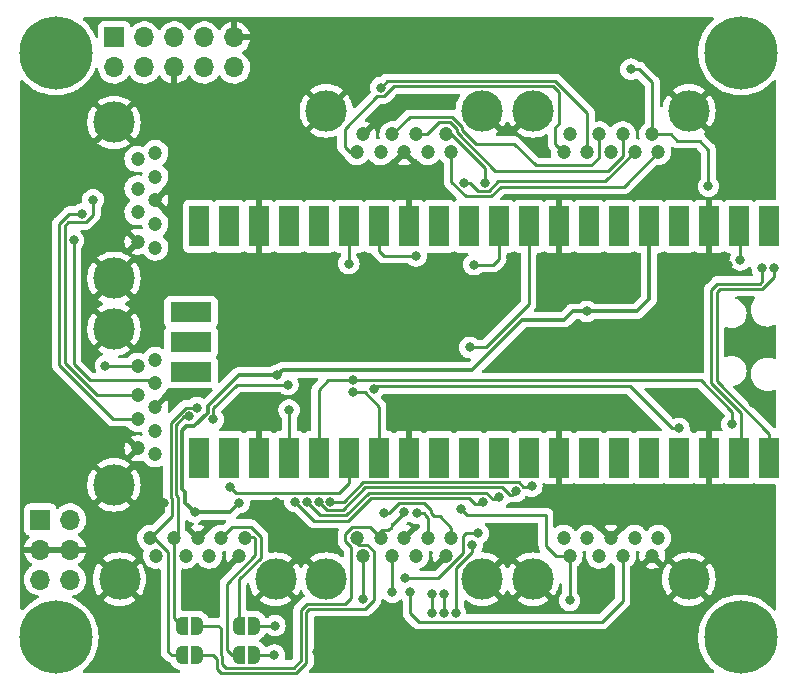
<source format=gbl>
G04 #@! TF.GenerationSoftware,KiCad,Pcbnew,(6.0.2)*
G04 #@! TF.CreationDate,2022-07-10T22:32:38+10:00*
G04 #@! TF.ProjectId,usb_xwitch,7573625f-7877-4697-9463-682e6b696361,0.1*
G04 #@! TF.SameCoordinates,Original*
G04 #@! TF.FileFunction,Copper,L2,Bot*
G04 #@! TF.FilePolarity,Positive*
%FSLAX46Y46*%
G04 Gerber Fmt 4.6, Leading zero omitted, Abs format (unit mm)*
G04 Created by KiCad (PCBNEW (6.0.2)) date 2022-07-10 22:32:38*
%MOMM*%
%LPD*%
G01*
G04 APERTURE LIST*
G04 Aperture macros list*
%AMFreePoly0*
4,1,22,0.500000,-0.750000,0.000000,-0.750000,0.000000,-0.745033,-0.079941,-0.743568,-0.215256,-0.701293,-0.333266,-0.622738,-0.424486,-0.514219,-0.481581,-0.384460,-0.499164,-0.250000,-0.500000,-0.250000,-0.500000,0.250000,-0.499164,0.250000,-0.499963,0.256109,-0.478152,0.396186,-0.417904,0.524511,-0.324060,0.630769,-0.204165,0.706417,-0.067858,0.745374,0.000000,0.744959,0.000000,0.750000,
0.500000,0.750000,0.500000,-0.750000,0.500000,-0.750000,$1*%
%AMFreePoly1*
4,1,20,0.000000,0.744959,0.073905,0.744508,0.209726,0.703889,0.328688,0.626782,0.421226,0.519385,0.479903,0.390333,0.500000,0.250000,0.500000,-0.250000,0.499851,-0.262216,0.476331,-0.402017,0.414519,-0.529596,0.319384,-0.634700,0.198574,-0.708877,0.061801,-0.746166,0.000000,-0.745033,0.000000,-0.750000,-0.500000,-0.750000,-0.500000,0.750000,0.000000,0.750000,0.000000,0.744959,
0.000000,0.744959,$1*%
G04 Aperture macros list end*
G04 #@! TA.AperFunction,ComponentPad*
%ADD10C,1.200000*%
G04 #@! TD*
G04 #@! TA.AperFunction,ComponentPad*
%ADD11C,3.500000*%
G04 #@! TD*
G04 #@! TA.AperFunction,ComponentPad*
%ADD12R,1.700000X1.700000*%
G04 #@! TD*
G04 #@! TA.AperFunction,ComponentPad*
%ADD13O,1.700000X1.700000*%
G04 #@! TD*
G04 #@! TA.AperFunction,SMDPad,CuDef*
%ADD14R,1.700000X3.500000*%
G04 #@! TD*
G04 #@! TA.AperFunction,SMDPad,CuDef*
%ADD15R,3.500000X1.700000*%
G04 #@! TD*
G04 #@! TA.AperFunction,SMDPad,CuDef*
%ADD16FreePoly0,0.000000*%
G04 #@! TD*
G04 #@! TA.AperFunction,SMDPad,CuDef*
%ADD17FreePoly1,0.000000*%
G04 #@! TD*
G04 #@! TA.AperFunction,ViaPad*
%ADD18C,6.200000*%
G04 #@! TD*
G04 #@! TA.AperFunction,ViaPad*
%ADD19C,0.800000*%
G04 #@! TD*
G04 #@! TA.AperFunction,Conductor*
%ADD20C,0.250000*%
G04 #@! TD*
G04 #@! TA.AperFunction,Conductor*
%ADD21C,0.300000*%
G04 #@! TD*
G04 APERTURE END LIST*
D10*
X154000000Y-90425000D03*
X151500000Y-90425000D03*
X149500000Y-90425000D03*
X147000000Y-90425000D03*
X146500000Y-91925000D03*
X148500000Y-91925000D03*
X150500000Y-91925000D03*
X152500000Y-91925000D03*
X154500000Y-91925000D03*
D11*
X157100000Y-88425000D03*
X143900000Y-88425000D03*
D12*
X108450000Y-82210000D03*
D13*
X108450000Y-84750000D03*
X110990000Y-82210000D03*
X110990000Y-84750000D03*
X113530000Y-82210000D03*
X113530000Y-84750000D03*
X116070000Y-82210000D03*
X116070000Y-84750000D03*
X118610000Y-82210000D03*
X118610000Y-84750000D03*
D10*
X129500000Y-126075000D03*
X132000000Y-126075000D03*
X134000000Y-126075000D03*
X136500000Y-126075000D03*
X137000000Y-124575000D03*
X135000000Y-124575000D03*
X133000000Y-124575000D03*
X131000000Y-124575000D03*
X129000000Y-124575000D03*
D11*
X139600000Y-128075000D03*
X126400000Y-128075000D03*
D10*
X110425000Y-110000000D03*
X110425000Y-112500000D03*
X110425000Y-114500000D03*
X110425000Y-117000000D03*
X111925000Y-117500000D03*
X111925000Y-115500000D03*
X111925000Y-113500000D03*
X111925000Y-111500000D03*
X111925000Y-109500000D03*
D11*
X108425000Y-120100000D03*
X108425000Y-106900000D03*
D12*
X102175000Y-123025000D03*
D13*
X104715000Y-123025000D03*
X102175000Y-125565000D03*
X104715000Y-125565000D03*
X102175000Y-128105000D03*
X104715000Y-128105000D03*
D10*
X147000000Y-126075000D03*
X149500000Y-126075000D03*
X151500000Y-126075000D03*
X154000000Y-126075000D03*
X154500000Y-124575000D03*
X152500000Y-124575000D03*
X150500000Y-124575000D03*
X148500000Y-124575000D03*
X146500000Y-124575000D03*
D11*
X157100000Y-128075000D03*
X143900000Y-128075000D03*
D10*
X136500000Y-90425000D03*
X134000000Y-90425000D03*
X132000000Y-90425000D03*
X129500000Y-90425000D03*
X129000000Y-91925000D03*
X131000000Y-91925000D03*
X133000000Y-91925000D03*
X135000000Y-91925000D03*
X137000000Y-91925000D03*
D11*
X139600000Y-88425000D03*
X126400000Y-88425000D03*
D10*
X110425000Y-92500000D03*
X110425000Y-95000000D03*
X110425000Y-97000000D03*
X110425000Y-99500000D03*
X111925000Y-100000000D03*
X111925000Y-98000000D03*
X111925000Y-96000000D03*
X111925000Y-94000000D03*
X111925000Y-92000000D03*
D11*
X108425000Y-102600000D03*
X108425000Y-89400000D03*
D10*
X112000000Y-126075000D03*
X114500000Y-126075000D03*
X116500000Y-126075000D03*
X119000000Y-126075000D03*
X119500000Y-124575000D03*
X117500000Y-124575000D03*
X115500000Y-124575000D03*
X113500000Y-124575000D03*
X111500000Y-124575000D03*
D11*
X122100000Y-128075000D03*
X108900000Y-128075000D03*
D14*
X163880000Y-117790000D03*
X161340000Y-117790000D03*
X158800000Y-117790000D03*
X156260000Y-117790000D03*
X153720000Y-117790000D03*
X151180000Y-117790000D03*
X148640000Y-117790000D03*
X146100000Y-117790000D03*
X143560000Y-117790000D03*
X141020000Y-117790000D03*
X138480000Y-117790000D03*
X135940000Y-117790000D03*
X133400000Y-117790000D03*
X130860000Y-117790000D03*
X128320000Y-117790000D03*
X125780000Y-117790000D03*
X123240000Y-117790000D03*
X120700000Y-117790000D03*
X118160000Y-117790000D03*
X115620000Y-117790000D03*
X115620000Y-98210000D03*
X118160000Y-98210000D03*
X120700000Y-98210000D03*
X123240000Y-98210000D03*
X125780000Y-98210000D03*
X128320000Y-98210000D03*
X130860000Y-98210000D03*
X133400000Y-98210000D03*
X135940000Y-98210000D03*
X138480000Y-98210000D03*
X141020000Y-98210000D03*
X143560000Y-98210000D03*
X146100000Y-98210000D03*
X148640000Y-98210000D03*
X151180000Y-98210000D03*
X153720000Y-98210000D03*
X156260000Y-98210000D03*
X158800000Y-98210000D03*
X161340000Y-98210000D03*
X163880000Y-98210000D03*
D15*
X114950000Y-110540000D03*
X114950000Y-108000000D03*
X114950000Y-105460000D03*
D16*
X119000000Y-134500000D03*
D17*
X120300000Y-134500000D03*
D16*
X119000000Y-132000000D03*
D17*
X120300000Y-132000000D03*
D16*
X114150000Y-134500000D03*
D17*
X115450000Y-134500000D03*
D16*
X114150000Y-132000000D03*
D17*
X115450000Y-132000000D03*
D18*
X103500000Y-133000000D03*
X161500000Y-133000000D03*
X161500000Y-83500000D03*
X103500000Y-83500000D03*
D19*
X131275500Y-122500000D03*
X136349503Y-130974500D03*
X136349503Y-129300000D03*
X122000000Y-134500000D03*
X135350000Y-130974500D03*
X122050000Y-132000000D03*
X135350000Y-129300000D03*
X134100000Y-122500000D03*
X133000000Y-122387091D03*
X123750000Y-121500000D03*
X139700000Y-121550000D03*
X141050000Y-121100000D03*
X124750000Y-121500000D03*
X142449404Y-120650000D03*
X125750000Y-121500000D03*
X143800000Y-120200000D03*
X126750000Y-121500000D03*
X160400000Y-101500000D03*
X119150000Y-108700000D03*
X133400000Y-95650000D03*
X115750000Y-129100000D03*
X125100000Y-105650000D03*
X162500000Y-113200000D03*
X125600000Y-134250000D03*
X140500000Y-82000000D03*
X139300000Y-104150000D03*
X122100000Y-121500000D03*
X112650000Y-121600000D03*
X137200000Y-113900000D03*
X121700000Y-114250000D03*
X101200000Y-103150000D03*
X143600000Y-134300000D03*
X138700000Y-106450000D03*
X149600000Y-110200000D03*
X130400000Y-111974500D03*
X123250000Y-113750000D03*
X156250000Y-115300000D03*
X131000000Y-86450000D03*
X138069440Y-94530560D03*
X158750000Y-94800000D03*
X152200000Y-84900000D03*
X106650000Y-95950000D03*
X105724500Y-97142990D03*
X105000000Y-99400000D03*
X107700000Y-110000000D03*
X128300000Y-101350000D03*
X161450000Y-101050000D03*
X137349006Y-130974500D03*
X138750000Y-125200000D03*
X132000000Y-129174500D03*
X133500000Y-129200000D03*
X114781028Y-114293570D03*
X115450000Y-113550000D03*
X139250469Y-124200000D03*
X133050000Y-128000000D03*
X129505158Y-129755158D03*
X137801469Y-122100000D03*
X147000000Y-129875500D03*
X139850000Y-94500000D03*
X163300017Y-101750000D03*
X164299520Y-101750000D03*
X148450000Y-105400000D03*
X119050000Y-121600000D03*
X122250000Y-110800000D03*
X115250000Y-122400000D03*
X116850000Y-114550000D03*
X123150000Y-111600000D03*
X128700000Y-112249503D03*
X118250000Y-120250000D03*
X160750000Y-114950000D03*
X128700000Y-111250000D03*
X134000000Y-100700000D03*
X138900000Y-101450000D03*
X138550000Y-108450000D03*
D20*
X131275500Y-122500000D02*
X131750000Y-122500000D01*
X120300000Y-134500000D02*
X122000000Y-134500000D01*
X136349503Y-130974500D02*
X136349503Y-129300000D01*
X132587409Y-121662591D02*
X134687205Y-121662591D01*
X136000000Y-122750000D02*
X137000000Y-123750000D01*
X135224511Y-122474511D02*
X135500000Y-122750000D01*
X134687205Y-121662591D02*
X135224511Y-122199897D01*
X137000000Y-123750000D02*
X137000000Y-124575000D01*
X131750000Y-122500000D02*
X132587409Y-121662591D01*
X135500000Y-122750000D02*
X136000000Y-122750000D01*
X135224511Y-122199897D02*
X135224511Y-122474511D01*
X134774991Y-122574991D02*
X134774991Y-122660709D01*
X135000000Y-122885718D02*
X135000000Y-124575000D01*
X120300000Y-132000000D02*
X122050000Y-132000000D01*
X134774991Y-122660709D02*
X135000000Y-122885718D01*
X134100000Y-122500000D02*
X134700000Y-122500000D01*
X134700000Y-122500000D02*
X134774991Y-122574991D01*
X135350000Y-130974500D02*
X135350000Y-129300000D01*
X124250000Y-130664282D02*
X124764771Y-130149511D01*
X131700000Y-123900000D02*
X131300000Y-123900000D01*
X128500000Y-125382457D02*
X128000000Y-124882457D01*
X128000000Y-124882457D02*
X128000000Y-124250000D01*
X133000000Y-122387091D02*
X133000000Y-122432262D01*
X133000000Y-122432262D02*
X131969662Y-123462600D01*
X124764771Y-130149511D02*
X128000489Y-130149511D01*
X131000000Y-124200000D02*
X131000000Y-124250000D01*
X130075489Y-123650489D02*
X131000000Y-124575000D01*
X117450000Y-132250000D02*
X117450000Y-134464282D01*
X128000489Y-130149511D02*
X128500000Y-129650000D01*
X117874511Y-135574511D02*
X123625489Y-135574511D01*
X131000000Y-124250000D02*
X131000000Y-124575000D01*
X117200000Y-132000000D02*
X117450000Y-132250000D01*
X117450000Y-134464282D02*
X117599520Y-134613803D01*
X117599520Y-134613803D02*
X117599520Y-135299520D01*
X128000000Y-124250000D02*
X128599511Y-123650489D01*
X128500000Y-129650000D02*
X128500000Y-125382457D01*
X117599520Y-135299520D02*
X117874511Y-135574511D01*
X123625489Y-135574511D02*
X124250000Y-134950000D01*
X115450000Y-132000000D02*
X117200000Y-132000000D01*
X128599511Y-123650489D02*
X130075489Y-123650489D01*
X124250000Y-134950000D02*
X124250000Y-130664282D01*
X131000000Y-124200000D02*
G75*
G02*
X131300000Y-123900000I300000J0D01*
G01*
X131700000Y-123900000D02*
G75*
G03*
X132000000Y-123600000I0J300000D01*
G01*
X131999999Y-123600000D02*
G75*
G03*
X131969661Y-123462600I-356700J-6710D01*
G01*
X124699520Y-135136198D02*
X124699520Y-130850480D01*
X124950969Y-130599031D02*
X129685899Y-130599031D01*
X130433771Y-129851159D02*
X130433771Y-125701314D01*
X117150000Y-135700000D02*
X117474031Y-136024031D01*
X123811687Y-136024031D02*
X124699520Y-135136198D01*
X116850000Y-134500000D02*
X117150000Y-134800000D01*
X130433771Y-125701314D02*
X129882946Y-125150489D01*
X117474031Y-136024031D02*
X123811687Y-136024031D01*
X129117054Y-125150489D02*
X129000000Y-125033435D01*
X129882946Y-125150489D02*
X129117054Y-125150489D01*
X129000000Y-125033435D02*
X129000000Y-124575000D01*
X124699520Y-130850480D02*
X124950969Y-130599031D01*
X129685899Y-130599031D02*
X130433771Y-129851159D01*
X117150000Y-134800000D02*
X117150000Y-135700000D01*
X115450000Y-134500000D02*
X116850000Y-134500000D01*
X125348937Y-123123551D02*
X128262167Y-123123551D01*
X123750000Y-121524614D02*
X125348937Y-123123551D01*
X139500000Y-121750000D02*
X139700000Y-121550000D01*
X128262167Y-123123551D02*
X130172647Y-121213071D01*
X130172647Y-121213071D02*
X138463071Y-121213071D01*
X123750000Y-121500000D02*
X123750000Y-121524614D01*
X139000000Y-121750000D02*
X139500000Y-121750000D01*
X138463071Y-121213071D02*
X139000000Y-121750000D01*
X124750000Y-121500000D02*
X124750000Y-121524614D01*
X128075969Y-122674031D02*
X129986449Y-120763551D01*
X140850000Y-121300000D02*
X141050000Y-121100000D01*
X139963551Y-120763551D02*
X140500000Y-121300000D01*
X129986449Y-120763551D02*
X139963551Y-120763551D01*
X140500000Y-121300000D02*
X140850000Y-121300000D01*
X125899417Y-122674031D02*
X128075969Y-122674031D01*
X124750000Y-121524614D02*
X125899417Y-122674031D01*
X126449897Y-122224511D02*
X127775489Y-122224511D01*
X142149404Y-120950000D02*
X142449404Y-120650000D01*
X125750000Y-121500000D02*
X125750000Y-121524614D01*
X125750000Y-121524614D02*
X126449897Y-122224511D01*
X129685969Y-120314031D02*
X141314031Y-120314031D01*
X127775489Y-122224511D02*
X129685969Y-120314031D01*
X141950000Y-120950000D02*
X142149404Y-120950000D01*
X141314031Y-120314031D02*
X141950000Y-120950000D01*
X142689604Y-119864511D02*
X142689604Y-119865586D01*
X142689604Y-119865586D02*
X143087009Y-120262991D01*
X143087009Y-120262991D02*
X143737009Y-120262991D01*
X127864282Y-121500000D02*
X129499772Y-119864511D01*
X129499772Y-119864511D02*
X142689604Y-119864511D01*
X126750000Y-121500000D02*
X127864282Y-121500000D01*
X143712546Y-120287454D02*
X143800000Y-120200000D01*
X143737009Y-120262991D02*
X143800000Y-120200000D01*
D21*
X133400000Y-99110000D02*
X133400000Y-95650000D01*
D20*
X152100000Y-111750000D02*
X155650000Y-115300000D01*
X130624500Y-111750000D02*
X152100000Y-111750000D01*
X123250000Y-113750000D02*
X123250000Y-116880000D01*
X130400000Y-111974500D02*
X130624500Y-111750000D01*
X123250000Y-116880000D02*
X123240000Y-116890000D01*
X155650000Y-115300000D02*
X156250000Y-115300000D01*
X145800000Y-89800000D02*
X146075489Y-89524511D01*
X132099511Y-86350489D02*
X131724511Y-86725489D01*
X146075489Y-89524511D02*
X146075489Y-86825489D01*
X145800000Y-91250000D02*
X145800000Y-89800000D01*
X145600489Y-86350489D02*
X132099511Y-86350489D01*
X146075489Y-91500489D02*
X146050489Y-91500489D01*
X128425000Y-91925000D02*
X129000000Y-91925000D01*
X131724511Y-86750103D02*
X131300103Y-87174511D01*
X127950000Y-91450000D02*
X128425000Y-91925000D01*
X131724511Y-86725489D02*
X131724511Y-86750103D01*
X146050489Y-91500489D02*
X145800000Y-91250000D01*
X131300103Y-87174511D02*
X130725489Y-87174511D01*
X127950000Y-89950000D02*
X127950000Y-91450000D01*
X130725489Y-87174511D02*
X127950000Y-89950000D01*
X146075489Y-86825489D02*
X145600489Y-86350489D01*
X146500000Y-91925000D02*
X146075489Y-91500489D01*
X148500000Y-88614282D02*
X148500000Y-91925000D01*
X131549031Y-85900969D02*
X145786686Y-85900969D01*
X131000000Y-86450000D02*
X131549031Y-85900969D01*
X145786686Y-85900969D02*
X148500000Y-88614282D01*
X139274511Y-95224511D02*
X140150103Y-95224511D01*
X138580560Y-94530560D02*
X139274511Y-95224511D01*
X140150103Y-95224511D02*
X140974614Y-94400000D01*
X138069440Y-94530560D02*
X138580560Y-94530560D01*
X150025000Y-94400000D02*
X152500000Y-91925000D01*
X140974614Y-94400000D02*
X150025000Y-94400000D01*
X151575480Y-94849520D02*
X141160812Y-94849520D01*
X154500000Y-91925000D02*
X151575480Y-94849520D01*
X137000000Y-94485718D02*
X137000000Y-91925000D01*
X141160812Y-94849520D02*
X140336300Y-95674031D01*
X138188313Y-95674031D02*
X137000000Y-94485718D01*
X140336300Y-95674031D02*
X138188313Y-95674031D01*
X155575000Y-90425000D02*
X154000000Y-90425000D01*
X158750000Y-91700000D02*
X158000000Y-90950000D01*
X154000000Y-86000000D02*
X152900000Y-84900000D01*
X154000000Y-90425000D02*
X154000000Y-86000000D01*
X158000000Y-90950000D02*
X156100000Y-90950000D01*
X156100000Y-90950000D02*
X155575000Y-90425000D01*
X158750000Y-94800000D02*
X158750000Y-91700000D01*
X152900000Y-84900000D02*
X152200000Y-84900000D01*
X106650000Y-95950000D02*
X106650000Y-97242104D01*
X104568217Y-97867501D02*
X104275489Y-98160229D01*
X106650000Y-97242104D02*
X106024603Y-97867501D01*
X106024603Y-97867501D02*
X104568217Y-97867501D01*
X104275489Y-109775489D02*
X107000000Y-112500000D01*
X104275489Y-98160229D02*
X104275489Y-109775489D01*
X107000000Y-112500000D02*
X110425000Y-112500000D01*
X103800000Y-98000000D02*
X103800000Y-109935718D01*
X104657010Y-97142990D02*
X103800000Y-98000000D01*
X105724500Y-97142990D02*
X104657010Y-97142990D01*
X108364282Y-114500000D02*
X110425000Y-114500000D01*
X103800000Y-109935718D02*
X108364282Y-114500000D01*
X105000000Y-109864282D02*
X106385718Y-111250000D01*
X105000000Y-99400000D02*
X105000000Y-109864282D01*
X111650000Y-111500000D02*
X111925000Y-111500000D01*
X106385718Y-111250000D02*
X111400000Y-111250000D01*
X111400000Y-111250000D02*
X111650000Y-111500000D01*
X107700000Y-110000000D02*
X110425000Y-110000000D01*
X128300000Y-99130000D02*
X128320000Y-99110000D01*
X128300000Y-101350000D02*
X128300000Y-99130000D01*
X161450000Y-99220000D02*
X161340000Y-99110000D01*
X161450000Y-101050000D02*
X161450000Y-99220000D01*
X137400000Y-127118175D02*
X137400000Y-130923506D01*
X137400000Y-130923506D02*
X137349006Y-130974500D01*
X138750000Y-125200000D02*
X138750000Y-125768175D01*
X138750000Y-125768175D02*
X137400000Y-127118175D01*
X132000000Y-129174500D02*
X132000000Y-126075000D01*
X133500000Y-129200000D02*
X133500000Y-130950000D01*
X133500000Y-130950000D02*
X134249011Y-131699011D01*
X149750989Y-131699011D02*
X151500000Y-129950000D01*
X134249011Y-131699011D02*
X149750989Y-131699011D01*
X151500000Y-129950000D02*
X151500000Y-126075000D01*
X120400000Y-126050000D02*
X118000000Y-128450000D01*
X120400000Y-124650000D02*
X120400000Y-126050000D01*
X118000000Y-128450000D02*
X118000000Y-134100000D01*
X120250000Y-124500000D02*
X120400000Y-124650000D01*
X118400000Y-134500000D02*
X119000000Y-134500000D01*
X118000000Y-134100000D02*
X118400000Y-134500000D01*
X119575000Y-124500000D02*
X120250000Y-124500000D01*
X119500000Y-124575000D02*
X119575000Y-124500000D01*
X117500000Y-124575000D02*
X118424511Y-123650489D01*
X118424511Y-123650489D02*
X120036207Y-123650489D01*
X120849520Y-126250480D02*
X119000000Y-128100000D01*
X120849520Y-124463802D02*
X120849520Y-126250480D01*
X120036207Y-123650489D02*
X120849520Y-124463802D01*
X119000000Y-128100000D02*
X119000000Y-132000000D01*
X113824031Y-121113700D02*
X113824031Y-124250969D01*
X113824031Y-124250969D02*
X113500000Y-124575000D01*
X113500000Y-131350000D02*
X114150000Y-132000000D01*
X114392148Y-114293570D02*
X113675480Y-115010238D01*
X113675480Y-115010238D02*
X113675480Y-120965149D01*
X114781028Y-114293570D02*
X114392148Y-114293570D01*
X113500000Y-124575000D02*
X113500000Y-131350000D01*
X113675480Y-120965149D02*
X113824031Y-121113700D01*
X114500000Y-113550000D02*
X113225960Y-114824041D01*
X113000000Y-125767543D02*
X113000000Y-134200000D01*
X111807457Y-124575000D02*
X113000000Y-125767543D01*
X115450000Y-113550000D02*
X114500000Y-113550000D01*
X113374511Y-121299897D02*
X113374511Y-122700489D01*
X113374511Y-122700489D02*
X111500000Y-124575000D01*
X113225960Y-114824041D02*
X113225960Y-121151346D01*
X111500000Y-124575000D02*
X111807457Y-124575000D01*
X113000000Y-134200000D02*
X113300000Y-134500000D01*
X113300000Y-134500000D02*
X114150000Y-134500000D01*
X113225960Y-121151346D02*
X113374511Y-121299897D01*
X138000000Y-125882457D02*
X138000000Y-124450000D01*
X138000000Y-124450000D02*
X138250000Y-124200000D01*
X138250000Y-124200000D02*
X139250469Y-124200000D01*
X135882457Y-128000000D02*
X138000000Y-125882457D01*
X129505158Y-129755158D02*
X129500000Y-129750000D01*
X129500000Y-129750000D02*
X129500000Y-126075000D01*
X133050000Y-128000000D02*
X135882457Y-128000000D01*
X147000000Y-129875500D02*
X147000000Y-126075000D01*
X145000000Y-125250000D02*
X145825000Y-126075000D01*
X145825000Y-126075000D02*
X147000000Y-126075000D01*
X137801469Y-122100000D02*
X138351469Y-122650000D01*
X145000000Y-122650000D02*
X145000000Y-125250000D01*
X138351469Y-122650000D02*
X145000000Y-122650000D01*
X139850000Y-93300000D02*
X136975000Y-90425000D01*
X139850000Y-94500000D02*
X139850000Y-93300000D01*
X136975000Y-90425000D02*
X136500000Y-90425000D01*
X136880846Y-89399520D02*
X137424511Y-89943185D01*
X150250000Y-93500000D02*
X151500000Y-92250000D01*
X140700000Y-93500000D02*
X150250000Y-93500000D01*
X137424511Y-90224511D02*
X140700000Y-93500000D01*
X134925000Y-90425000D02*
X135950480Y-89399520D01*
X134000000Y-90425000D02*
X134925000Y-90425000D01*
X151500000Y-92250000D02*
X151500000Y-90425000D01*
X137424511Y-89943185D02*
X137424511Y-90224511D01*
X135950480Y-89399520D02*
X136880846Y-89399520D01*
X139035718Y-91200000D02*
X142285717Y-91200000D01*
X132000000Y-90425000D02*
X133475000Y-88950000D01*
X142285717Y-91200000D02*
X144136197Y-93050480D01*
X149500000Y-92383435D02*
X149500000Y-90425000D01*
X137874031Y-89756987D02*
X137874031Y-90038313D01*
X148832955Y-93050480D02*
X149500000Y-92383435D01*
X137874031Y-90038313D02*
X139035718Y-91200000D01*
X137067044Y-88950000D02*
X137874031Y-89756987D01*
X144136197Y-93050480D02*
X148832955Y-93050480D01*
X133475000Y-88950000D02*
X137067044Y-88950000D01*
X163300017Y-101750000D02*
X163300017Y-102849983D01*
X161474511Y-116755489D02*
X161340000Y-116890000D01*
X163099520Y-103050480D02*
X159513803Y-103050480D01*
X161474511Y-113974511D02*
X161474511Y-116755489D01*
X163300017Y-102849983D02*
X163099520Y-103050480D01*
X158993339Y-111493338D02*
X161474511Y-113974511D01*
X159513803Y-103050480D02*
X158993339Y-103570943D01*
X158993339Y-103570943D02*
X158993339Y-111493338D01*
X159442859Y-111307141D02*
X159442859Y-103757141D01*
X159700000Y-103500000D02*
X163285718Y-103500000D01*
X163285718Y-103500000D02*
X164299520Y-102486198D01*
X159442859Y-103757141D02*
X159700000Y-103500000D01*
X163880000Y-116890000D02*
X163880000Y-115744282D01*
X164299520Y-102486198D02*
X164299520Y-101750000D01*
X163880000Y-115744282D02*
X159442859Y-111307141D01*
D21*
X116375480Y-113964550D02*
X115240030Y-115100000D01*
X116375481Y-113403447D02*
X116375480Y-113964550D01*
X143000000Y-106100000D02*
X146550000Y-106100000D01*
X114450000Y-121600000D02*
X115250000Y-122400000D01*
X122700000Y-110350000D02*
X138750000Y-110350000D01*
X114150000Y-115500000D02*
X114150000Y-120400000D01*
X114550000Y-115100000D02*
X114150000Y-115500000D01*
X118250000Y-122400000D02*
X115250000Y-122400000D01*
X146550000Y-106100000D02*
X147250000Y-105400000D01*
X122250000Y-110800000D02*
X122700000Y-110350000D01*
X147250000Y-105400000D02*
X148450000Y-105400000D01*
X115240030Y-115100000D02*
X114550000Y-115100000D01*
X122250000Y-110800000D02*
X118978928Y-110800000D01*
X152700000Y-105400000D02*
X148450000Y-105400000D01*
X114150000Y-120400000D02*
X114450000Y-120700000D01*
X119050000Y-121600000D02*
X118250000Y-122400000D01*
X153720000Y-104380000D02*
X152700000Y-105400000D01*
X114450000Y-120700000D02*
X114450000Y-121600000D01*
X138750000Y-110350000D02*
X143000000Y-106100000D01*
X118978928Y-110800000D02*
X116375481Y-113403447D01*
X153720000Y-99110000D02*
X153720000Y-104380000D01*
D20*
X130860000Y-113460000D02*
X130860000Y-116890000D01*
X129649503Y-112249503D02*
X130860000Y-113460000D01*
X118850000Y-111600000D02*
X123150000Y-111600000D01*
X128700000Y-112249503D02*
X129649503Y-112249503D01*
X116850000Y-113600000D02*
X118850000Y-111600000D01*
X116850000Y-114550000D02*
X116850000Y-113600000D01*
X127500000Y-120750000D02*
X128320000Y-119930000D01*
X128320000Y-119930000D02*
X128320000Y-116890000D01*
X118750000Y-120750000D02*
X127500000Y-120750000D01*
X118250000Y-120250000D02*
X118750000Y-120750000D01*
X125780000Y-112020000D02*
X125780000Y-116890000D01*
X128700000Y-111250000D02*
X158100000Y-111250000D01*
X126550000Y-111250000D02*
X125780000Y-112020000D01*
X158100000Y-111250000D02*
X160750000Y-113900000D01*
X160750000Y-113900000D02*
X160750000Y-114950000D01*
X128700000Y-111250000D02*
X126550000Y-111250000D01*
X134000000Y-100700000D02*
X131250000Y-100700000D01*
X131250000Y-100700000D02*
X130860000Y-100310000D01*
X130860000Y-100310000D02*
X130860000Y-99110000D01*
X141020000Y-100980000D02*
X141020000Y-99110000D01*
X138900000Y-101450000D02*
X140550000Y-101450000D01*
X140550000Y-101450000D02*
X141020000Y-100980000D01*
X138550000Y-108450000D02*
X139900000Y-108450000D01*
X139900000Y-108450000D02*
X143560000Y-104790000D01*
X143560000Y-104790000D02*
X143560000Y-99110000D01*
G04 #@! TA.AperFunction,Conductor*
G36*
X159173158Y-80528002D02*
G01*
X159219651Y-80581658D01*
X159229755Y-80651932D01*
X159200261Y-80716512D01*
X159184335Y-80731917D01*
X159082129Y-80814682D01*
X158814682Y-81082129D01*
X158576656Y-81376066D01*
X158574854Y-81378841D01*
X158491592Y-81507054D01*
X158370659Y-81693274D01*
X158369164Y-81696208D01*
X158369160Y-81696215D01*
X158236793Y-81956000D01*
X158198947Y-82030277D01*
X158197763Y-82033362D01*
X158104397Y-82276590D01*
X158063403Y-82383382D01*
X157965511Y-82748721D01*
X157943904Y-82885144D01*
X157908314Y-83109848D01*
X157906343Y-83122291D01*
X157886548Y-83500000D01*
X157906343Y-83877709D01*
X157906856Y-83880949D01*
X157906857Y-83880957D01*
X157919518Y-83960891D01*
X157965511Y-84251279D01*
X158063403Y-84616618D01*
X158198947Y-84969723D01*
X158200445Y-84972663D01*
X158368564Y-85302614D01*
X158370659Y-85306726D01*
X158372455Y-85309492D01*
X158372457Y-85309495D01*
X158451510Y-85431226D01*
X158576656Y-85623934D01*
X158578742Y-85626510D01*
X158587084Y-85636812D01*
X158814682Y-85917871D01*
X159082129Y-86185318D01*
X159376066Y-86423344D01*
X159693274Y-86629341D01*
X159696208Y-86630836D01*
X159696215Y-86630840D01*
X160027337Y-86799555D01*
X160030277Y-86801053D01*
X160383382Y-86936597D01*
X160748721Y-87034489D01*
X160947158Y-87065918D01*
X161119043Y-87093143D01*
X161119051Y-87093144D01*
X161122291Y-87093657D01*
X161500000Y-87113452D01*
X161877709Y-87093657D01*
X161880949Y-87093144D01*
X161880957Y-87093143D01*
X162052842Y-87065918D01*
X162251279Y-87034489D01*
X162616618Y-86936597D01*
X162969723Y-86801053D01*
X162972663Y-86799555D01*
X163303785Y-86630840D01*
X163303792Y-86630836D01*
X163306726Y-86629341D01*
X163623934Y-86423344D01*
X163917871Y-86185318D01*
X164185318Y-85917871D01*
X164268081Y-85815667D01*
X164326494Y-85775316D01*
X164397451Y-85772951D01*
X164458423Y-85809324D01*
X164490051Y-85872887D01*
X164492000Y-85894963D01*
X164492000Y-95825500D01*
X164471998Y-95893621D01*
X164418342Y-95940114D01*
X164366000Y-95951500D01*
X162981866Y-95951500D01*
X162919684Y-95958255D01*
X162783295Y-96009385D01*
X162685565Y-96082630D01*
X162619059Y-96107478D01*
X162549676Y-96092425D01*
X162534435Y-96082630D01*
X162436705Y-96009385D01*
X162300316Y-95958255D01*
X162238134Y-95951500D01*
X160441866Y-95951500D01*
X160379684Y-95958255D01*
X160243295Y-96009385D01*
X160231468Y-96018249D01*
X160145148Y-96082942D01*
X160078642Y-96107790D01*
X160009259Y-96092737D01*
X159994018Y-96082942D01*
X159903649Y-96015214D01*
X159888054Y-96006676D01*
X159767606Y-95961522D01*
X159752351Y-95957895D01*
X159701486Y-95952369D01*
X159694672Y-95952000D01*
X159072115Y-95952000D01*
X159056876Y-95956475D01*
X159055671Y-95957865D01*
X159054000Y-95965548D01*
X159054000Y-100449884D01*
X159058475Y-100465123D01*
X159059865Y-100466328D01*
X159067548Y-100467999D01*
X159694669Y-100467999D01*
X159701490Y-100467629D01*
X159752352Y-100462105D01*
X159767604Y-100458479D01*
X159888054Y-100413324D01*
X159903649Y-100404786D01*
X159994018Y-100337058D01*
X160060525Y-100312210D01*
X160129907Y-100327263D01*
X160145148Y-100337058D01*
X160145638Y-100337425D01*
X160243295Y-100410615D01*
X160379684Y-100461745D01*
X160441866Y-100468500D01*
X160518446Y-100468500D01*
X160586567Y-100488502D01*
X160633060Y-100542158D01*
X160643164Y-100612432D01*
X160627565Y-100657500D01*
X160627166Y-100658192D01*
X160615473Y-100678444D01*
X160556458Y-100860072D01*
X160555768Y-100866633D01*
X160555768Y-100866635D01*
X160547617Y-100944189D01*
X160536496Y-101050000D01*
X160537186Y-101056565D01*
X160555533Y-101231123D01*
X160556458Y-101239928D01*
X160615473Y-101421556D01*
X160618776Y-101427278D01*
X160618777Y-101427279D01*
X160644597Y-101472000D01*
X160710960Y-101586944D01*
X160715378Y-101591851D01*
X160715379Y-101591852D01*
X160758667Y-101639928D01*
X160838747Y-101728866D01*
X160993248Y-101841118D01*
X160999276Y-101843802D01*
X160999278Y-101843803D01*
X161161681Y-101916109D01*
X161167712Y-101918794D01*
X161236263Y-101933365D01*
X161348056Y-101957128D01*
X161348061Y-101957128D01*
X161354513Y-101958500D01*
X161545487Y-101958500D01*
X161551939Y-101957128D01*
X161551944Y-101957128D01*
X161663737Y-101933365D01*
X161732288Y-101918794D01*
X161738319Y-101916109D01*
X161900722Y-101843803D01*
X161900724Y-101843802D01*
X161906752Y-101841118D01*
X162061253Y-101728866D01*
X162172532Y-101605278D01*
X162232978Y-101568038D01*
X162303962Y-101569390D01*
X162362946Y-101608903D01*
X162391204Y-101674034D01*
X162391478Y-101702758D01*
X162389250Y-101723955D01*
X162386513Y-101750000D01*
X162387203Y-101756565D01*
X162405769Y-101933207D01*
X162406475Y-101939928D01*
X162465490Y-102121556D01*
X162468793Y-102127278D01*
X162468794Y-102127279D01*
X162526934Y-102227980D01*
X162543672Y-102296975D01*
X162520452Y-102364067D01*
X162464645Y-102407954D01*
X162417815Y-102416980D01*
X159592571Y-102416980D01*
X159581388Y-102416453D01*
X159573895Y-102414778D01*
X159565969Y-102415027D01*
X159565968Y-102415027D01*
X159505805Y-102416918D01*
X159501847Y-102416980D01*
X159473947Y-102416980D01*
X159469957Y-102417484D01*
X159458123Y-102418416D01*
X159413914Y-102419806D01*
X159406298Y-102422019D01*
X159406296Y-102422019D01*
X159394455Y-102425459D01*
X159375096Y-102429468D01*
X159373463Y-102429674D01*
X159355006Y-102432006D01*
X159313894Y-102448284D01*
X159302673Y-102452125D01*
X159260211Y-102464461D01*
X159242772Y-102474775D01*
X159225023Y-102483470D01*
X159206186Y-102490928D01*
X159199773Y-102495588D01*
X159199770Y-102495589D01*
X159183458Y-102507441D01*
X159170422Y-102516912D01*
X159160505Y-102523426D01*
X159129264Y-102541901D01*
X159129259Y-102541905D01*
X159122441Y-102545937D01*
X159108116Y-102560262D01*
X159093084Y-102573101D01*
X159076696Y-102585008D01*
X159053696Y-102612810D01*
X159048515Y-102619073D01*
X159040525Y-102627853D01*
X158601092Y-103067286D01*
X158592802Y-103074830D01*
X158586321Y-103078943D01*
X158580896Y-103084720D01*
X158539681Y-103128610D01*
X158536926Y-103131452D01*
X158517205Y-103151173D01*
X158514783Y-103154296D01*
X158514732Y-103154362D01*
X158507021Y-103163390D01*
X158476753Y-103195622D01*
X158472933Y-103202571D01*
X158466993Y-103213375D01*
X158456140Y-103229898D01*
X158443726Y-103245902D01*
X158440578Y-103253177D01*
X158426170Y-103286471D01*
X158420948Y-103297131D01*
X158399644Y-103335883D01*
X158394604Y-103355512D01*
X158388206Y-103374198D01*
X158380158Y-103392797D01*
X158378919Y-103400622D01*
X158373240Y-103436474D01*
X158370835Y-103448087D01*
X158359839Y-103490913D01*
X158359839Y-103511166D01*
X158358288Y-103530876D01*
X158355119Y-103550885D01*
X158355865Y-103558777D01*
X158359280Y-103594903D01*
X158359839Y-103606761D01*
X158359839Y-110500228D01*
X158339837Y-110568349D01*
X158286181Y-110614842D01*
X158215907Y-110624946D01*
X158202507Y-110622270D01*
X158187714Y-110618472D01*
X158187708Y-110618471D01*
X158180030Y-110616500D01*
X158159776Y-110616500D01*
X158140065Y-110614949D01*
X158139390Y-110614842D01*
X158120057Y-110611780D01*
X158112165Y-110612526D01*
X158076039Y-110615941D01*
X158064181Y-110616500D01*
X139718950Y-110616500D01*
X139650829Y-110596498D01*
X139604336Y-110542842D01*
X139594232Y-110472568D01*
X139623726Y-110407988D01*
X139629855Y-110401405D01*
X143235855Y-106795405D01*
X143298167Y-106761379D01*
X143324950Y-106758500D01*
X146467944Y-106758500D01*
X146479800Y-106759059D01*
X146479803Y-106759059D01*
X146487537Y-106760788D01*
X146558369Y-106758562D01*
X146562327Y-106758500D01*
X146591432Y-106758500D01*
X146595832Y-106757944D01*
X146607664Y-106757012D01*
X146653831Y-106755562D01*
X146674421Y-106749580D01*
X146693782Y-106745570D01*
X146700770Y-106744688D01*
X146707204Y-106743875D01*
X146707205Y-106743875D01*
X146715064Y-106742882D01*
X146722429Y-106739966D01*
X146722433Y-106739965D01*
X146758021Y-106725874D01*
X146769231Y-106722035D01*
X146813600Y-106709145D01*
X146832065Y-106698225D01*
X146849805Y-106689534D01*
X146869756Y-106681635D01*
X146907129Y-106654482D01*
X146917048Y-106647967D01*
X146949977Y-106628493D01*
X146949981Y-106628490D01*
X146956807Y-106624453D01*
X146971971Y-106609289D01*
X146987005Y-106596448D01*
X146994660Y-106590886D01*
X147004357Y-106583841D01*
X147031172Y-106551427D01*
X147033803Y-106548246D01*
X147041794Y-106539465D01*
X147485854Y-106095405D01*
X147548166Y-106061379D01*
X147574949Y-106058500D01*
X147769776Y-106058500D01*
X147837897Y-106078502D01*
X147843834Y-106082562D01*
X147993248Y-106191118D01*
X147999276Y-106193802D01*
X147999278Y-106193803D01*
X148161681Y-106266109D01*
X148167712Y-106268794D01*
X148242939Y-106284784D01*
X148348056Y-106307128D01*
X148348061Y-106307128D01*
X148354513Y-106308500D01*
X148545487Y-106308500D01*
X148551939Y-106307128D01*
X148551944Y-106307128D01*
X148657061Y-106284784D01*
X148732288Y-106268794D01*
X148738319Y-106266109D01*
X148900722Y-106193803D01*
X148900724Y-106193802D01*
X148906752Y-106191118D01*
X149056163Y-106082564D01*
X149123031Y-106058706D01*
X149130224Y-106058500D01*
X152617944Y-106058500D01*
X152629800Y-106059059D01*
X152629803Y-106059059D01*
X152637537Y-106060788D01*
X152708369Y-106058562D01*
X152712327Y-106058500D01*
X152741432Y-106058500D01*
X152745832Y-106057944D01*
X152757664Y-106057012D01*
X152803831Y-106055562D01*
X152824421Y-106049580D01*
X152843782Y-106045570D01*
X152850770Y-106044688D01*
X152857204Y-106043875D01*
X152857205Y-106043875D01*
X152865064Y-106042882D01*
X152872429Y-106039966D01*
X152872433Y-106039965D01*
X152908021Y-106025874D01*
X152919231Y-106022035D01*
X152963600Y-106009145D01*
X152982065Y-105998225D01*
X152999805Y-105989534D01*
X153019756Y-105981635D01*
X153057129Y-105954482D01*
X153067048Y-105947967D01*
X153099977Y-105928493D01*
X153099981Y-105928490D01*
X153106807Y-105924453D01*
X153121971Y-105909289D01*
X153137005Y-105896448D01*
X153147943Y-105888501D01*
X153154357Y-105883841D01*
X153183803Y-105848247D01*
X153191792Y-105839468D01*
X154127605Y-104903655D01*
X154136385Y-104895665D01*
X154136387Y-104895663D01*
X154143080Y-104891416D01*
X154191605Y-104839742D01*
X154194359Y-104836901D01*
X154214927Y-104816333D01*
X154217647Y-104812826D01*
X154225353Y-104803804D01*
X154241151Y-104786981D01*
X154256972Y-104770133D01*
X154262474Y-104760125D01*
X154267303Y-104751342D01*
X154278157Y-104734818D01*
X154286445Y-104724132D01*
X154291304Y-104717868D01*
X154297048Y-104704595D01*
X154309654Y-104675465D01*
X154314876Y-104664805D01*
X154333305Y-104631284D01*
X154333306Y-104631282D01*
X154337124Y-104624337D01*
X154342459Y-104603559D01*
X154348858Y-104584869D01*
X154357380Y-104565176D01*
X154364606Y-104519552D01*
X154367013Y-104507929D01*
X154376528Y-104470868D01*
X154378500Y-104463188D01*
X154378500Y-104441741D01*
X154380051Y-104422031D01*
X154382166Y-104408677D01*
X154383406Y-104400848D01*
X154379059Y-104354859D01*
X154378500Y-104343004D01*
X154378500Y-100594500D01*
X154398502Y-100526379D01*
X154452158Y-100479886D01*
X154504500Y-100468500D01*
X154618134Y-100468500D01*
X154680316Y-100461745D01*
X154816705Y-100410615D01*
X154914436Y-100337370D01*
X154980941Y-100312522D01*
X155050324Y-100327575D01*
X155065562Y-100337368D01*
X155163295Y-100410615D01*
X155299684Y-100461745D01*
X155361866Y-100468500D01*
X157158134Y-100468500D01*
X157220316Y-100461745D01*
X157356705Y-100410615D01*
X157454362Y-100337425D01*
X157454852Y-100337058D01*
X157521358Y-100312210D01*
X157590741Y-100327263D01*
X157605982Y-100337058D01*
X157696351Y-100404786D01*
X157711946Y-100413324D01*
X157832394Y-100458478D01*
X157847649Y-100462105D01*
X157898514Y-100467631D01*
X157905328Y-100468000D01*
X158527885Y-100468000D01*
X158543124Y-100463525D01*
X158544329Y-100462135D01*
X158546000Y-100454452D01*
X158546000Y-95970116D01*
X158541525Y-95954877D01*
X158540135Y-95953672D01*
X158532452Y-95952001D01*
X157905331Y-95952001D01*
X157898510Y-95952371D01*
X157847648Y-95957895D01*
X157832396Y-95961521D01*
X157711946Y-96006676D01*
X157696351Y-96015214D01*
X157605982Y-96082942D01*
X157539475Y-96107790D01*
X157470093Y-96092737D01*
X157454852Y-96082942D01*
X157368532Y-96018249D01*
X157356705Y-96009385D01*
X157220316Y-95958255D01*
X157158134Y-95951500D01*
X155361866Y-95951500D01*
X155299684Y-95958255D01*
X155163295Y-96009385D01*
X155065565Y-96082630D01*
X154999059Y-96107478D01*
X154929676Y-96092425D01*
X154914435Y-96082630D01*
X154816705Y-96009385D01*
X154680316Y-95958255D01*
X154618134Y-95951500D01*
X152821866Y-95951500D01*
X152759684Y-95958255D01*
X152623295Y-96009385D01*
X152525565Y-96082630D01*
X152459059Y-96107478D01*
X152389676Y-96092425D01*
X152374435Y-96082630D01*
X152276705Y-96009385D01*
X152140316Y-95958255D01*
X152078134Y-95951500D01*
X150281866Y-95951500D01*
X150219684Y-95958255D01*
X150083295Y-96009385D01*
X149985565Y-96082630D01*
X149919059Y-96107478D01*
X149849676Y-96092425D01*
X149834435Y-96082630D01*
X149736705Y-96009385D01*
X149600316Y-95958255D01*
X149538134Y-95951500D01*
X147741866Y-95951500D01*
X147679684Y-95958255D01*
X147543295Y-96009385D01*
X147531468Y-96018249D01*
X147445148Y-96082942D01*
X147378642Y-96107790D01*
X147309259Y-96092737D01*
X147294018Y-96082942D01*
X147203649Y-96015214D01*
X147188054Y-96006676D01*
X147067606Y-95961522D01*
X147052351Y-95957895D01*
X147001486Y-95952369D01*
X146994672Y-95952000D01*
X146372115Y-95952000D01*
X146356876Y-95956475D01*
X146355671Y-95957865D01*
X146354000Y-95965548D01*
X146354000Y-100449884D01*
X146358475Y-100465123D01*
X146359865Y-100466328D01*
X146367548Y-100467999D01*
X146994669Y-100467999D01*
X147001490Y-100467629D01*
X147052352Y-100462105D01*
X147067604Y-100458479D01*
X147188054Y-100413324D01*
X147203649Y-100404786D01*
X147294018Y-100337058D01*
X147360525Y-100312210D01*
X147429907Y-100327263D01*
X147445148Y-100337058D01*
X147445638Y-100337425D01*
X147543295Y-100410615D01*
X147679684Y-100461745D01*
X147741866Y-100468500D01*
X149538134Y-100468500D01*
X149600316Y-100461745D01*
X149736705Y-100410615D01*
X149834436Y-100337370D01*
X149900941Y-100312522D01*
X149970324Y-100327575D01*
X149985562Y-100337368D01*
X150083295Y-100410615D01*
X150219684Y-100461745D01*
X150281866Y-100468500D01*
X152078134Y-100468500D01*
X152140316Y-100461745D01*
X152276705Y-100410615D01*
X152374436Y-100337370D01*
X152440941Y-100312522D01*
X152510324Y-100327575D01*
X152525562Y-100337368D01*
X152623295Y-100410615D01*
X152759684Y-100461745D01*
X152821866Y-100468500D01*
X152935500Y-100468500D01*
X153003621Y-100488502D01*
X153050114Y-100542158D01*
X153061500Y-100594500D01*
X153061500Y-104055050D01*
X153041498Y-104123171D01*
X153024595Y-104144145D01*
X152464145Y-104704595D01*
X152401833Y-104738621D01*
X152375050Y-104741500D01*
X149130224Y-104741500D01*
X149062103Y-104721498D01*
X149056163Y-104717436D01*
X148912094Y-104612763D01*
X148912093Y-104612762D01*
X148906752Y-104608882D01*
X148900724Y-104606198D01*
X148900722Y-104606197D01*
X148738319Y-104533891D01*
X148738318Y-104533891D01*
X148732288Y-104531206D01*
X148620949Y-104507540D01*
X148551944Y-104492872D01*
X148551939Y-104492872D01*
X148545487Y-104491500D01*
X148354513Y-104491500D01*
X148348061Y-104492872D01*
X148348056Y-104492872D01*
X148279051Y-104507540D01*
X148167712Y-104531206D01*
X148161682Y-104533891D01*
X148161681Y-104533891D01*
X147999278Y-104606197D01*
X147999276Y-104606198D01*
X147993248Y-104608882D01*
X147987907Y-104612762D01*
X147987906Y-104612763D01*
X147843837Y-104717436D01*
X147776969Y-104741294D01*
X147769776Y-104741500D01*
X147332056Y-104741500D01*
X147320200Y-104740941D01*
X147320197Y-104740941D01*
X147312463Y-104739212D01*
X147257446Y-104740941D01*
X147241631Y-104741438D01*
X147237673Y-104741500D01*
X147208568Y-104741500D01*
X147204168Y-104742056D01*
X147192336Y-104742988D01*
X147146169Y-104744438D01*
X147125579Y-104750420D01*
X147106218Y-104754430D01*
X147099230Y-104755312D01*
X147092796Y-104756125D01*
X147092795Y-104756125D01*
X147084936Y-104757118D01*
X147077571Y-104760034D01*
X147077567Y-104760035D01*
X147041982Y-104774124D01*
X147030752Y-104777969D01*
X146986399Y-104790855D01*
X146979575Y-104794891D01*
X146967943Y-104801770D01*
X146950187Y-104810469D01*
X146930244Y-104818365D01*
X146904731Y-104836901D01*
X146892868Y-104845520D01*
X146882949Y-104852035D01*
X146850023Y-104871508D01*
X146850019Y-104871511D01*
X146843193Y-104875548D01*
X146828032Y-104890709D01*
X146813000Y-104903548D01*
X146795643Y-104916159D01*
X146773151Y-104943347D01*
X146766198Y-104951752D01*
X146758208Y-104960533D01*
X146314144Y-105404596D01*
X146251832Y-105438621D01*
X146225049Y-105441500D01*
X144108594Y-105441500D01*
X144040473Y-105421498D01*
X143993980Y-105367842D01*
X143983876Y-105297568D01*
X144013370Y-105232988D01*
X144019499Y-105226405D01*
X144036135Y-105209769D01*
X144038612Y-105206576D01*
X144046317Y-105197555D01*
X144071159Y-105171100D01*
X144076586Y-105165321D01*
X144085979Y-105148235D01*
X144086346Y-105147568D01*
X144097202Y-105131041D01*
X144104757Y-105121302D01*
X144104758Y-105121300D01*
X144109614Y-105115040D01*
X144127174Y-105074460D01*
X144132391Y-105063812D01*
X144149875Y-105032009D01*
X144149876Y-105032007D01*
X144153695Y-105025060D01*
X144158733Y-105005437D01*
X144165137Y-104986734D01*
X144170033Y-104975420D01*
X144170033Y-104975419D01*
X144173181Y-104968145D01*
X144174420Y-104960322D01*
X144174423Y-104960312D01*
X144180099Y-104924476D01*
X144182505Y-104912856D01*
X144191528Y-104877711D01*
X144191528Y-104877710D01*
X144193500Y-104870030D01*
X144193500Y-104849776D01*
X144195051Y-104830065D01*
X144196980Y-104817886D01*
X144198220Y-104810057D01*
X144194059Y-104766038D01*
X144193500Y-104754181D01*
X144193500Y-100594500D01*
X144213502Y-100526379D01*
X144267158Y-100479886D01*
X144319500Y-100468500D01*
X144458134Y-100468500D01*
X144520316Y-100461745D01*
X144656705Y-100410615D01*
X144754362Y-100337425D01*
X144754852Y-100337058D01*
X144821358Y-100312210D01*
X144890741Y-100327263D01*
X144905982Y-100337058D01*
X144996351Y-100404786D01*
X145011946Y-100413324D01*
X145132394Y-100458478D01*
X145147649Y-100462105D01*
X145198514Y-100467631D01*
X145205328Y-100468000D01*
X145827885Y-100468000D01*
X145843124Y-100463525D01*
X145844329Y-100462135D01*
X145846000Y-100454452D01*
X145846000Y-95970116D01*
X145841525Y-95954877D01*
X145840135Y-95953672D01*
X145832452Y-95952001D01*
X145205331Y-95952001D01*
X145198510Y-95952371D01*
X145147648Y-95957895D01*
X145132396Y-95961521D01*
X145011946Y-96006676D01*
X144996351Y-96015214D01*
X144905982Y-96082942D01*
X144839475Y-96107790D01*
X144770093Y-96092737D01*
X144754852Y-96082942D01*
X144668532Y-96018249D01*
X144656705Y-96009385D01*
X144520316Y-95958255D01*
X144458134Y-95951500D01*
X142661866Y-95951500D01*
X142599684Y-95958255D01*
X142463295Y-96009385D01*
X142365565Y-96082630D01*
X142299059Y-96107478D01*
X142229676Y-96092425D01*
X142214435Y-96082630D01*
X142116705Y-96009385D01*
X141980316Y-95958255D01*
X141918134Y-95951500D01*
X141258926Y-95951500D01*
X141190805Y-95931498D01*
X141144312Y-95877842D01*
X141134208Y-95807568D01*
X141163702Y-95742988D01*
X141169831Y-95736404D01*
X141197736Y-95708500D01*
X141386312Y-95519924D01*
X141448624Y-95485899D01*
X141475407Y-95483020D01*
X151496713Y-95483020D01*
X151507896Y-95483547D01*
X151515389Y-95485222D01*
X151523315Y-95484973D01*
X151523316Y-95484973D01*
X151583466Y-95483082D01*
X151587425Y-95483020D01*
X151615336Y-95483020D01*
X151619271Y-95482523D01*
X151619336Y-95482515D01*
X151631173Y-95481582D01*
X151663431Y-95480568D01*
X151667450Y-95480442D01*
X151675369Y-95480193D01*
X151694823Y-95474541D01*
X151714180Y-95470533D01*
X151726410Y-95468988D01*
X151726411Y-95468988D01*
X151734277Y-95467994D01*
X151741648Y-95465075D01*
X151741650Y-95465075D01*
X151775392Y-95451716D01*
X151786622Y-95447871D01*
X151821463Y-95437749D01*
X151821464Y-95437749D01*
X151829073Y-95435538D01*
X151835892Y-95431505D01*
X151835897Y-95431503D01*
X151846508Y-95425227D01*
X151864256Y-95416532D01*
X151883097Y-95409072D01*
X151918867Y-95383084D01*
X151928787Y-95376568D01*
X151960015Y-95358100D01*
X151960018Y-95358098D01*
X151966842Y-95354062D01*
X151981163Y-95339741D01*
X151996197Y-95326900D01*
X152006174Y-95319651D01*
X152012587Y-95314992D01*
X152040778Y-95280915D01*
X152048768Y-95272136D01*
X154255986Y-93064919D01*
X154318298Y-93030893D01*
X154354666Y-93029378D01*
X154354692Y-93028725D01*
X154558263Y-93036723D01*
X154759883Y-93007490D01*
X154765347Y-93005635D01*
X154765352Y-93005634D01*
X154947327Y-92943862D01*
X154947332Y-92943860D01*
X154952799Y-92942004D01*
X154958653Y-92938726D01*
X155078496Y-92871610D01*
X155130551Y-92842458D01*
X155287186Y-92712186D01*
X155417458Y-92555551D01*
X155517004Y-92377799D01*
X155518860Y-92372332D01*
X155518862Y-92372327D01*
X155580634Y-92190352D01*
X155580635Y-92190347D01*
X155582490Y-92184883D01*
X155611723Y-91983263D01*
X155613249Y-91925000D01*
X155601156Y-91793387D01*
X155595137Y-91727880D01*
X155595136Y-91727877D01*
X155594608Y-91722126D01*
X155584732Y-91687107D01*
X155567649Y-91626538D01*
X155568409Y-91555545D01*
X155607430Y-91496234D01*
X155672323Y-91467434D01*
X155742484Y-91478289D01*
X155766143Y-91492776D01*
X155768456Y-91494570D01*
X155774959Y-91499614D01*
X155782228Y-91502759D01*
X155782232Y-91502762D01*
X155815537Y-91517174D01*
X155826187Y-91522391D01*
X155864940Y-91543695D01*
X155872615Y-91545666D01*
X155872616Y-91545666D01*
X155884562Y-91548733D01*
X155903267Y-91555137D01*
X155921855Y-91563181D01*
X155929678Y-91564420D01*
X155929688Y-91564423D01*
X155965524Y-91570099D01*
X155977144Y-91572505D01*
X156012289Y-91581528D01*
X156019970Y-91583500D01*
X156040224Y-91583500D01*
X156059934Y-91585051D01*
X156079943Y-91588220D01*
X156087835Y-91587474D01*
X156123961Y-91584059D01*
X156135819Y-91583500D01*
X157685406Y-91583500D01*
X157753527Y-91603502D01*
X157774501Y-91620405D01*
X158079595Y-91925499D01*
X158113621Y-91987811D01*
X158116500Y-92014594D01*
X158116500Y-94097476D01*
X158096498Y-94165597D01*
X158084142Y-94181779D01*
X158010960Y-94263056D01*
X158007659Y-94268774D01*
X157921035Y-94418811D01*
X157915473Y-94428444D01*
X157856458Y-94610072D01*
X157855768Y-94616633D01*
X157855768Y-94616635D01*
X157847336Y-94696860D01*
X157836496Y-94800000D01*
X157837186Y-94806565D01*
X157846103Y-94891401D01*
X157856458Y-94989928D01*
X157915473Y-95171556D01*
X157918776Y-95177278D01*
X157918777Y-95177279D01*
X157952686Y-95236010D01*
X158010960Y-95336944D01*
X158015378Y-95341851D01*
X158015379Y-95341852D01*
X158128958Y-95467994D01*
X158138747Y-95478866D01*
X158293248Y-95591118D01*
X158299276Y-95593802D01*
X158299278Y-95593803D01*
X158461681Y-95666109D01*
X158467712Y-95668794D01*
X158561112Y-95688647D01*
X158648056Y-95707128D01*
X158648061Y-95707128D01*
X158654513Y-95708500D01*
X158845487Y-95708500D01*
X158851939Y-95707128D01*
X158851944Y-95707128D01*
X158938888Y-95688647D01*
X159032288Y-95668794D01*
X159038319Y-95666109D01*
X159200722Y-95593803D01*
X159200724Y-95593802D01*
X159206752Y-95591118D01*
X159361253Y-95478866D01*
X159371042Y-95467994D01*
X159484621Y-95341852D01*
X159484622Y-95341851D01*
X159489040Y-95336944D01*
X159547314Y-95236010D01*
X159581223Y-95177279D01*
X159581224Y-95177278D01*
X159584527Y-95171556D01*
X159643542Y-94989928D01*
X159653898Y-94891401D01*
X159662814Y-94806565D01*
X159663504Y-94800000D01*
X159652664Y-94696860D01*
X159644232Y-94616635D01*
X159644232Y-94616633D01*
X159643542Y-94610072D01*
X159584527Y-94428444D01*
X159578966Y-94418811D01*
X159492341Y-94268774D01*
X159489040Y-94263056D01*
X159415863Y-94181785D01*
X159385147Y-94117779D01*
X159383500Y-94097476D01*
X159383500Y-91778767D01*
X159384027Y-91767584D01*
X159385702Y-91760091D01*
X159385015Y-91738220D01*
X159383562Y-91692014D01*
X159383500Y-91688055D01*
X159383500Y-91660144D01*
X159382995Y-91656144D01*
X159382062Y-91644301D01*
X159381485Y-91625925D01*
X159380673Y-91600110D01*
X159375022Y-91580658D01*
X159371014Y-91561306D01*
X159369737Y-91551199D01*
X159368474Y-91541203D01*
X159365187Y-91532900D01*
X159352200Y-91500097D01*
X159348355Y-91488870D01*
X159346871Y-91483763D01*
X159336018Y-91446407D01*
X159331984Y-91439585D01*
X159331981Y-91439579D01*
X159325706Y-91428968D01*
X159317010Y-91411218D01*
X159312472Y-91399756D01*
X159312469Y-91399751D01*
X159309552Y-91392383D01*
X159292810Y-91369339D01*
X159283573Y-91356625D01*
X159277057Y-91346707D01*
X159258575Y-91315457D01*
X159254542Y-91308637D01*
X159240218Y-91294313D01*
X159227376Y-91279278D01*
X159215472Y-91262893D01*
X159181406Y-91234711D01*
X159172627Y-91226722D01*
X158503652Y-90557747D01*
X158496112Y-90549461D01*
X158492000Y-90542982D01*
X158442348Y-90496356D01*
X158439507Y-90493602D01*
X158419770Y-90473865D01*
X158416573Y-90471385D01*
X158407549Y-90463678D01*
X158400750Y-90457293D01*
X158364786Y-90396079D01*
X158367625Y-90325140D01*
X158408367Y-90266996D01*
X158417003Y-90260680D01*
X158474101Y-90222528D01*
X158480640Y-90217511D01*
X158495074Y-90204853D01*
X158503472Y-90191614D01*
X158497638Y-90181849D01*
X156741921Y-88426131D01*
X157464408Y-88426131D01*
X157464539Y-88427966D01*
X157468790Y-88434580D01*
X158855095Y-89820884D01*
X158868856Y-89828399D01*
X158878216Y-89821941D01*
X158892512Y-89805639D01*
X158897530Y-89799099D01*
X159057387Y-89559855D01*
X159061508Y-89552718D01*
X159188772Y-89294651D01*
X159191922Y-89287047D01*
X159284412Y-89014580D01*
X159286546Y-89006617D01*
X159342683Y-88724400D01*
X159343756Y-88716249D01*
X159362575Y-88429119D01*
X159362575Y-88420881D01*
X159343756Y-88133751D01*
X159342683Y-88125600D01*
X159286546Y-87843383D01*
X159284412Y-87835420D01*
X159191922Y-87562953D01*
X159188772Y-87555349D01*
X159061508Y-87297282D01*
X159057387Y-87290145D01*
X158897530Y-87050901D01*
X158892512Y-87044361D01*
X158879853Y-87029926D01*
X158866614Y-87021528D01*
X158856849Y-87027362D01*
X157472020Y-88412190D01*
X157464408Y-88426131D01*
X156741921Y-88426131D01*
X156740790Y-88425000D01*
X155344903Y-87029114D01*
X155331145Y-87021601D01*
X155321783Y-87028060D01*
X155307488Y-87044361D01*
X155302470Y-87050901D01*
X155142613Y-87290145D01*
X155138492Y-87297282D01*
X155011228Y-87555349D01*
X155008078Y-87562953D01*
X154915588Y-87835420D01*
X154913454Y-87843383D01*
X154883079Y-87996089D01*
X154850171Y-88058998D01*
X154788476Y-88094130D01*
X154717581Y-88090330D01*
X154659995Y-88048804D01*
X154634001Y-87982737D01*
X154633500Y-87971507D01*
X154633500Y-86658386D01*
X155696528Y-86658386D01*
X155702362Y-86668151D01*
X157087190Y-88052980D01*
X157101131Y-88060592D01*
X157102966Y-88060461D01*
X157109580Y-88056210D01*
X158495884Y-86669905D01*
X158503399Y-86656144D01*
X158496941Y-86646784D01*
X158480639Y-86632488D01*
X158474099Y-86627470D01*
X158234856Y-86467613D01*
X158227719Y-86463492D01*
X157969651Y-86336228D01*
X157962047Y-86333078D01*
X157689580Y-86240588D01*
X157681617Y-86238454D01*
X157399400Y-86182317D01*
X157391249Y-86181244D01*
X157104119Y-86162425D01*
X157095881Y-86162425D01*
X156808751Y-86181244D01*
X156800600Y-86182317D01*
X156518383Y-86238454D01*
X156510420Y-86240588D01*
X156237953Y-86333078D01*
X156230349Y-86336228D01*
X155972282Y-86463492D01*
X155965145Y-86467613D01*
X155725901Y-86627470D01*
X155719361Y-86632488D01*
X155704926Y-86645147D01*
X155696528Y-86658386D01*
X154633500Y-86658386D01*
X154633500Y-86078767D01*
X154634027Y-86067584D01*
X154635702Y-86060091D01*
X154633562Y-85992000D01*
X154633500Y-85988043D01*
X154633500Y-85960144D01*
X154632996Y-85956153D01*
X154632063Y-85944311D01*
X154631261Y-85918774D01*
X154630674Y-85900111D01*
X154628462Y-85892497D01*
X154628461Y-85892492D01*
X154625023Y-85880659D01*
X154621012Y-85861295D01*
X154619467Y-85849064D01*
X154618474Y-85841203D01*
X154615557Y-85833836D01*
X154615556Y-85833831D01*
X154602198Y-85800092D01*
X154598354Y-85788865D01*
X154588230Y-85754022D01*
X154586018Y-85746407D01*
X154575707Y-85728972D01*
X154567012Y-85711224D01*
X154559552Y-85692383D01*
X154535213Y-85658882D01*
X154533564Y-85656613D01*
X154527048Y-85646693D01*
X154508580Y-85615465D01*
X154508578Y-85615462D01*
X154504542Y-85608638D01*
X154490221Y-85594317D01*
X154477380Y-85579283D01*
X154470131Y-85569306D01*
X154465472Y-85562893D01*
X154431395Y-85534702D01*
X154422616Y-85526712D01*
X153403652Y-84507747D01*
X153396112Y-84499461D01*
X153392000Y-84492982D01*
X153342348Y-84446356D01*
X153339507Y-84443602D01*
X153319770Y-84423865D01*
X153316573Y-84421385D01*
X153307551Y-84413680D01*
X153281100Y-84388841D01*
X153275321Y-84383414D01*
X153268375Y-84379595D01*
X153268372Y-84379593D01*
X153257566Y-84373652D01*
X153241047Y-84362801D01*
X153235048Y-84358148D01*
X153225041Y-84350386D01*
X153217772Y-84347241D01*
X153217768Y-84347238D01*
X153184463Y-84332826D01*
X153173813Y-84327609D01*
X153135060Y-84306305D01*
X153115437Y-84301267D01*
X153096734Y-84294863D01*
X153085420Y-84289967D01*
X153085419Y-84289967D01*
X153078145Y-84286819D01*
X153070322Y-84285580D01*
X153070312Y-84285577D01*
X153034476Y-84279901D01*
X153022856Y-84277495D01*
X152987711Y-84268472D01*
X152987710Y-84268472D01*
X152980030Y-84266500D01*
X152959776Y-84266500D01*
X152940065Y-84264949D01*
X152927886Y-84263020D01*
X152920057Y-84261780D01*
X152912165Y-84262526D01*
X152904242Y-84262277D01*
X152904322Y-84259736D01*
X152846869Y-84248604D01*
X152820408Y-84230306D01*
X152815673Y-84226043D01*
X152811253Y-84221134D01*
X152656752Y-84108882D01*
X152650724Y-84106198D01*
X152650722Y-84106197D01*
X152488319Y-84033891D01*
X152488318Y-84033891D01*
X152482288Y-84031206D01*
X152388887Y-84011353D01*
X152301944Y-83992872D01*
X152301939Y-83992872D01*
X152295487Y-83991500D01*
X152104513Y-83991500D01*
X152098061Y-83992872D01*
X152098056Y-83992872D01*
X152011113Y-84011353D01*
X151917712Y-84031206D01*
X151911682Y-84033891D01*
X151911681Y-84033891D01*
X151749278Y-84106197D01*
X151749276Y-84106198D01*
X151743248Y-84108882D01*
X151588747Y-84221134D01*
X151584326Y-84226044D01*
X151584325Y-84226045D01*
X151475203Y-84347238D01*
X151460960Y-84363056D01*
X151446073Y-84388841D01*
X151384205Y-84496000D01*
X151365473Y-84528444D01*
X151306458Y-84710072D01*
X151305768Y-84716633D01*
X151305768Y-84716635D01*
X151295615Y-84813240D01*
X151286496Y-84900000D01*
X151306458Y-85089928D01*
X151365473Y-85271556D01*
X151368776Y-85277278D01*
X151368777Y-85277279D01*
X151376662Y-85290936D01*
X151460960Y-85436944D01*
X151465378Y-85441851D01*
X151465379Y-85441852D01*
X151574365Y-85562893D01*
X151588747Y-85578866D01*
X151743248Y-85691118D01*
X151749276Y-85693802D01*
X151749278Y-85693803D01*
X151884533Y-85754022D01*
X151917712Y-85768794D01*
X152004018Y-85787139D01*
X152098056Y-85807128D01*
X152098061Y-85807128D01*
X152104513Y-85808500D01*
X152295487Y-85808500D01*
X152301939Y-85807128D01*
X152301944Y-85807128D01*
X152395982Y-85787139D01*
X152482288Y-85768794D01*
X152532571Y-85746407D01*
X152650726Y-85693801D01*
X152656752Y-85691118D01*
X152660850Y-85688141D01*
X152729292Y-85671536D01*
X152796384Y-85694755D01*
X152812393Y-85708297D01*
X153080374Y-85976279D01*
X153329596Y-86225501D01*
X153363621Y-86287813D01*
X153366500Y-86314596D01*
X153366500Y-89448988D01*
X153346498Y-89517109D01*
X153323579Y-89543718D01*
X153192478Y-89658690D01*
X153188911Y-89663215D01*
X153188906Y-89663220D01*
X153135990Y-89730344D01*
X153066351Y-89818681D01*
X153063662Y-89823792D01*
X153063660Y-89823795D01*
X153037568Y-89873389D01*
X152971492Y-89998978D01*
X152911078Y-90193543D01*
X152887132Y-90395859D01*
X152900457Y-90599151D01*
X152913469Y-90650386D01*
X152924913Y-90695448D01*
X152922295Y-90766396D01*
X152881734Y-90824666D01*
X152816109Y-90851757D01*
X152778209Y-90850042D01*
X152748263Y-90844085D01*
X152681577Y-90830820D01*
X152618667Y-90797912D01*
X152583536Y-90736216D01*
X152583627Y-90685048D01*
X152582490Y-90684883D01*
X152593330Y-90610121D01*
X152611723Y-90483263D01*
X152613249Y-90425000D01*
X152598151Y-90260680D01*
X152595137Y-90227880D01*
X152595136Y-90227877D01*
X152594608Y-90222126D01*
X152591866Y-90212404D01*
X152540875Y-90031606D01*
X152540874Y-90031604D01*
X152539307Y-90026047D01*
X152534605Y-90016511D01*
X152451756Y-89848510D01*
X152449201Y-89843329D01*
X152439155Y-89829875D01*
X152330758Y-89684715D01*
X152330758Y-89684714D01*
X152327305Y-89680091D01*
X152197235Y-89559855D01*
X152181943Y-89545719D01*
X152181940Y-89545717D01*
X152177703Y-89541800D01*
X152071766Y-89474959D01*
X152010288Y-89436169D01*
X152010283Y-89436167D01*
X152005404Y-89433088D01*
X151816180Y-89357595D01*
X151627150Y-89319994D01*
X151622032Y-89318976D01*
X151622031Y-89318976D01*
X151616366Y-89317849D01*
X151610592Y-89317773D01*
X151610588Y-89317773D01*
X151507452Y-89316424D01*
X151412655Y-89315183D01*
X151406958Y-89316162D01*
X151406957Y-89316162D01*
X151217567Y-89348705D01*
X151211870Y-89349684D01*
X151020734Y-89420198D01*
X151015773Y-89423150D01*
X151015772Y-89423150D01*
X150880895Y-89503394D01*
X150845649Y-89524363D01*
X150692478Y-89658690D01*
X150598395Y-89778034D01*
X150540515Y-89819146D01*
X150469595Y-89822440D01*
X150408152Y-89786869D01*
X150398488Y-89775416D01*
X150330758Y-89684715D01*
X150330758Y-89684714D01*
X150327305Y-89680091D01*
X150197235Y-89559855D01*
X150181943Y-89545719D01*
X150181940Y-89545717D01*
X150177703Y-89541800D01*
X150071766Y-89474959D01*
X150010288Y-89436169D01*
X150010283Y-89436167D01*
X150005404Y-89433088D01*
X149816180Y-89357595D01*
X149627150Y-89319994D01*
X149622032Y-89318976D01*
X149622031Y-89318976D01*
X149616366Y-89317849D01*
X149610592Y-89317773D01*
X149610588Y-89317773D01*
X149507452Y-89316424D01*
X149412655Y-89315183D01*
X149406958Y-89316162D01*
X149406957Y-89316162D01*
X149280838Y-89337833D01*
X149210314Y-89329656D01*
X149155406Y-89284649D01*
X149133500Y-89213653D01*
X149133500Y-88693049D01*
X149134027Y-88681866D01*
X149135702Y-88674373D01*
X149133562Y-88606282D01*
X149133500Y-88602325D01*
X149133500Y-88574426D01*
X149132996Y-88570435D01*
X149132063Y-88558593D01*
X149131841Y-88551502D01*
X149130674Y-88514393D01*
X149128462Y-88506779D01*
X149128461Y-88506774D01*
X149125023Y-88494941D01*
X149121012Y-88475577D01*
X149120639Y-88472620D01*
X149118474Y-88455485D01*
X149115557Y-88448118D01*
X149115556Y-88448113D01*
X149102198Y-88414374D01*
X149098354Y-88403147D01*
X149093817Y-88387531D01*
X149086018Y-88360689D01*
X149080672Y-88351649D01*
X149075707Y-88343254D01*
X149067012Y-88325506D01*
X149059552Y-88306665D01*
X149033564Y-88270895D01*
X149027048Y-88260975D01*
X149008580Y-88229747D01*
X149008578Y-88229744D01*
X149004542Y-88222920D01*
X148990221Y-88208599D01*
X148977380Y-88193565D01*
X148970131Y-88183588D01*
X148965472Y-88177175D01*
X148931395Y-88148984D01*
X148922616Y-88140994D01*
X146290338Y-85508716D01*
X146282798Y-85500430D01*
X146278686Y-85493951D01*
X146252720Y-85469567D01*
X146229035Y-85447326D01*
X146226193Y-85444571D01*
X146206456Y-85424834D01*
X146203259Y-85422354D01*
X146194237Y-85414649D01*
X146175597Y-85397145D01*
X146162007Y-85384383D01*
X146155061Y-85380564D01*
X146155058Y-85380562D01*
X146144252Y-85374621D01*
X146127733Y-85363770D01*
X146122652Y-85359829D01*
X146111727Y-85351355D01*
X146104458Y-85348210D01*
X146104454Y-85348207D01*
X146071149Y-85333795D01*
X146060499Y-85328578D01*
X146021746Y-85307274D01*
X146002123Y-85302236D01*
X145983420Y-85295832D01*
X145972106Y-85290936D01*
X145972105Y-85290936D01*
X145964831Y-85287788D01*
X145957008Y-85286549D01*
X145956998Y-85286546D01*
X145921162Y-85280870D01*
X145909542Y-85278464D01*
X145874397Y-85269441D01*
X145874396Y-85269441D01*
X145866716Y-85267469D01*
X145846462Y-85267469D01*
X145826751Y-85265918D01*
X145814572Y-85263989D01*
X145806743Y-85262749D01*
X145777472Y-85265516D01*
X145762725Y-85266910D01*
X145750867Y-85267469D01*
X131627798Y-85267469D01*
X131616615Y-85266942D01*
X131609122Y-85265267D01*
X131601196Y-85265516D01*
X131601195Y-85265516D01*
X131541045Y-85267407D01*
X131537086Y-85267469D01*
X131509175Y-85267469D01*
X131505241Y-85267966D01*
X131505240Y-85267966D01*
X131505175Y-85267974D01*
X131493338Y-85268907D01*
X131461521Y-85269907D01*
X131457060Y-85270047D01*
X131449141Y-85270296D01*
X131431485Y-85275425D01*
X131429689Y-85275947D01*
X131410337Y-85279955D01*
X131403266Y-85280849D01*
X131390234Y-85282495D01*
X131382865Y-85285412D01*
X131382863Y-85285413D01*
X131349128Y-85298769D01*
X131337900Y-85302614D01*
X131295438Y-85314951D01*
X131288615Y-85318986D01*
X131288613Y-85318987D01*
X131278003Y-85325262D01*
X131260255Y-85333957D01*
X131241414Y-85341417D01*
X131234998Y-85346079D01*
X131234997Y-85346079D01*
X131205644Y-85367405D01*
X131195724Y-85373921D01*
X131164496Y-85392389D01*
X131164493Y-85392391D01*
X131157669Y-85396427D01*
X131143348Y-85410748D01*
X131128315Y-85423588D01*
X131111924Y-85435497D01*
X131106871Y-85441605D01*
X131083739Y-85469567D01*
X131075749Y-85478347D01*
X131049501Y-85504595D01*
X130987189Y-85538621D01*
X130960406Y-85541500D01*
X130904513Y-85541500D01*
X130898061Y-85542872D01*
X130898056Y-85542872D01*
X130822229Y-85558990D01*
X130717712Y-85581206D01*
X130711682Y-85583891D01*
X130711681Y-85583891D01*
X130549278Y-85656197D01*
X130549276Y-85656198D01*
X130543248Y-85658882D01*
X130388747Y-85771134D01*
X130384326Y-85776044D01*
X130384325Y-85776045D01*
X130318579Y-85849064D01*
X130260960Y-85913056D01*
X130233774Y-85960144D01*
X130170382Y-86069942D01*
X130165473Y-86078444D01*
X130106458Y-86260072D01*
X130086496Y-86450000D01*
X130087186Y-86456565D01*
X130105149Y-86627470D01*
X130106458Y-86639928D01*
X130115628Y-86668151D01*
X130145798Y-86761004D01*
X130147826Y-86831971D01*
X130115060Y-86889035D01*
X128848492Y-88155603D01*
X128786180Y-88189629D01*
X128715365Y-88184564D01*
X128658529Y-88142017D01*
X128635818Y-88091090D01*
X128586546Y-87843383D01*
X128584412Y-87835420D01*
X128491922Y-87562953D01*
X128488772Y-87555349D01*
X128361508Y-87297282D01*
X128357387Y-87290145D01*
X128197530Y-87050901D01*
X128192512Y-87044361D01*
X128179853Y-87029926D01*
X128166614Y-87021528D01*
X128156849Y-87027362D01*
X126400000Y-88784210D01*
X125004114Y-90180097D01*
X124996601Y-90193855D01*
X125003060Y-90203217D01*
X125019361Y-90217512D01*
X125025901Y-90222530D01*
X125265144Y-90382387D01*
X125272281Y-90386508D01*
X125530349Y-90513772D01*
X125537953Y-90516922D01*
X125810420Y-90609412D01*
X125818383Y-90611546D01*
X126100600Y-90667683D01*
X126108751Y-90668756D01*
X126395881Y-90687575D01*
X126404119Y-90687575D01*
X126691249Y-90668756D01*
X126699400Y-90667683D01*
X126981617Y-90611546D01*
X126989580Y-90609412D01*
X127149999Y-90554957D01*
X127220934Y-90552001D01*
X127282206Y-90587864D01*
X127314363Y-90651161D01*
X127316500Y-90674270D01*
X127316500Y-91371233D01*
X127315973Y-91382416D01*
X127314298Y-91389909D01*
X127314547Y-91397835D01*
X127314547Y-91397836D01*
X127316438Y-91457986D01*
X127316500Y-91461945D01*
X127316500Y-91489856D01*
X127316997Y-91493790D01*
X127316997Y-91493791D01*
X127317005Y-91493856D01*
X127317938Y-91505693D01*
X127319327Y-91549889D01*
X127324978Y-91569339D01*
X127328987Y-91588700D01*
X127330429Y-91600110D01*
X127331526Y-91608797D01*
X127334445Y-91616168D01*
X127334445Y-91616170D01*
X127347804Y-91649912D01*
X127351649Y-91661142D01*
X127363982Y-91703593D01*
X127368015Y-91710412D01*
X127368017Y-91710417D01*
X127374293Y-91721028D01*
X127382988Y-91738776D01*
X127390448Y-91757617D01*
X127395110Y-91764033D01*
X127395110Y-91764034D01*
X127416436Y-91793387D01*
X127422952Y-91803307D01*
X127445458Y-91841362D01*
X127459779Y-91855683D01*
X127472619Y-91870716D01*
X127484528Y-91887107D01*
X127502077Y-91901625D01*
X127518605Y-91915298D01*
X127527384Y-91923288D01*
X127921343Y-92317247D01*
X127928887Y-92325537D01*
X127933000Y-92332018D01*
X127938777Y-92337443D01*
X127974932Y-92371394D01*
X128003106Y-92410494D01*
X128027689Y-92463818D01*
X128035898Y-92481624D01*
X128153479Y-92647997D01*
X128299410Y-92790157D01*
X128304206Y-92793362D01*
X128304209Y-92793364D01*
X128421313Y-92871610D01*
X128468803Y-92903342D01*
X128474106Y-92905620D01*
X128474109Y-92905622D01*
X128650680Y-92981483D01*
X128655987Y-92983763D01*
X128725716Y-92999541D01*
X128849055Y-93027450D01*
X128849060Y-93027451D01*
X128854692Y-93028725D01*
X128860463Y-93028952D01*
X128860465Y-93028952D01*
X128923470Y-93031427D01*
X129058263Y-93036723D01*
X129259883Y-93007490D01*
X129265347Y-93005635D01*
X129265352Y-93005634D01*
X129447327Y-92943862D01*
X129447332Y-92943860D01*
X129452799Y-92942004D01*
X129458653Y-92938726D01*
X129578496Y-92871610D01*
X129630551Y-92842458D01*
X129787186Y-92712186D01*
X129904733Y-92570851D01*
X129963670Y-92531267D01*
X130034652Y-92529831D01*
X130095143Y-92566998D01*
X130104503Y-92578699D01*
X130137582Y-92625504D01*
X130153479Y-92647997D01*
X130299410Y-92790157D01*
X130304206Y-92793362D01*
X130304209Y-92793364D01*
X130421313Y-92871610D01*
X130468803Y-92903342D01*
X130474106Y-92905620D01*
X130474109Y-92905622D01*
X130650680Y-92981483D01*
X130655987Y-92983763D01*
X130725716Y-92999541D01*
X130849055Y-93027450D01*
X130849060Y-93027451D01*
X130854692Y-93028725D01*
X130860463Y-93028952D01*
X130860465Y-93028952D01*
X130923470Y-93031427D01*
X131058263Y-93036723D01*
X131259883Y-93007490D01*
X131265347Y-93005635D01*
X131265352Y-93005634D01*
X131447327Y-92943862D01*
X131447332Y-92943860D01*
X131452799Y-92942004D01*
X131458653Y-92938726D01*
X131578496Y-92871610D01*
X131587988Y-92866294D01*
X132423066Y-92866294D01*
X132432948Y-92878783D01*
X132464239Y-92899691D01*
X132474349Y-92905181D01*
X132650835Y-92981005D01*
X132661778Y-92984560D01*
X132849120Y-93026952D01*
X132860530Y-93028454D01*
X133052469Y-93035995D01*
X133063951Y-93035393D01*
X133254045Y-93007832D01*
X133265240Y-93005144D01*
X133447131Y-92943400D01*
X133457628Y-92938726D01*
X133568032Y-92876898D01*
X133577895Y-92866821D01*
X133574940Y-92859151D01*
X133012811Y-92297021D01*
X132998868Y-92289408D01*
X132997034Y-92289539D01*
X132990420Y-92293790D01*
X132429259Y-92854952D01*
X132423066Y-92866294D01*
X131587988Y-92866294D01*
X131630551Y-92842458D01*
X131787186Y-92712186D01*
X131837737Y-92651405D01*
X131913763Y-92559994D01*
X131913764Y-92559993D01*
X131917458Y-92555551D01*
X131917745Y-92555039D01*
X131971506Y-92511292D01*
X132032704Y-92502084D01*
X132054321Y-92504226D01*
X132069676Y-92496113D01*
X132910905Y-91654885D01*
X132973217Y-91620860D01*
X133044033Y-91625925D01*
X133089095Y-91654885D01*
X133930239Y-92496028D01*
X133944176Y-92503639D01*
X133975419Y-92501404D01*
X134044793Y-92516495D01*
X134087305Y-92554363D01*
X134153479Y-92647997D01*
X134299410Y-92790157D01*
X134304206Y-92793362D01*
X134304209Y-92793364D01*
X134421313Y-92871610D01*
X134468803Y-92903342D01*
X134474106Y-92905620D01*
X134474109Y-92905622D01*
X134650680Y-92981483D01*
X134655987Y-92983763D01*
X134725716Y-92999541D01*
X134849055Y-93027450D01*
X134849060Y-93027451D01*
X134854692Y-93028725D01*
X134860463Y-93028952D01*
X134860465Y-93028952D01*
X134923470Y-93031427D01*
X135058263Y-93036723D01*
X135259883Y-93007490D01*
X135265347Y-93005635D01*
X135265352Y-93005634D01*
X135447327Y-92943862D01*
X135447332Y-92943860D01*
X135452799Y-92942004D01*
X135458653Y-92938726D01*
X135578496Y-92871610D01*
X135630551Y-92842458D01*
X135787186Y-92712186D01*
X135904733Y-92570851D01*
X135963670Y-92531267D01*
X136034652Y-92529831D01*
X136095143Y-92566998D01*
X136104503Y-92578699D01*
X136137582Y-92625504D01*
X136153479Y-92647997D01*
X136299410Y-92790157D01*
X136304207Y-92793363D01*
X136304208Y-92793363D01*
X136305291Y-92794086D01*
X136310500Y-92797567D01*
X136356028Y-92852042D01*
X136366500Y-92902333D01*
X136366500Y-94406951D01*
X136365973Y-94418134D01*
X136364298Y-94425627D01*
X136364547Y-94433553D01*
X136364547Y-94433554D01*
X136366438Y-94493704D01*
X136366500Y-94497663D01*
X136366500Y-94525574D01*
X136366997Y-94529508D01*
X136366997Y-94529509D01*
X136367005Y-94529574D01*
X136367938Y-94541411D01*
X136369327Y-94585607D01*
X136374611Y-94603794D01*
X136374978Y-94605057D01*
X136378987Y-94624418D01*
X136380324Y-94634997D01*
X136381526Y-94644515D01*
X136384445Y-94651886D01*
X136384445Y-94651888D01*
X136397804Y-94685630D01*
X136401649Y-94696860D01*
X136413982Y-94739311D01*
X136418015Y-94746130D01*
X136418017Y-94746135D01*
X136424293Y-94756746D01*
X136432988Y-94774494D01*
X136440448Y-94793335D01*
X136445110Y-94799751D01*
X136445110Y-94799752D01*
X136466436Y-94829105D01*
X136472952Y-94839025D01*
X136495458Y-94877080D01*
X136509779Y-94891401D01*
X136522619Y-94906434D01*
X136534528Y-94922825D01*
X136540634Y-94927876D01*
X136568605Y-94951016D01*
X136577384Y-94959006D01*
X137423330Y-95804952D01*
X137457356Y-95867264D01*
X137452291Y-95938079D01*
X137409744Y-95994915D01*
X137394746Y-96004566D01*
X137391698Y-96006235D01*
X137383295Y-96009385D01*
X137285565Y-96082630D01*
X137219059Y-96107478D01*
X137149676Y-96092425D01*
X137134435Y-96082630D01*
X137036705Y-96009385D01*
X136900316Y-95958255D01*
X136838134Y-95951500D01*
X135041866Y-95951500D01*
X134979684Y-95958255D01*
X134843295Y-96009385D01*
X134831468Y-96018249D01*
X134745148Y-96082942D01*
X134678642Y-96107790D01*
X134609259Y-96092737D01*
X134594018Y-96082942D01*
X134503649Y-96015214D01*
X134488054Y-96006676D01*
X134367606Y-95961522D01*
X134352351Y-95957895D01*
X134301486Y-95952369D01*
X134294672Y-95952000D01*
X133672115Y-95952000D01*
X133656876Y-95956475D01*
X133655671Y-95957865D01*
X133654000Y-95965548D01*
X133654000Y-98338000D01*
X133633998Y-98406121D01*
X133580342Y-98452614D01*
X133528000Y-98464000D01*
X133272000Y-98464000D01*
X133203879Y-98443998D01*
X133157386Y-98390342D01*
X133146000Y-98338000D01*
X133146000Y-95970116D01*
X133141525Y-95954877D01*
X133140135Y-95953672D01*
X133132452Y-95952001D01*
X132505331Y-95952001D01*
X132498510Y-95952371D01*
X132447648Y-95957895D01*
X132432396Y-95961521D01*
X132311946Y-96006676D01*
X132296351Y-96015214D01*
X132205982Y-96082942D01*
X132139475Y-96107790D01*
X132070093Y-96092737D01*
X132054852Y-96082942D01*
X131968532Y-96018249D01*
X131956705Y-96009385D01*
X131820316Y-95958255D01*
X131758134Y-95951500D01*
X129961866Y-95951500D01*
X129899684Y-95958255D01*
X129763295Y-96009385D01*
X129665565Y-96082630D01*
X129599059Y-96107478D01*
X129529676Y-96092425D01*
X129514435Y-96082630D01*
X129416705Y-96009385D01*
X129280316Y-95958255D01*
X129218134Y-95951500D01*
X127421866Y-95951500D01*
X127359684Y-95958255D01*
X127223295Y-96009385D01*
X127125565Y-96082630D01*
X127059059Y-96107478D01*
X126989676Y-96092425D01*
X126974435Y-96082630D01*
X126876705Y-96009385D01*
X126740316Y-95958255D01*
X126678134Y-95951500D01*
X124881866Y-95951500D01*
X124819684Y-95958255D01*
X124683295Y-96009385D01*
X124585565Y-96082630D01*
X124519059Y-96107478D01*
X124449676Y-96092425D01*
X124434435Y-96082630D01*
X124336705Y-96009385D01*
X124200316Y-95958255D01*
X124138134Y-95951500D01*
X122341866Y-95951500D01*
X122279684Y-95958255D01*
X122143295Y-96009385D01*
X122131468Y-96018249D01*
X122045148Y-96082942D01*
X121978642Y-96107790D01*
X121909259Y-96092737D01*
X121894018Y-96082942D01*
X121803649Y-96015214D01*
X121788054Y-96006676D01*
X121667606Y-95961522D01*
X121652351Y-95957895D01*
X121601486Y-95952369D01*
X121594672Y-95952000D01*
X120972115Y-95952000D01*
X120956876Y-95956475D01*
X120955671Y-95957865D01*
X120954000Y-95965548D01*
X120954000Y-100449884D01*
X120958475Y-100465123D01*
X120959865Y-100466328D01*
X120967548Y-100467999D01*
X121594669Y-100467999D01*
X121601490Y-100467629D01*
X121652352Y-100462105D01*
X121667604Y-100458479D01*
X121788054Y-100413324D01*
X121803649Y-100404786D01*
X121894018Y-100337058D01*
X121960525Y-100312210D01*
X122029907Y-100327263D01*
X122045148Y-100337058D01*
X122045638Y-100337425D01*
X122143295Y-100410615D01*
X122279684Y-100461745D01*
X122341866Y-100468500D01*
X124138134Y-100468500D01*
X124200316Y-100461745D01*
X124336705Y-100410615D01*
X124434436Y-100337370D01*
X124500941Y-100312522D01*
X124570324Y-100327575D01*
X124585562Y-100337368D01*
X124683295Y-100410615D01*
X124819684Y-100461745D01*
X124881866Y-100468500D01*
X126678134Y-100468500D01*
X126740316Y-100461745D01*
X126876705Y-100410615D01*
X126974436Y-100337370D01*
X127040941Y-100312522D01*
X127110324Y-100327575D01*
X127125562Y-100337368D01*
X127223295Y-100410615D01*
X127359684Y-100461745D01*
X127421866Y-100468500D01*
X127540500Y-100468500D01*
X127608621Y-100488502D01*
X127655114Y-100542158D01*
X127666500Y-100594500D01*
X127666500Y-100647476D01*
X127646498Y-100715597D01*
X127634142Y-100731779D01*
X127560960Y-100813056D01*
X127503225Y-100913056D01*
X127478405Y-100956046D01*
X127465473Y-100978444D01*
X127406458Y-101160072D01*
X127405768Y-101166633D01*
X127405768Y-101166635D01*
X127395948Y-101260072D01*
X127386496Y-101350000D01*
X127387186Y-101356565D01*
X127399319Y-101472000D01*
X127406458Y-101539928D01*
X127465473Y-101721556D01*
X127468776Y-101727278D01*
X127468777Y-101727279D01*
X127471935Y-101732749D01*
X127560960Y-101886944D01*
X127565378Y-101891851D01*
X127565379Y-101891852D01*
X127672138Y-102010420D01*
X127688747Y-102028866D01*
X127787843Y-102100864D01*
X127831724Y-102132745D01*
X127843248Y-102141118D01*
X127849276Y-102143802D01*
X127849278Y-102143803D01*
X128011681Y-102216109D01*
X128017712Y-102218794D01*
X128096124Y-102235461D01*
X128198056Y-102257128D01*
X128198061Y-102257128D01*
X128204513Y-102258500D01*
X128395487Y-102258500D01*
X128401939Y-102257128D01*
X128401944Y-102257128D01*
X128503876Y-102235461D01*
X128582288Y-102218794D01*
X128588319Y-102216109D01*
X128750722Y-102143803D01*
X128750724Y-102143802D01*
X128756752Y-102141118D01*
X128768277Y-102132745D01*
X128812157Y-102100864D01*
X128911253Y-102028866D01*
X128927862Y-102010420D01*
X129034621Y-101891852D01*
X129034622Y-101891851D01*
X129039040Y-101886944D01*
X129128065Y-101732749D01*
X129131223Y-101727279D01*
X129131224Y-101727278D01*
X129134527Y-101721556D01*
X129193542Y-101539928D01*
X129200682Y-101472000D01*
X129212814Y-101356565D01*
X129213504Y-101350000D01*
X129204052Y-101260072D01*
X129194232Y-101166635D01*
X129194232Y-101166633D01*
X129193542Y-101160072D01*
X129134527Y-100978444D01*
X129121596Y-100956046D01*
X129096775Y-100913056D01*
X129039040Y-100813056D01*
X128965863Y-100731785D01*
X128935147Y-100667779D01*
X128933500Y-100647476D01*
X128933500Y-100594500D01*
X128953502Y-100526379D01*
X129007158Y-100479886D01*
X129059500Y-100468500D01*
X129218134Y-100468500D01*
X129280316Y-100461745D01*
X129416705Y-100410615D01*
X129514436Y-100337370D01*
X129580941Y-100312522D01*
X129650324Y-100327575D01*
X129665562Y-100337368D01*
X129763295Y-100410615D01*
X129899684Y-100461745D01*
X129961866Y-100468500D01*
X130151752Y-100468500D01*
X130219873Y-100488502D01*
X130266366Y-100542158D01*
X130269853Y-100551550D01*
X130271771Y-100555983D01*
X130273982Y-100563593D01*
X130278015Y-100570412D01*
X130278017Y-100570417D01*
X130284293Y-100581028D01*
X130292988Y-100598776D01*
X130300448Y-100617617D01*
X130305110Y-100624033D01*
X130305110Y-100624034D01*
X130326436Y-100653387D01*
X130332952Y-100663307D01*
X130350770Y-100693435D01*
X130355458Y-100701362D01*
X130369779Y-100715683D01*
X130382619Y-100730716D01*
X130394528Y-100747107D01*
X130400634Y-100752158D01*
X130428605Y-100775298D01*
X130437384Y-100783288D01*
X130746343Y-101092247D01*
X130753887Y-101100537D01*
X130758000Y-101107018D01*
X130763777Y-101112443D01*
X130807667Y-101153658D01*
X130810509Y-101156413D01*
X130830230Y-101176134D01*
X130833425Y-101178612D01*
X130842447Y-101186318D01*
X130874679Y-101216586D01*
X130881628Y-101220406D01*
X130892432Y-101226346D01*
X130908956Y-101237199D01*
X130924959Y-101249613D01*
X130965543Y-101267176D01*
X130976173Y-101272383D01*
X131014940Y-101293695D01*
X131022617Y-101295666D01*
X131022622Y-101295668D01*
X131034558Y-101298732D01*
X131053266Y-101305137D01*
X131071855Y-101313181D01*
X131079683Y-101314421D01*
X131079690Y-101314423D01*
X131115524Y-101320099D01*
X131127144Y-101322505D01*
X131162289Y-101331528D01*
X131169970Y-101333500D01*
X131190224Y-101333500D01*
X131209934Y-101335051D01*
X131229943Y-101338220D01*
X131237835Y-101337474D01*
X131273961Y-101334059D01*
X131285819Y-101333500D01*
X133291800Y-101333500D01*
X133359921Y-101353502D01*
X133379147Y-101369843D01*
X133379420Y-101369540D01*
X133384332Y-101373963D01*
X133388747Y-101378866D01*
X133400704Y-101387553D01*
X133517323Y-101472282D01*
X133543248Y-101491118D01*
X133549276Y-101493802D01*
X133549278Y-101493803D01*
X133666978Y-101546206D01*
X133717712Y-101568794D01*
X133803101Y-101586944D01*
X133898056Y-101607128D01*
X133898061Y-101607128D01*
X133904513Y-101608500D01*
X134095487Y-101608500D01*
X134101939Y-101607128D01*
X134101944Y-101607128D01*
X134196899Y-101586944D01*
X134282288Y-101568794D01*
X134333022Y-101546206D01*
X134450722Y-101493803D01*
X134450724Y-101493802D01*
X134456752Y-101491118D01*
X134482678Y-101472282D01*
X134552495Y-101421556D01*
X134611253Y-101378866D01*
X134648438Y-101337568D01*
X134734621Y-101241852D01*
X134734622Y-101241851D01*
X134739040Y-101236944D01*
X134816690Y-101102450D01*
X134831223Y-101077279D01*
X134831224Y-101077278D01*
X134834527Y-101071556D01*
X134893542Y-100889928D01*
X134895809Y-100868364D01*
X134912814Y-100706565D01*
X134913504Y-100700000D01*
X134910637Y-100672721D01*
X134903727Y-100606975D01*
X134916499Y-100537137D01*
X134965001Y-100485290D01*
X135035853Y-100467989D01*
X135038464Y-100468130D01*
X135041866Y-100468500D01*
X136838134Y-100468500D01*
X136900316Y-100461745D01*
X137036705Y-100410615D01*
X137134436Y-100337370D01*
X137200941Y-100312522D01*
X137270324Y-100327575D01*
X137285562Y-100337368D01*
X137383295Y-100410615D01*
X137519684Y-100461745D01*
X137581866Y-100468500D01*
X138317499Y-100468500D01*
X138385620Y-100488502D01*
X138432113Y-100542158D01*
X138442217Y-100612432D01*
X138412723Y-100677012D01*
X138391562Y-100696434D01*
X138362437Y-100717595D01*
X138311642Y-100754500D01*
X138288747Y-100771134D01*
X138284326Y-100776044D01*
X138284325Y-100776045D01*
X138181785Y-100889928D01*
X138160960Y-100913056D01*
X138065473Y-101078444D01*
X138006458Y-101260072D01*
X138005768Y-101266633D01*
X138005768Y-101266635D01*
X137994017Y-101378444D01*
X137986496Y-101450000D01*
X137987186Y-101456565D01*
X138003011Y-101607128D01*
X138006458Y-101639928D01*
X138065473Y-101821556D01*
X138160960Y-101986944D01*
X138165378Y-101991851D01*
X138165379Y-101991852D01*
X138247452Y-102083003D01*
X138288747Y-102128866D01*
X138443248Y-102241118D01*
X138449276Y-102243802D01*
X138449278Y-102243803D01*
X138546175Y-102286944D01*
X138617712Y-102318794D01*
X138711112Y-102338647D01*
X138798056Y-102357128D01*
X138798061Y-102357128D01*
X138804513Y-102358500D01*
X138995487Y-102358500D01*
X139001939Y-102357128D01*
X139001944Y-102357128D01*
X139088888Y-102338647D01*
X139182288Y-102318794D01*
X139253825Y-102286944D01*
X139350722Y-102243803D01*
X139350724Y-102243802D01*
X139356752Y-102241118D01*
X139511253Y-102128866D01*
X139515668Y-102123963D01*
X139520580Y-102119540D01*
X139521705Y-102120789D01*
X139575014Y-102087949D01*
X139608200Y-102083500D01*
X140471233Y-102083500D01*
X140482416Y-102084027D01*
X140489909Y-102085702D01*
X140497835Y-102085453D01*
X140497836Y-102085453D01*
X140557986Y-102083562D01*
X140561945Y-102083500D01*
X140589856Y-102083500D01*
X140593791Y-102083003D01*
X140593856Y-102082995D01*
X140605693Y-102082062D01*
X140637951Y-102081048D01*
X140641970Y-102080922D01*
X140649889Y-102080673D01*
X140669343Y-102075021D01*
X140688700Y-102071013D01*
X140700930Y-102069468D01*
X140700931Y-102069468D01*
X140708797Y-102068474D01*
X140716168Y-102065555D01*
X140716170Y-102065555D01*
X140749912Y-102052196D01*
X140761142Y-102048351D01*
X140795983Y-102038229D01*
X140795984Y-102038229D01*
X140803593Y-102036018D01*
X140810412Y-102031985D01*
X140810417Y-102031983D01*
X140821028Y-102025707D01*
X140838776Y-102017012D01*
X140857617Y-102009552D01*
X140893387Y-101983564D01*
X140903307Y-101977048D01*
X140934535Y-101958580D01*
X140934538Y-101958578D01*
X140941362Y-101954542D01*
X140955683Y-101940221D01*
X140970717Y-101927380D01*
X140980694Y-101920131D01*
X140987107Y-101915472D01*
X141015298Y-101881395D01*
X141023288Y-101872616D01*
X141412247Y-101483657D01*
X141420537Y-101476113D01*
X141427018Y-101472000D01*
X141473659Y-101422332D01*
X141476413Y-101419491D01*
X141496134Y-101399770D01*
X141498612Y-101396575D01*
X141506318Y-101387553D01*
X141531158Y-101361101D01*
X141536586Y-101355321D01*
X141543120Y-101343435D01*
X141546346Y-101337568D01*
X141557199Y-101321045D01*
X141558356Y-101319553D01*
X141569613Y-101305041D01*
X141587176Y-101264457D01*
X141592383Y-101253827D01*
X141613695Y-101215060D01*
X141615666Y-101207383D01*
X141615668Y-101207378D01*
X141618732Y-101195442D01*
X141625138Y-101176730D01*
X141630034Y-101165417D01*
X141633181Y-101158145D01*
X141640097Y-101114481D01*
X141642504Y-101102860D01*
X141651528Y-101067711D01*
X141651528Y-101067710D01*
X141653500Y-101060030D01*
X141653500Y-101039769D01*
X141655051Y-101020058D01*
X141655241Y-101018862D01*
X141658219Y-101000057D01*
X141654059Y-100956046D01*
X141653500Y-100944189D01*
X141653500Y-100594500D01*
X141673502Y-100526379D01*
X141727158Y-100479886D01*
X141779500Y-100468500D01*
X141918134Y-100468500D01*
X141980316Y-100461745D01*
X142116705Y-100410615D01*
X142214436Y-100337370D01*
X142280941Y-100312522D01*
X142350324Y-100327575D01*
X142365562Y-100337368D01*
X142463295Y-100410615D01*
X142599684Y-100461745D01*
X142661866Y-100468500D01*
X142800500Y-100468500D01*
X142868621Y-100488502D01*
X142915114Y-100542158D01*
X142926500Y-100594500D01*
X142926500Y-104475406D01*
X142906498Y-104543527D01*
X142889595Y-104564501D01*
X139674500Y-107779595D01*
X139612188Y-107813621D01*
X139585405Y-107816500D01*
X139258200Y-107816500D01*
X139190079Y-107796498D01*
X139170853Y-107780157D01*
X139170580Y-107780460D01*
X139165668Y-107776037D01*
X139161253Y-107771134D01*
X139006752Y-107658882D01*
X139000724Y-107656198D01*
X139000722Y-107656197D01*
X138838319Y-107583891D01*
X138838318Y-107583891D01*
X138832288Y-107581206D01*
X138738887Y-107561353D01*
X138651944Y-107542872D01*
X138651939Y-107542872D01*
X138645487Y-107541500D01*
X138454513Y-107541500D01*
X138448061Y-107542872D01*
X138448056Y-107542872D01*
X138361112Y-107561353D01*
X138267712Y-107581206D01*
X138261682Y-107583891D01*
X138261681Y-107583891D01*
X138099278Y-107656197D01*
X138099276Y-107656198D01*
X138093248Y-107658882D01*
X137938747Y-107771134D01*
X137934326Y-107776044D01*
X137934325Y-107776045D01*
X137900492Y-107813621D01*
X137810960Y-107913056D01*
X137715473Y-108078444D01*
X137656458Y-108260072D01*
X137655768Y-108266633D01*
X137655768Y-108266635D01*
X137642783Y-108390183D01*
X137636496Y-108450000D01*
X137656458Y-108639928D01*
X137715473Y-108821556D01*
X137810960Y-108986944D01*
X137815378Y-108991851D01*
X137815379Y-108991852D01*
X137909789Y-109096705D01*
X137938747Y-109128866D01*
X138010345Y-109180885D01*
X138086833Y-109236457D01*
X138093248Y-109241118D01*
X138099276Y-109243802D01*
X138099278Y-109243803D01*
X138261681Y-109316109D01*
X138267712Y-109318794D01*
X138361112Y-109338647D01*
X138448056Y-109357128D01*
X138448061Y-109357128D01*
X138454513Y-109358500D01*
X138506050Y-109358500D01*
X138574171Y-109378502D01*
X138620664Y-109432158D01*
X138630768Y-109502432D01*
X138601274Y-109567012D01*
X138595145Y-109573595D01*
X138514145Y-109654595D01*
X138451833Y-109688621D01*
X138425050Y-109691500D01*
X122782056Y-109691500D01*
X122770200Y-109690941D01*
X122770197Y-109690941D01*
X122762463Y-109689212D01*
X122707446Y-109690941D01*
X122691631Y-109691438D01*
X122687673Y-109691500D01*
X122658568Y-109691500D01*
X122654168Y-109692056D01*
X122642336Y-109692988D01*
X122596169Y-109694438D01*
X122575579Y-109700420D01*
X122556218Y-109704430D01*
X122549230Y-109705312D01*
X122542796Y-109706125D01*
X122542795Y-109706125D01*
X122534936Y-109707118D01*
X122527571Y-109710034D01*
X122527567Y-109710035D01*
X122491979Y-109724126D01*
X122480769Y-109727965D01*
X122436400Y-109740855D01*
X122417935Y-109751775D01*
X122400195Y-109760466D01*
X122380244Y-109768365D01*
X122345859Y-109793347D01*
X122342874Y-109795516D01*
X122332952Y-109802033D01*
X122300023Y-109821507D01*
X122300019Y-109821510D01*
X122293193Y-109825547D01*
X122278029Y-109840711D01*
X122262996Y-109853551D01*
X122245643Y-109866159D01*
X122243875Y-109863726D01*
X122193119Y-109889402D01*
X122170222Y-109891500D01*
X122154513Y-109891500D01*
X122148061Y-109892872D01*
X122148056Y-109892872D01*
X122061113Y-109911353D01*
X121967712Y-109931206D01*
X121961682Y-109933891D01*
X121961681Y-109933891D01*
X121799278Y-110006197D01*
X121799276Y-110006198D01*
X121793248Y-110008882D01*
X121787907Y-110012762D01*
X121787906Y-110012763D01*
X121643837Y-110117436D01*
X121576969Y-110141294D01*
X121569776Y-110141500D01*
X119060984Y-110141500D01*
X119049128Y-110140941D01*
X119049125Y-110140941D01*
X119041391Y-110139212D01*
X118986374Y-110140941D01*
X118970559Y-110141438D01*
X118966601Y-110141500D01*
X118937496Y-110141500D01*
X118933096Y-110142056D01*
X118921264Y-110142988D01*
X118875097Y-110144438D01*
X118854507Y-110150420D01*
X118835146Y-110154430D01*
X118828158Y-110155312D01*
X118821724Y-110156125D01*
X118821723Y-110156125D01*
X118813864Y-110157118D01*
X118806499Y-110160034D01*
X118806495Y-110160035D01*
X118770907Y-110174126D01*
X118759697Y-110177965D01*
X118715328Y-110190855D01*
X118696863Y-110201775D01*
X118679123Y-110210466D01*
X118659172Y-110218365D01*
X118624804Y-110243335D01*
X118621802Y-110245516D01*
X118611880Y-110252033D01*
X118578951Y-110271507D01*
X118578947Y-110271510D01*
X118572121Y-110275547D01*
X118556957Y-110290711D01*
X118541924Y-110303551D01*
X118524571Y-110316159D01*
X118510895Y-110332691D01*
X118495126Y-110351752D01*
X118487136Y-110360532D01*
X117423595Y-111424073D01*
X117361283Y-111458099D01*
X117290468Y-111453034D01*
X117233632Y-111410487D01*
X117208821Y-111343967D01*
X117208500Y-111334978D01*
X117208500Y-109641866D01*
X117201745Y-109579684D01*
X117150615Y-109443295D01*
X117077370Y-109345564D01*
X117052522Y-109279059D01*
X117067575Y-109209676D01*
X117077370Y-109194435D01*
X117086459Y-109182308D01*
X117150615Y-109096705D01*
X117201745Y-108960316D01*
X117208500Y-108898134D01*
X117208500Y-107101866D01*
X117201745Y-107039684D01*
X117150615Y-106903295D01*
X117077370Y-106805564D01*
X117052522Y-106739059D01*
X117067575Y-106669676D01*
X117077370Y-106654435D01*
X117079951Y-106650991D01*
X117150615Y-106556705D01*
X117201745Y-106420316D01*
X117208500Y-106358134D01*
X117208500Y-104561866D01*
X117201745Y-104499684D01*
X117150615Y-104363295D01*
X117063261Y-104246739D01*
X116946705Y-104159385D01*
X116810316Y-104108255D01*
X116748134Y-104101500D01*
X113151866Y-104101500D01*
X113089684Y-104108255D01*
X112953295Y-104159385D01*
X112836739Y-104246739D01*
X112749385Y-104363295D01*
X112698255Y-104499684D01*
X112691500Y-104561866D01*
X112691500Y-106358134D01*
X112698255Y-106420316D01*
X112749385Y-106556705D01*
X112820049Y-106650991D01*
X112822630Y-106654435D01*
X112847478Y-106720941D01*
X112832425Y-106790324D01*
X112822632Y-106805562D01*
X112749385Y-106903295D01*
X112698255Y-107039684D01*
X112691500Y-107101866D01*
X112691500Y-108444343D01*
X112671498Y-108512464D01*
X112617842Y-108558957D01*
X112547568Y-108569061D01*
X112498265Y-108550905D01*
X112437340Y-108512464D01*
X112430404Y-108508088D01*
X112284806Y-108450000D01*
X112246549Y-108434737D01*
X112241180Y-108432595D01*
X112041366Y-108392849D01*
X112035592Y-108392773D01*
X112035588Y-108392773D01*
X111932452Y-108391424D01*
X111837655Y-108390183D01*
X111831958Y-108391162D01*
X111831957Y-108391162D01*
X111642567Y-108423705D01*
X111636870Y-108424684D01*
X111445734Y-108495198D01*
X111440773Y-108498150D01*
X111440772Y-108498150D01*
X111416713Y-108512464D01*
X111270649Y-108599363D01*
X111117478Y-108733690D01*
X111113911Y-108738215D01*
X111113906Y-108738220D01*
X111048210Y-108821556D01*
X110991351Y-108893681D01*
X110983852Y-108907934D01*
X110934435Y-108958906D01*
X110865303Y-108975070D01*
X110825656Y-108966298D01*
X110741180Y-108932595D01*
X110541366Y-108892849D01*
X110535592Y-108892773D01*
X110535588Y-108892773D01*
X110432452Y-108891424D01*
X110337655Y-108890183D01*
X110331958Y-108891162D01*
X110331957Y-108891162D01*
X110271613Y-108901531D01*
X110136870Y-108924684D01*
X109945734Y-108995198D01*
X109940773Y-108998150D01*
X109940772Y-108998150D01*
X109888342Y-109029343D01*
X109770649Y-109099363D01*
X109617478Y-109233690D01*
X109613906Y-109238221D01*
X109550614Y-109318506D01*
X109492732Y-109359619D01*
X109451664Y-109366500D01*
X108878493Y-109366500D01*
X108810372Y-109346498D01*
X108763879Y-109292842D01*
X108753775Y-109222568D01*
X108783269Y-109157988D01*
X108842995Y-109119604D01*
X108853911Y-109116921D01*
X109006617Y-109086546D01*
X109014580Y-109084412D01*
X109287047Y-108991922D01*
X109294651Y-108988772D01*
X109552719Y-108861508D01*
X109559856Y-108857387D01*
X109799099Y-108697530D01*
X109805639Y-108692512D01*
X109820074Y-108679853D01*
X109828472Y-108666614D01*
X109822638Y-108656849D01*
X108437810Y-107272020D01*
X108423869Y-107264408D01*
X108422034Y-107264539D01*
X108415420Y-107268790D01*
X107029116Y-108655095D01*
X107021601Y-108668856D01*
X107028059Y-108678216D01*
X107044361Y-108692512D01*
X107050901Y-108697530D01*
X107290144Y-108857387D01*
X107297275Y-108861504D01*
X107400864Y-108912589D01*
X107453113Y-108960658D01*
X107471079Y-109029343D01*
X107449060Y-109096839D01*
X107396383Y-109140702D01*
X107249281Y-109206195D01*
X107249274Y-109206199D01*
X107243248Y-109208882D01*
X107088747Y-109321134D01*
X107084326Y-109326044D01*
X107084325Y-109326045D01*
X106988781Y-109432158D01*
X106960960Y-109463056D01*
X106902686Y-109563990D01*
X106874412Y-109612962D01*
X106865473Y-109628444D01*
X106806458Y-109810072D01*
X106805768Y-109816633D01*
X106805768Y-109816635D01*
X106801888Y-109853552D01*
X106786496Y-110000000D01*
X106787186Y-110006565D01*
X106803010Y-110157118D01*
X106806458Y-110189928D01*
X106865473Y-110371556D01*
X106868776Y-110377278D01*
X106868777Y-110377279D01*
X106897772Y-110427500D01*
X106914510Y-110496496D01*
X106891289Y-110563588D01*
X106835482Y-110607475D01*
X106788653Y-110616500D01*
X106700313Y-110616500D01*
X106632192Y-110596498D01*
X106611218Y-110579595D01*
X105670405Y-109638782D01*
X105636379Y-109576470D01*
X105633500Y-109549687D01*
X105633500Y-106904119D01*
X106162425Y-106904119D01*
X106181244Y-107191249D01*
X106182317Y-107199400D01*
X106238454Y-107481617D01*
X106240588Y-107489580D01*
X106333078Y-107762047D01*
X106336228Y-107769651D01*
X106463492Y-108027718D01*
X106467613Y-108034855D01*
X106627470Y-108274099D01*
X106632488Y-108280639D01*
X106645147Y-108295074D01*
X106658386Y-108303472D01*
X106668151Y-108297638D01*
X108052980Y-106912810D01*
X108059357Y-106901131D01*
X108789408Y-106901131D01*
X108789539Y-106902966D01*
X108793790Y-106909580D01*
X110180095Y-108295884D01*
X110193856Y-108303399D01*
X110203216Y-108296941D01*
X110217512Y-108280639D01*
X110222530Y-108274099D01*
X110382387Y-108034855D01*
X110386508Y-108027718D01*
X110513772Y-107769651D01*
X110516922Y-107762047D01*
X110609412Y-107489580D01*
X110611546Y-107481617D01*
X110667683Y-107199400D01*
X110668756Y-107191249D01*
X110687575Y-106904119D01*
X110687575Y-106895881D01*
X110668756Y-106608751D01*
X110667683Y-106600600D01*
X110611546Y-106318383D01*
X110609412Y-106310420D01*
X110516922Y-106037953D01*
X110513772Y-106030349D01*
X110386508Y-105772282D01*
X110382387Y-105765145D01*
X110222530Y-105525901D01*
X110217512Y-105519361D01*
X110204853Y-105504926D01*
X110191614Y-105496528D01*
X110181849Y-105502362D01*
X108797020Y-106887190D01*
X108789408Y-106901131D01*
X108059357Y-106901131D01*
X108060592Y-106898869D01*
X108060461Y-106897034D01*
X108056210Y-106890420D01*
X106669905Y-105504116D01*
X106656144Y-105496601D01*
X106646784Y-105503059D01*
X106632488Y-105519361D01*
X106627470Y-105525901D01*
X106467613Y-105765145D01*
X106463492Y-105772282D01*
X106336228Y-106030349D01*
X106333078Y-106037953D01*
X106240588Y-106310420D01*
X106238454Y-106318383D01*
X106182317Y-106600600D01*
X106181244Y-106608751D01*
X106162425Y-106895881D01*
X106162425Y-106904119D01*
X105633500Y-106904119D01*
X105633500Y-105133386D01*
X107021528Y-105133386D01*
X107027362Y-105143151D01*
X108412190Y-106527980D01*
X108426131Y-106535592D01*
X108427966Y-106535461D01*
X108434580Y-106531210D01*
X109820884Y-105144905D01*
X109828399Y-105131144D01*
X109821941Y-105121784D01*
X109805639Y-105107488D01*
X109799099Y-105102470D01*
X109559856Y-104942613D01*
X109552719Y-104938492D01*
X109399647Y-104863006D01*
X109347398Y-104814938D01*
X109329431Y-104746252D01*
X109351450Y-104678757D01*
X109399647Y-104636994D01*
X109552719Y-104561508D01*
X109559856Y-104557387D01*
X109799099Y-104397530D01*
X109805639Y-104392512D01*
X109820074Y-104379853D01*
X109828472Y-104366614D01*
X109822638Y-104356849D01*
X108437810Y-102972020D01*
X108423869Y-102964408D01*
X108422034Y-102964539D01*
X108415420Y-102968790D01*
X107029116Y-104355095D01*
X107021601Y-104368856D01*
X107028059Y-104378216D01*
X107044361Y-104392512D01*
X107050901Y-104397530D01*
X107290144Y-104557387D01*
X107297281Y-104561508D01*
X107450353Y-104636994D01*
X107502602Y-104685062D01*
X107520569Y-104753748D01*
X107498550Y-104821243D01*
X107450353Y-104863006D01*
X107297282Y-104938492D01*
X107290145Y-104942613D01*
X107050901Y-105102470D01*
X107044361Y-105107488D01*
X107029926Y-105120147D01*
X107021528Y-105133386D01*
X105633500Y-105133386D01*
X105633500Y-102604119D01*
X106162425Y-102604119D01*
X106181244Y-102891249D01*
X106182317Y-102899400D01*
X106238454Y-103181617D01*
X106240588Y-103189580D01*
X106333078Y-103462047D01*
X106336228Y-103469651D01*
X106463492Y-103727718D01*
X106467613Y-103734855D01*
X106627470Y-103974099D01*
X106632488Y-103980639D01*
X106645147Y-103995074D01*
X106658386Y-104003472D01*
X106668151Y-103997638D01*
X108052980Y-102612810D01*
X108059357Y-102601131D01*
X108789408Y-102601131D01*
X108789539Y-102602966D01*
X108793790Y-102609580D01*
X110180095Y-103995884D01*
X110193856Y-104003399D01*
X110203216Y-103996941D01*
X110217512Y-103980639D01*
X110222530Y-103974099D01*
X110382387Y-103734855D01*
X110386508Y-103727718D01*
X110513772Y-103469651D01*
X110516922Y-103462047D01*
X110609412Y-103189580D01*
X110611546Y-103181617D01*
X110667683Y-102899400D01*
X110668756Y-102891249D01*
X110687575Y-102604119D01*
X110687575Y-102595881D01*
X110668756Y-102308751D01*
X110667683Y-102300600D01*
X110611546Y-102018383D01*
X110609412Y-102010420D01*
X110516922Y-101737953D01*
X110513772Y-101730349D01*
X110386508Y-101472282D01*
X110382387Y-101465145D01*
X110222530Y-101225901D01*
X110217512Y-101219361D01*
X110204853Y-101204926D01*
X110191614Y-101196528D01*
X110181849Y-101202362D01*
X108797020Y-102587190D01*
X108789408Y-102601131D01*
X108059357Y-102601131D01*
X108060592Y-102598869D01*
X108060461Y-102597034D01*
X108056210Y-102590420D01*
X106669905Y-101204116D01*
X106656144Y-101196601D01*
X106646784Y-101203059D01*
X106632488Y-101219361D01*
X106627470Y-101225901D01*
X106467613Y-101465145D01*
X106463492Y-101472282D01*
X106336228Y-101730349D01*
X106333078Y-101737953D01*
X106240588Y-102010420D01*
X106238454Y-102018383D01*
X106182317Y-102300600D01*
X106181244Y-102308751D01*
X106162425Y-102595881D01*
X106162425Y-102604119D01*
X105633500Y-102604119D01*
X105633500Y-100833386D01*
X107021528Y-100833386D01*
X107027362Y-100843151D01*
X108412190Y-102227980D01*
X108426131Y-102235592D01*
X108427966Y-102235461D01*
X108434580Y-102231210D01*
X109820884Y-100844905D01*
X109828399Y-100831144D01*
X109821941Y-100821784D01*
X109805639Y-100807488D01*
X109799099Y-100802470D01*
X109559856Y-100642613D01*
X109552719Y-100638492D01*
X109294651Y-100511228D01*
X109287047Y-100508078D01*
X109014580Y-100415588D01*
X109006617Y-100413454D01*
X108724400Y-100357317D01*
X108716249Y-100356244D01*
X108429119Y-100337425D01*
X108420881Y-100337425D01*
X108133751Y-100356244D01*
X108125600Y-100357317D01*
X107843383Y-100413454D01*
X107835420Y-100415588D01*
X107562953Y-100508078D01*
X107555349Y-100511228D01*
X107297282Y-100638492D01*
X107290145Y-100642613D01*
X107050901Y-100802470D01*
X107044361Y-100807488D01*
X107029926Y-100820147D01*
X107021528Y-100833386D01*
X105633500Y-100833386D01*
X105633500Y-100102524D01*
X105653502Y-100034403D01*
X105665858Y-100018221D01*
X105739040Y-99936944D01*
X105834527Y-99771556D01*
X105893542Y-99589928D01*
X105895219Y-99573978D01*
X105905449Y-99476638D01*
X109313012Y-99476638D01*
X109325575Y-99668304D01*
X109327376Y-99679674D01*
X109374657Y-99865843D01*
X109378498Y-99876690D01*
X109458916Y-100051130D01*
X109464664Y-100061086D01*
X109470788Y-100069751D01*
X109481377Y-100078140D01*
X109494676Y-100071113D01*
X110052979Y-99512811D01*
X110060592Y-99498868D01*
X110060461Y-99497034D01*
X110056210Y-99490420D01*
X109493538Y-98927749D01*
X109481163Y-98920992D01*
X109475197Y-98925458D01*
X109399645Y-99069058D01*
X109395242Y-99079691D01*
X109338281Y-99263132D01*
X109335891Y-99274376D01*
X109313313Y-99465137D01*
X109313012Y-99476638D01*
X105905449Y-99476638D01*
X105912814Y-99406565D01*
X105913504Y-99400000D01*
X105897862Y-99251175D01*
X105894232Y-99216635D01*
X105894232Y-99216633D01*
X105893542Y-99210072D01*
X105834527Y-99028444D01*
X105822775Y-99008088D01*
X105797314Y-98963990D01*
X105739040Y-98863056D01*
X105670727Y-98787186D01*
X105615674Y-98726044D01*
X105611253Y-98721134D01*
X105608938Y-98719452D01*
X105572429Y-98660188D01*
X105573783Y-98589204D01*
X105613298Y-98530221D01*
X105678429Y-98501964D01*
X105693980Y-98501001D01*
X105945836Y-98501001D01*
X105957019Y-98501528D01*
X105964512Y-98503203D01*
X105972438Y-98502954D01*
X105972439Y-98502954D01*
X106032589Y-98501063D01*
X106036548Y-98501001D01*
X106064459Y-98501001D01*
X106068394Y-98500504D01*
X106068459Y-98500496D01*
X106080296Y-98499563D01*
X106112554Y-98498549D01*
X106116573Y-98498423D01*
X106124492Y-98498174D01*
X106143946Y-98492522D01*
X106163303Y-98488514D01*
X106175533Y-98486969D01*
X106175534Y-98486969D01*
X106183400Y-98485975D01*
X106190771Y-98483056D01*
X106190773Y-98483056D01*
X106224515Y-98469697D01*
X106235745Y-98465852D01*
X106270586Y-98455730D01*
X106270587Y-98455730D01*
X106278196Y-98453519D01*
X106285015Y-98449486D01*
X106285020Y-98449484D01*
X106295631Y-98443208D01*
X106313379Y-98434513D01*
X106332220Y-98427053D01*
X106367990Y-98401065D01*
X106377910Y-98394549D01*
X106409138Y-98376081D01*
X106409141Y-98376079D01*
X106415965Y-98372043D01*
X106430286Y-98357722D01*
X106445320Y-98344881D01*
X106455296Y-98337633D01*
X106461710Y-98332973D01*
X106489891Y-98298908D01*
X106497881Y-98290127D01*
X107042258Y-97745751D01*
X107050537Y-97738217D01*
X107057018Y-97734104D01*
X107103644Y-97684452D01*
X107106398Y-97681611D01*
X107126135Y-97661874D01*
X107128615Y-97658677D01*
X107136320Y-97649655D01*
X107143101Y-97642434D01*
X107166586Y-97617425D01*
X107170405Y-97610479D01*
X107170407Y-97610476D01*
X107176348Y-97599670D01*
X107187199Y-97583151D01*
X107189465Y-97580230D01*
X107199614Y-97567145D01*
X107202759Y-97559876D01*
X107202762Y-97559872D01*
X107217174Y-97526567D01*
X107222391Y-97515917D01*
X107243695Y-97477164D01*
X107248733Y-97457541D01*
X107255137Y-97438838D01*
X107260033Y-97427524D01*
X107260033Y-97427523D01*
X107263181Y-97420249D01*
X107264420Y-97412426D01*
X107264423Y-97412416D01*
X107270099Y-97376580D01*
X107272505Y-97364960D01*
X107281528Y-97329815D01*
X107281528Y-97329814D01*
X107283500Y-97322134D01*
X107283500Y-97301880D01*
X107285051Y-97282169D01*
X107286980Y-97269990D01*
X107288220Y-97262161D01*
X107284059Y-97218142D01*
X107283500Y-97206285D01*
X107283500Y-96970859D01*
X109312132Y-96970859D01*
X109325457Y-97174151D01*
X109375605Y-97371610D01*
X109460898Y-97556624D01*
X109578479Y-97722997D01*
X109724410Y-97865157D01*
X109729206Y-97868362D01*
X109729209Y-97868364D01*
X109794948Y-97912289D01*
X109893803Y-97978342D01*
X109899106Y-97980620D01*
X109899109Y-97980622D01*
X110075680Y-98056483D01*
X110080987Y-98058763D01*
X110153817Y-98075243D01*
X110274055Y-98102450D01*
X110274060Y-98102451D01*
X110279692Y-98103725D01*
X110285463Y-98103952D01*
X110285465Y-98103952D01*
X110348470Y-98106427D01*
X110483263Y-98111723D01*
X110684883Y-98082490D01*
X110685249Y-98085012D01*
X110745288Y-98088014D01*
X110803023Y-98129332D01*
X110825919Y-98175970D01*
X110850050Y-98270986D01*
X110847432Y-98341932D01*
X110806872Y-98400202D01*
X110741247Y-98427294D01*
X110703346Y-98425579D01*
X110546982Y-98394476D01*
X110535535Y-98393273D01*
X110343477Y-98390759D01*
X110331997Y-98391662D01*
X110142697Y-98424190D01*
X110131577Y-98427170D01*
X109951365Y-98493653D01*
X109940991Y-98498601D01*
X109857385Y-98548342D01*
X109847788Y-98558675D01*
X109851275Y-98567065D01*
X110695115Y-99410905D01*
X110729141Y-99473217D01*
X110724076Y-99544032D01*
X110695115Y-99589095D01*
X110425000Y-99859210D01*
X109854263Y-100429948D01*
X109848067Y-100441294D01*
X109857949Y-100453784D01*
X109889239Y-100474691D01*
X109899349Y-100480181D01*
X110075835Y-100556005D01*
X110086778Y-100559560D01*
X110274120Y-100601952D01*
X110285530Y-100603454D01*
X110477469Y-100610995D01*
X110488951Y-100610393D01*
X110679045Y-100582832D01*
X110690240Y-100580144D01*
X110832840Y-100531737D01*
X110903775Y-100528781D01*
X110965048Y-100564644D01*
X110976234Y-100578324D01*
X111078479Y-100722997D01*
X111103229Y-100747107D01*
X111212746Y-100853794D01*
X111224410Y-100865157D01*
X111229206Y-100868362D01*
X111229209Y-100868364D01*
X111351584Y-100950132D01*
X111393803Y-100978342D01*
X111399106Y-100980620D01*
X111399109Y-100980622D01*
X111565481Y-101052101D01*
X111580987Y-101058763D01*
X111642673Y-101072721D01*
X111774055Y-101102450D01*
X111774060Y-101102451D01*
X111779692Y-101103725D01*
X111785463Y-101103952D01*
X111785465Y-101103952D01*
X111848470Y-101106427D01*
X111983263Y-101111723D01*
X112184883Y-101082490D01*
X112190347Y-101080635D01*
X112190352Y-101080634D01*
X112372327Y-101018862D01*
X112372332Y-101018860D01*
X112377799Y-101017004D01*
X112425799Y-100990123D01*
X112481583Y-100958882D01*
X112555551Y-100917458D01*
X112712186Y-100787186D01*
X112842458Y-100630551D01*
X112911046Y-100508078D01*
X112939180Y-100457842D01*
X112939181Y-100457840D01*
X112942004Y-100452799D01*
X112943860Y-100447332D01*
X112943862Y-100447327D01*
X113005634Y-100265352D01*
X113005635Y-100265347D01*
X113007490Y-100259883D01*
X113036723Y-100058263D01*
X113038036Y-100008134D01*
X114261500Y-100008134D01*
X114268255Y-100070316D01*
X114319385Y-100206705D01*
X114406739Y-100323261D01*
X114523295Y-100410615D01*
X114659684Y-100461745D01*
X114721866Y-100468500D01*
X116518134Y-100468500D01*
X116580316Y-100461745D01*
X116716705Y-100410615D01*
X116814436Y-100337370D01*
X116880941Y-100312522D01*
X116950324Y-100327575D01*
X116965562Y-100337368D01*
X117063295Y-100410615D01*
X117199684Y-100461745D01*
X117261866Y-100468500D01*
X119058134Y-100468500D01*
X119120316Y-100461745D01*
X119256705Y-100410615D01*
X119354362Y-100337425D01*
X119354852Y-100337058D01*
X119421358Y-100312210D01*
X119490741Y-100327263D01*
X119505982Y-100337058D01*
X119596351Y-100404786D01*
X119611946Y-100413324D01*
X119732394Y-100458478D01*
X119747649Y-100462105D01*
X119798514Y-100467631D01*
X119805328Y-100468000D01*
X120427885Y-100468000D01*
X120443124Y-100463525D01*
X120444329Y-100462135D01*
X120446000Y-100454452D01*
X120446000Y-95970116D01*
X120441525Y-95954877D01*
X120440135Y-95953672D01*
X120432452Y-95952001D01*
X119805331Y-95952001D01*
X119798510Y-95952371D01*
X119747648Y-95957895D01*
X119732396Y-95961521D01*
X119611946Y-96006676D01*
X119596351Y-96015214D01*
X119505982Y-96082942D01*
X119439475Y-96107790D01*
X119370093Y-96092737D01*
X119354852Y-96082942D01*
X119268532Y-96018249D01*
X119256705Y-96009385D01*
X119120316Y-95958255D01*
X119058134Y-95951500D01*
X117261866Y-95951500D01*
X117199684Y-95958255D01*
X117063295Y-96009385D01*
X116965565Y-96082630D01*
X116899059Y-96107478D01*
X116829676Y-96092425D01*
X116814435Y-96082630D01*
X116716705Y-96009385D01*
X116580316Y-95958255D01*
X116518134Y-95951500D01*
X114721866Y-95951500D01*
X114659684Y-95958255D01*
X114523295Y-96009385D01*
X114406739Y-96096739D01*
X114319385Y-96213295D01*
X114268255Y-96349684D01*
X114261500Y-96411866D01*
X114261500Y-100008134D01*
X113038036Y-100008134D01*
X113038249Y-100000000D01*
X113025313Y-99859210D01*
X113020137Y-99802880D01*
X113020136Y-99802877D01*
X113019608Y-99797126D01*
X113018021Y-99791500D01*
X112965875Y-99606606D01*
X112965874Y-99606604D01*
X112964307Y-99601047D01*
X112955588Y-99583365D01*
X112876756Y-99423510D01*
X112874201Y-99418329D01*
X112865417Y-99406565D01*
X112755758Y-99259715D01*
X112755758Y-99259714D01*
X112752305Y-99255091D01*
X112602703Y-99116800D01*
X112597822Y-99113720D01*
X112597819Y-99113718D01*
X112586272Y-99106433D01*
X112539334Y-99053167D01*
X112528644Y-98982980D01*
X112557598Y-98918155D01*
X112572938Y-98902997D01*
X112707748Y-98790877D01*
X112712186Y-98787186D01*
X112842458Y-98630551D01*
X112919125Y-98493653D01*
X112939180Y-98457842D01*
X112939181Y-98457840D01*
X112942004Y-98452799D01*
X112943860Y-98447332D01*
X112943862Y-98447327D01*
X113005634Y-98265352D01*
X113005635Y-98265347D01*
X113007490Y-98259883D01*
X113036723Y-98058263D01*
X113038249Y-98000000D01*
X113019608Y-97797126D01*
X113012695Y-97772616D01*
X112965875Y-97606606D01*
X112965874Y-97606604D01*
X112964307Y-97601047D01*
X112957933Y-97588120D01*
X112876756Y-97423510D01*
X112874201Y-97418329D01*
X112843026Y-97376580D01*
X112755758Y-97259715D01*
X112755758Y-97259714D01*
X112752305Y-97255091D01*
X112602703Y-97116800D01*
X112557113Y-97088035D01*
X112510176Y-97034769D01*
X112499487Y-96964582D01*
X112500950Y-96956010D01*
X112503535Y-96943483D01*
X112499939Y-96934149D01*
X111654885Y-96089095D01*
X111620859Y-96026783D01*
X111622694Y-96001132D01*
X112289408Y-96001132D01*
X112289539Y-96002966D01*
X112293790Y-96009580D01*
X112855239Y-96571028D01*
X112867614Y-96577785D01*
X112874194Y-96572859D01*
X112938726Y-96457628D01*
X112943400Y-96447131D01*
X113005144Y-96265240D01*
X113007832Y-96254045D01*
X113035689Y-96061911D01*
X113036319Y-96054528D01*
X113037650Y-96003704D01*
X113037407Y-95996305D01*
X113019643Y-95802975D01*
X113017545Y-95791654D01*
X112965408Y-95606791D01*
X112961283Y-95596044D01*
X112877163Y-95425465D01*
X112869869Y-95419990D01*
X112857449Y-95426762D01*
X112297021Y-95987189D01*
X112289408Y-96001132D01*
X111622694Y-96001132D01*
X111625924Y-95955968D01*
X111654885Y-95910905D01*
X111925000Y-95640790D01*
X112495281Y-95070508D01*
X112502896Y-95056563D01*
X112500983Y-95029820D01*
X112516075Y-94960446D01*
X112554185Y-94918223D01*
X112555551Y-94917458D01*
X112604101Y-94877080D01*
X112707748Y-94790877D01*
X112712186Y-94787186D01*
X112842458Y-94630551D01*
X112942004Y-94452799D01*
X112943860Y-94447332D01*
X112943862Y-94447327D01*
X113005634Y-94265352D01*
X113005635Y-94265347D01*
X113007490Y-94259883D01*
X113036723Y-94058263D01*
X113038249Y-94000000D01*
X113019608Y-93797126D01*
X112981432Y-93661766D01*
X112965875Y-93606606D01*
X112965874Y-93606604D01*
X112964307Y-93601047D01*
X112957781Y-93587812D01*
X112876756Y-93423510D01*
X112874201Y-93418329D01*
X112834496Y-93365157D01*
X112755758Y-93259715D01*
X112755758Y-93259714D01*
X112752305Y-93255091D01*
X112602703Y-93116800D01*
X112597822Y-93113720D01*
X112597819Y-93113718D01*
X112586272Y-93106433D01*
X112539334Y-93053167D01*
X112528644Y-92982980D01*
X112557598Y-92918155D01*
X112572938Y-92902997D01*
X112573737Y-92902333D01*
X112712186Y-92787186D01*
X112842458Y-92630551D01*
X112923220Y-92486340D01*
X112939180Y-92457842D01*
X112939181Y-92457840D01*
X112942004Y-92452799D01*
X112943860Y-92447332D01*
X112943862Y-92447327D01*
X113005634Y-92265352D01*
X113005635Y-92265347D01*
X113007490Y-92259883D01*
X113036723Y-92058263D01*
X113038249Y-92000000D01*
X113025633Y-91862697D01*
X113020137Y-91802880D01*
X113020136Y-91802877D01*
X113019608Y-91797126D01*
X113006927Y-91752164D01*
X112965875Y-91606606D01*
X112965874Y-91606604D01*
X112964307Y-91601047D01*
X112960093Y-91592500D01*
X112876756Y-91423510D01*
X112874201Y-91418329D01*
X112859611Y-91398790D01*
X112755758Y-91259715D01*
X112755758Y-91259714D01*
X112752305Y-91255091D01*
X112602703Y-91116800D01*
X112483835Y-91041800D01*
X112435288Y-91011169D01*
X112435283Y-91011167D01*
X112430404Y-91008088D01*
X112241180Y-90932595D01*
X112041366Y-90892849D01*
X112035592Y-90892773D01*
X112035588Y-90892773D01*
X111932452Y-90891424D01*
X111837655Y-90890183D01*
X111831958Y-90891162D01*
X111831957Y-90891162D01*
X111744604Y-90906172D01*
X111636870Y-90924684D01*
X111445734Y-90995198D01*
X111270649Y-91099363D01*
X111117478Y-91233690D01*
X111113911Y-91238215D01*
X111113906Y-91238220D01*
X111058394Y-91308637D01*
X110991351Y-91393681D01*
X110983852Y-91407934D01*
X110934435Y-91458906D01*
X110865303Y-91475070D01*
X110825656Y-91466298D01*
X110741180Y-91432595D01*
X110541366Y-91392849D01*
X110535592Y-91392773D01*
X110535588Y-91392773D01*
X110432452Y-91391424D01*
X110337655Y-91390183D01*
X110331958Y-91391162D01*
X110331957Y-91391162D01*
X110143702Y-91423510D01*
X110136870Y-91424684D01*
X109945734Y-91495198D01*
X109940773Y-91498150D01*
X109940772Y-91498150D01*
X109782185Y-91592500D01*
X109770649Y-91599363D01*
X109617478Y-91733690D01*
X109613911Y-91738215D01*
X109613906Y-91738220D01*
X109562933Y-91802880D01*
X109491351Y-91893681D01*
X109488662Y-91898792D01*
X109488660Y-91898795D01*
X109472924Y-91928704D01*
X109396492Y-92073978D01*
X109394779Y-92079496D01*
X109338742Y-92259965D01*
X109336078Y-92268543D01*
X109312132Y-92470859D01*
X109325457Y-92674151D01*
X109375605Y-92871610D01*
X109460898Y-93056624D01*
X109578479Y-93222997D01*
X109724410Y-93365157D01*
X109729206Y-93368362D01*
X109729209Y-93368364D01*
X109803987Y-93418329D01*
X109893803Y-93478342D01*
X109899106Y-93480620D01*
X109899109Y-93480622D01*
X110034969Y-93538992D01*
X110080987Y-93558763D01*
X110148228Y-93573978D01*
X110274055Y-93602450D01*
X110274060Y-93602451D01*
X110279692Y-93603725D01*
X110285463Y-93603952D01*
X110285465Y-93603952D01*
X110348470Y-93606427D01*
X110483263Y-93611723D01*
X110651579Y-93587319D01*
X110679166Y-93583319D01*
X110679167Y-93583319D01*
X110684883Y-93582490D01*
X110690355Y-93580632D01*
X110695409Y-93579419D01*
X110766317Y-93582965D01*
X110824051Y-93624283D01*
X110850282Y-93690256D01*
X110845157Y-93739302D01*
X110837792Y-93763019D01*
X110837789Y-93763032D01*
X110836078Y-93768543D01*
X110835399Y-93774280D01*
X110830946Y-93811902D01*
X110803075Y-93877200D01*
X110744327Y-93917063D01*
X110681238Y-93920671D01*
X110547034Y-93893976D01*
X110547029Y-93893975D01*
X110541366Y-93892849D01*
X110535592Y-93892773D01*
X110535588Y-93892773D01*
X110432452Y-93891424D01*
X110337655Y-93890183D01*
X110331958Y-93891162D01*
X110331957Y-93891162D01*
X110160224Y-93920671D01*
X110136870Y-93924684D01*
X109945734Y-93995198D01*
X109940773Y-93998150D01*
X109940772Y-93998150D01*
X109785540Y-94090504D01*
X109770649Y-94099363D01*
X109617478Y-94233690D01*
X109613911Y-94238215D01*
X109613906Y-94238220D01*
X109527331Y-94348040D01*
X109491351Y-94393681D01*
X109488662Y-94398792D01*
X109488660Y-94398795D01*
X109463126Y-94447327D01*
X109396492Y-94573978D01*
X109336078Y-94768543D01*
X109312132Y-94970859D01*
X109325457Y-95174151D01*
X109375605Y-95371610D01*
X109460898Y-95556624D01*
X109578479Y-95722997D01*
X109724410Y-95865157D01*
X109750522Y-95882604D01*
X109766572Y-95893329D01*
X109812100Y-95947806D01*
X109820947Y-96018249D01*
X109790306Y-96082293D01*
X109772770Y-96098101D01*
X109770649Y-96099363D01*
X109617478Y-96233690D01*
X109613911Y-96238215D01*
X109613906Y-96238220D01*
X109548210Y-96321556D01*
X109491351Y-96393681D01*
X109488662Y-96398792D01*
X109488660Y-96398795D01*
X109449382Y-96473450D01*
X109396492Y-96573978D01*
X109336078Y-96768543D01*
X109312132Y-96970859D01*
X107283500Y-96970859D01*
X107283500Y-96652524D01*
X107303502Y-96584403D01*
X107315858Y-96568221D01*
X107389040Y-96486944D01*
X107484527Y-96321556D01*
X107543542Y-96139928D01*
X107549532Y-96082942D01*
X107562814Y-95956565D01*
X107563504Y-95950000D01*
X107554587Y-95865157D01*
X107544232Y-95766635D01*
X107544232Y-95766633D01*
X107543542Y-95760072D01*
X107484527Y-95578444D01*
X107389040Y-95413056D01*
X107356446Y-95376856D01*
X107265675Y-95276045D01*
X107265674Y-95276044D01*
X107261253Y-95271134D01*
X107162157Y-95199136D01*
X107112094Y-95162763D01*
X107112093Y-95162762D01*
X107106752Y-95158882D01*
X107100724Y-95156198D01*
X107100722Y-95156197D01*
X106938319Y-95083891D01*
X106938318Y-95083891D01*
X106932288Y-95081206D01*
X106826703Y-95058763D01*
X106751944Y-95042872D01*
X106751939Y-95042872D01*
X106745487Y-95041500D01*
X106554513Y-95041500D01*
X106548061Y-95042872D01*
X106548056Y-95042872D01*
X106473297Y-95058763D01*
X106367712Y-95081206D01*
X106361682Y-95083891D01*
X106361681Y-95083891D01*
X106199278Y-95156197D01*
X106199276Y-95156198D01*
X106193248Y-95158882D01*
X106187907Y-95162762D01*
X106187906Y-95162763D01*
X106137843Y-95199136D01*
X106038747Y-95271134D01*
X106034326Y-95276044D01*
X106034325Y-95276045D01*
X105943555Y-95376856D01*
X105910960Y-95413056D01*
X105815473Y-95578444D01*
X105756458Y-95760072D01*
X105755768Y-95766633D01*
X105755768Y-95766635D01*
X105745413Y-95865157D01*
X105736496Y-95950000D01*
X105737186Y-95956565D01*
X105751797Y-96095585D01*
X105739025Y-96165423D01*
X105690522Y-96217270D01*
X105639658Y-96234065D01*
X105635615Y-96234490D01*
X105629013Y-96234490D01*
X105442212Y-96274196D01*
X105436182Y-96276881D01*
X105436181Y-96276881D01*
X105273778Y-96349187D01*
X105273776Y-96349188D01*
X105267748Y-96351872D01*
X105262407Y-96355752D01*
X105262406Y-96355753D01*
X105176278Y-96418329D01*
X105113247Y-96464124D01*
X105108832Y-96469027D01*
X105103920Y-96473450D01*
X105102795Y-96472201D01*
X105049486Y-96505041D01*
X105016300Y-96509490D01*
X104735777Y-96509490D01*
X104724594Y-96508963D01*
X104717101Y-96507288D01*
X104709175Y-96507537D01*
X104709174Y-96507537D01*
X104649024Y-96509428D01*
X104645065Y-96509490D01*
X104617154Y-96509490D01*
X104613220Y-96509987D01*
X104613219Y-96509987D01*
X104613154Y-96509995D01*
X104601317Y-96510928D01*
X104569500Y-96511928D01*
X104565039Y-96512068D01*
X104557120Y-96512317D01*
X104539464Y-96517446D01*
X104537668Y-96517968D01*
X104518316Y-96521976D01*
X104511245Y-96522870D01*
X104498213Y-96524516D01*
X104490844Y-96527433D01*
X104490842Y-96527434D01*
X104457107Y-96540790D01*
X104445879Y-96544635D01*
X104403417Y-96556972D01*
X104396595Y-96561006D01*
X104396589Y-96561009D01*
X104385978Y-96567284D01*
X104368228Y-96575980D01*
X104356766Y-96580518D01*
X104356761Y-96580521D01*
X104349393Y-96583438D01*
X104342978Y-96588099D01*
X104313635Y-96609417D01*
X104303717Y-96615933D01*
X104285029Y-96626985D01*
X104265647Y-96638448D01*
X104251323Y-96652772D01*
X104236291Y-96665611D01*
X104219903Y-96677518D01*
X104191722Y-96711583D01*
X104183732Y-96720363D01*
X103407747Y-97496348D01*
X103399461Y-97503888D01*
X103392982Y-97508000D01*
X103387557Y-97513777D01*
X103346357Y-97557651D01*
X103343602Y-97560493D01*
X103323865Y-97580230D01*
X103321385Y-97583427D01*
X103313682Y-97592447D01*
X103283414Y-97624679D01*
X103279595Y-97631625D01*
X103279593Y-97631628D01*
X103273652Y-97642434D01*
X103262801Y-97658953D01*
X103250386Y-97674959D01*
X103247241Y-97682228D01*
X103247238Y-97682232D01*
X103232826Y-97715537D01*
X103227609Y-97726187D01*
X103206305Y-97764940D01*
X103204334Y-97772615D01*
X103204334Y-97772616D01*
X103201267Y-97784562D01*
X103194863Y-97803266D01*
X103186819Y-97821855D01*
X103185580Y-97829678D01*
X103185577Y-97829688D01*
X103179901Y-97865524D01*
X103177495Y-97877144D01*
X103166500Y-97919970D01*
X103166500Y-97940224D01*
X103164949Y-97959934D01*
X103161780Y-97979943D01*
X103162526Y-97987835D01*
X103165941Y-98023961D01*
X103166500Y-98035819D01*
X103166500Y-109856951D01*
X103165973Y-109868134D01*
X103164298Y-109875627D01*
X103164547Y-109883553D01*
X103164547Y-109883554D01*
X103166438Y-109943704D01*
X103166500Y-109947663D01*
X103166500Y-109975574D01*
X103166997Y-109979508D01*
X103166997Y-109979509D01*
X103167005Y-109979574D01*
X103167938Y-109991411D01*
X103169327Y-110035607D01*
X103174978Y-110055057D01*
X103178987Y-110074418D01*
X103181526Y-110094515D01*
X103184445Y-110101886D01*
X103184445Y-110101888D01*
X103197804Y-110135630D01*
X103201649Y-110146860D01*
X103210688Y-110177973D01*
X103213982Y-110189311D01*
X103218015Y-110196130D01*
X103218017Y-110196135D01*
X103224293Y-110206746D01*
X103232988Y-110224494D01*
X103240448Y-110243335D01*
X103245110Y-110249751D01*
X103245110Y-110249752D01*
X103266436Y-110279105D01*
X103272952Y-110289025D01*
X103295458Y-110327080D01*
X103309779Y-110341401D01*
X103322619Y-110356434D01*
X103334528Y-110372825D01*
X103340634Y-110377876D01*
X103368605Y-110401016D01*
X103377384Y-110409006D01*
X107860625Y-114892247D01*
X107868169Y-114900537D01*
X107872282Y-114907018D01*
X107878059Y-114912443D01*
X107921949Y-114953658D01*
X107924791Y-114956413D01*
X107944513Y-114976135D01*
X107947637Y-114978558D01*
X107947641Y-114978562D01*
X107947706Y-114978612D01*
X107956727Y-114986317D01*
X107988961Y-115016586D01*
X107995909Y-115020405D01*
X107995911Y-115020407D01*
X108006714Y-115026346D01*
X108023241Y-115037202D01*
X108032980Y-115044757D01*
X108032982Y-115044758D01*
X108039242Y-115049614D01*
X108079822Y-115067174D01*
X108090470Y-115072391D01*
X108110301Y-115083293D01*
X108129222Y-115093695D01*
X108136898Y-115095666D01*
X108136901Y-115095667D01*
X108148844Y-115098733D01*
X108167549Y-115105137D01*
X108186137Y-115113181D01*
X108193960Y-115114420D01*
X108193970Y-115114423D01*
X108229806Y-115120099D01*
X108241426Y-115122505D01*
X108276571Y-115131528D01*
X108284252Y-115133500D01*
X108304506Y-115133500D01*
X108324216Y-115135051D01*
X108344225Y-115138220D01*
X108352117Y-115137474D01*
X108388243Y-115134059D01*
X108400101Y-115133500D01*
X109449986Y-115133500D01*
X109518107Y-115153502D01*
X109552882Y-115186779D01*
X109575145Y-115218280D01*
X109578479Y-115222997D01*
X109582613Y-115227024D01*
X109718897Y-115359786D01*
X109724410Y-115365157D01*
X109729206Y-115368362D01*
X109729209Y-115368364D01*
X109754999Y-115385596D01*
X109893803Y-115478342D01*
X109899106Y-115480620D01*
X109899109Y-115480622D01*
X110073178Y-115555408D01*
X110080987Y-115558763D01*
X110153817Y-115575243D01*
X110274055Y-115602450D01*
X110274060Y-115602451D01*
X110279692Y-115603725D01*
X110285463Y-115603952D01*
X110285465Y-115603952D01*
X110348470Y-115606427D01*
X110483263Y-115611723D01*
X110684883Y-115582490D01*
X110685249Y-115585012D01*
X110745288Y-115588014D01*
X110803023Y-115629332D01*
X110825919Y-115675970D01*
X110850050Y-115770986D01*
X110847432Y-115841932D01*
X110806872Y-115900202D01*
X110741247Y-115927294D01*
X110703346Y-115925579D01*
X110546982Y-115894476D01*
X110535535Y-115893273D01*
X110343477Y-115890759D01*
X110331997Y-115891662D01*
X110142697Y-115924190D01*
X110131577Y-115927170D01*
X109951365Y-115993653D01*
X109940991Y-115998601D01*
X109857385Y-116048342D01*
X109847788Y-116058675D01*
X109851275Y-116067065D01*
X110695115Y-116910905D01*
X110729141Y-116973217D01*
X110724076Y-117044032D01*
X110695115Y-117089095D01*
X110425000Y-117359210D01*
X109854263Y-117929948D01*
X109848067Y-117941294D01*
X109857949Y-117953784D01*
X109889239Y-117974691D01*
X109899349Y-117980181D01*
X110075835Y-118056005D01*
X110086778Y-118059560D01*
X110274120Y-118101952D01*
X110285530Y-118103454D01*
X110477469Y-118110995D01*
X110488951Y-118110393D01*
X110679045Y-118082832D01*
X110690240Y-118080144D01*
X110832840Y-118031737D01*
X110903775Y-118028781D01*
X110965048Y-118064644D01*
X110976234Y-118078324D01*
X111078479Y-118222997D01*
X111224410Y-118365157D01*
X111229206Y-118368362D01*
X111229209Y-118368364D01*
X111302684Y-118417458D01*
X111393803Y-118478342D01*
X111399106Y-118480620D01*
X111399109Y-118480622D01*
X111488115Y-118518862D01*
X111580987Y-118558763D01*
X111653817Y-118575243D01*
X111774055Y-118602450D01*
X111774060Y-118602451D01*
X111779692Y-118603725D01*
X111785463Y-118603952D01*
X111785465Y-118603952D01*
X111848470Y-118606427D01*
X111983263Y-118611723D01*
X112184883Y-118582490D01*
X112190347Y-118580635D01*
X112190352Y-118580634D01*
X112372327Y-118518862D01*
X112372332Y-118518860D01*
X112377799Y-118517004D01*
X112390140Y-118510093D01*
X112404894Y-118501830D01*
X112474102Y-118485996D01*
X112540884Y-118510093D01*
X112584037Y-118566469D01*
X112592460Y-118611764D01*
X112592460Y-121072579D01*
X112591933Y-121083762D01*
X112590258Y-121091255D01*
X112590507Y-121099181D01*
X112590507Y-121099182D01*
X112592398Y-121159332D01*
X112592460Y-121163291D01*
X112592460Y-121191202D01*
X112592957Y-121195136D01*
X112592957Y-121195137D01*
X112592965Y-121195202D01*
X112593898Y-121207039D01*
X112595287Y-121251235D01*
X112600938Y-121270685D01*
X112604947Y-121290046D01*
X112607486Y-121310143D01*
X112610405Y-121317514D01*
X112610405Y-121317516D01*
X112623764Y-121351258D01*
X112627609Y-121362488D01*
X112637731Y-121397329D01*
X112639942Y-121404939D01*
X112643975Y-121411758D01*
X112643977Y-121411763D01*
X112650253Y-121422374D01*
X112658948Y-121440122D01*
X112666408Y-121458963D01*
X112671070Y-121465379D01*
X112671070Y-121465380D01*
X112692396Y-121494733D01*
X112698912Y-121504653D01*
X112721418Y-121542708D01*
X112719191Y-121544025D01*
X112740518Y-121598352D01*
X112741011Y-121609486D01*
X112741011Y-122385895D01*
X112721009Y-122454016D01*
X112704106Y-122474990D01*
X111743128Y-123435968D01*
X111680816Y-123469994D01*
X111629452Y-123470452D01*
X111616366Y-123467849D01*
X111610592Y-123467773D01*
X111610588Y-123467773D01*
X111507452Y-123466424D01*
X111412655Y-123465183D01*
X111406958Y-123466162D01*
X111406957Y-123466162D01*
X111242045Y-123494499D01*
X111211870Y-123499684D01*
X111020734Y-123570198D01*
X111015773Y-123573150D01*
X111015772Y-123573150D01*
X110886773Y-123649897D01*
X110845649Y-123674363D01*
X110692478Y-123808690D01*
X110688911Y-123813215D01*
X110688906Y-123813220D01*
X110640456Y-123874679D01*
X110566351Y-123968681D01*
X110563662Y-123973792D01*
X110563660Y-123973795D01*
X110542013Y-124014940D01*
X110471492Y-124148978D01*
X110411078Y-124343543D01*
X110387132Y-124545859D01*
X110400457Y-124749151D01*
X110450605Y-124946610D01*
X110535898Y-125131624D01*
X110653479Y-125297997D01*
X110704547Y-125347745D01*
X110741112Y-125383365D01*
X110799410Y-125440157D01*
X110822269Y-125455431D01*
X110917391Y-125518990D01*
X110962919Y-125573467D01*
X110971766Y-125643910D01*
X110967722Y-125661119D01*
X110923082Y-125804885D01*
X110911078Y-125843543D01*
X110887132Y-126045859D01*
X110900457Y-126249151D01*
X110950605Y-126446610D01*
X111035898Y-126631624D01*
X111153479Y-126797997D01*
X111299410Y-126940157D01*
X111304206Y-126943362D01*
X111304209Y-126943364D01*
X111417242Y-127018890D01*
X111468803Y-127053342D01*
X111474106Y-127055620D01*
X111474109Y-127055622D01*
X111650035Y-127131206D01*
X111655987Y-127133763D01*
X111721337Y-127148550D01*
X111849055Y-127177450D01*
X111849060Y-127177451D01*
X111854692Y-127178725D01*
X111860463Y-127178952D01*
X111860465Y-127178952D01*
X111923470Y-127181427D01*
X112058263Y-127186723D01*
X112175854Y-127169673D01*
X112222420Y-127162922D01*
X112292706Y-127172942D01*
X112346417Y-127219372D01*
X112366500Y-127287618D01*
X112366500Y-134121233D01*
X112365973Y-134132416D01*
X112364298Y-134139909D01*
X112364547Y-134147835D01*
X112364547Y-134147836D01*
X112366438Y-134207986D01*
X112366500Y-134211945D01*
X112366500Y-134239856D01*
X112366997Y-134243790D01*
X112366997Y-134243791D01*
X112367005Y-134243856D01*
X112367938Y-134255693D01*
X112369327Y-134299889D01*
X112374978Y-134319339D01*
X112378987Y-134338700D01*
X112381526Y-134358797D01*
X112384445Y-134366168D01*
X112384445Y-134366170D01*
X112397804Y-134399912D01*
X112401649Y-134411142D01*
X112413982Y-134453593D01*
X112418015Y-134460412D01*
X112418017Y-134460417D01*
X112424293Y-134471028D01*
X112432988Y-134488776D01*
X112440448Y-134507617D01*
X112445110Y-134514033D01*
X112445110Y-134514034D01*
X112466436Y-134543387D01*
X112472952Y-134553307D01*
X112495458Y-134591362D01*
X112501064Y-134596969D01*
X112509780Y-134605685D01*
X112522620Y-134620718D01*
X112534528Y-134637107D01*
X112540635Y-134642159D01*
X112568593Y-134665288D01*
X112577374Y-134673278D01*
X112796353Y-134892258D01*
X112803887Y-134900537D01*
X112808000Y-134907018D01*
X112844199Y-134941011D01*
X112857652Y-134953644D01*
X112860494Y-134956399D01*
X112880230Y-134976135D01*
X112883427Y-134978615D01*
X112892447Y-134986318D01*
X112924679Y-135016586D01*
X112931625Y-135020405D01*
X112931628Y-135020407D01*
X112942434Y-135026348D01*
X112958953Y-135037199D01*
X112974959Y-135049614D01*
X112982228Y-135052759D01*
X112982232Y-135052762D01*
X113015537Y-135067174D01*
X113026187Y-135072391D01*
X113064940Y-135093695D01*
X113072615Y-135095666D01*
X113072616Y-135095666D01*
X113084562Y-135098733D01*
X113103267Y-135105137D01*
X113121855Y-135113181D01*
X113129684Y-135114421D01*
X113129687Y-135114422D01*
X113140341Y-135116110D01*
X113204493Y-135146524D01*
X113235955Y-135189811D01*
X113250928Y-135223841D01*
X113253296Y-135227645D01*
X113312823Y-135323278D01*
X113327897Y-135347496D01*
X113330779Y-135350924D01*
X113330780Y-135350926D01*
X113347871Y-135371258D01*
X113420054Y-135457131D01*
X113528639Y-135554218D01*
X113532372Y-135556703D01*
X113532376Y-135556706D01*
X113639777Y-135628198D01*
X113647864Y-135633581D01*
X113779333Y-135696289D01*
X113783612Y-135697626D01*
X113783615Y-135697627D01*
X113859078Y-135721203D01*
X113916039Y-135738999D01*
X113932228Y-135741621D01*
X113996274Y-135772257D01*
X114033590Y-135832656D01*
X114032328Y-135903642D01*
X113992889Y-135962676D01*
X113927794Y-135991017D01*
X113912082Y-135992000D01*
X105894963Y-135992000D01*
X105826842Y-135971998D01*
X105780349Y-135918342D01*
X105770245Y-135848068D01*
X105799739Y-135783488D01*
X105815665Y-135768083D01*
X105917871Y-135685318D01*
X106185318Y-135417871D01*
X106423344Y-135123934D01*
X106517720Y-134978608D01*
X106627543Y-134809495D01*
X106627545Y-134809492D01*
X106629341Y-134806726D01*
X106634257Y-134797079D01*
X106799555Y-134472663D01*
X106801053Y-134469723D01*
X106890812Y-134235892D01*
X106935411Y-134119708D01*
X106935412Y-134119706D01*
X106936597Y-134116618D01*
X107034489Y-133751279D01*
X107068365Y-133537397D01*
X107093143Y-133380957D01*
X107093144Y-133380949D01*
X107093657Y-133377709D01*
X107113452Y-133000000D01*
X107093657Y-132622291D01*
X107080140Y-132536944D01*
X107052949Y-132365271D01*
X107034489Y-132248721D01*
X106936597Y-131883382D01*
X106801053Y-131530277D01*
X106727018Y-131384975D01*
X106630840Y-131196215D01*
X106630836Y-131196208D01*
X106629341Y-131193274D01*
X106625436Y-131187260D01*
X106462142Y-130935810D01*
X106423344Y-130876066D01*
X106185318Y-130582129D01*
X105917871Y-130314682D01*
X105623934Y-130076656D01*
X105478517Y-129982221D01*
X105309495Y-129872457D01*
X105309492Y-129872455D01*
X105306726Y-129870659D01*
X105303792Y-129869164D01*
X105303785Y-129869160D01*
X105254123Y-129843856D01*
X107496601Y-129843856D01*
X107503059Y-129853216D01*
X107519360Y-129867511D01*
X107525901Y-129872530D01*
X107765144Y-130032387D01*
X107772281Y-130036508D01*
X108030349Y-130163772D01*
X108037953Y-130166922D01*
X108310420Y-130259412D01*
X108318383Y-130261546D01*
X108600600Y-130317683D01*
X108608751Y-130318756D01*
X108895881Y-130337575D01*
X108904119Y-130337575D01*
X109191249Y-130318756D01*
X109199400Y-130317683D01*
X109481617Y-130261546D01*
X109489580Y-130259412D01*
X109762047Y-130166922D01*
X109769651Y-130163772D01*
X110027719Y-130036508D01*
X110034856Y-130032387D01*
X110274099Y-129872530D01*
X110280640Y-129867511D01*
X110295074Y-129854853D01*
X110303472Y-129841614D01*
X110297638Y-129831849D01*
X108912810Y-128447020D01*
X108898869Y-128439408D01*
X108897034Y-128439539D01*
X108890420Y-128443790D01*
X107504116Y-129830095D01*
X107496601Y-129843856D01*
X105254123Y-129843856D01*
X104972663Y-129700445D01*
X104969723Y-129698947D01*
X104934511Y-129685431D01*
X104878084Y-129642346D01*
X104853907Y-129575593D01*
X104869658Y-129506365D01*
X104920335Y-129456643D01*
X104963655Y-129442821D01*
X104993290Y-129439025D01*
X104993294Y-129439024D01*
X104998416Y-129438368D01*
X105003366Y-129436883D01*
X105207429Y-129375661D01*
X105207434Y-129375659D01*
X105212384Y-129374174D01*
X105412994Y-129275896D01*
X105594860Y-129146173D01*
X105631088Y-129110072D01*
X105731437Y-129010072D01*
X105753096Y-128988489D01*
X105796243Y-128928444D01*
X105876543Y-128816693D01*
X105883453Y-128807077D01*
X105898105Y-128777432D01*
X105980136Y-128611453D01*
X105980137Y-128611451D01*
X105982430Y-128606811D01*
X106036167Y-128429943D01*
X106045865Y-128398023D01*
X106045865Y-128398021D01*
X106047370Y-128393069D01*
X106076529Y-128171590D01*
X106077491Y-128132232D01*
X106078074Y-128108365D01*
X106078074Y-128108361D01*
X106078156Y-128105000D01*
X106076028Y-128079119D01*
X106637425Y-128079119D01*
X106656244Y-128366249D01*
X106657317Y-128374400D01*
X106713454Y-128656617D01*
X106715588Y-128664580D01*
X106808078Y-128937047D01*
X106811228Y-128944651D01*
X106938492Y-129202718D01*
X106942613Y-129209855D01*
X107102470Y-129449099D01*
X107107488Y-129455639D01*
X107120147Y-129470074D01*
X107133386Y-129478472D01*
X107143151Y-129472638D01*
X108527980Y-128087810D01*
X108534357Y-128076131D01*
X109264408Y-128076131D01*
X109264539Y-128077966D01*
X109268790Y-128084580D01*
X110655095Y-129470884D01*
X110668856Y-129478399D01*
X110678216Y-129471941D01*
X110692512Y-129455639D01*
X110697530Y-129449099D01*
X110857387Y-129209855D01*
X110861508Y-129202718D01*
X110988772Y-128944651D01*
X110991922Y-128937047D01*
X111084412Y-128664580D01*
X111086546Y-128656617D01*
X111142683Y-128374400D01*
X111143756Y-128366249D01*
X111162575Y-128079119D01*
X111162575Y-128070881D01*
X111143756Y-127783751D01*
X111142683Y-127775600D01*
X111086546Y-127493383D01*
X111084412Y-127485420D01*
X110991922Y-127212953D01*
X110988772Y-127205349D01*
X110861508Y-126947282D01*
X110857387Y-126940145D01*
X110697530Y-126700901D01*
X110692512Y-126694361D01*
X110679853Y-126679926D01*
X110666614Y-126671528D01*
X110656849Y-126677362D01*
X109272020Y-128062190D01*
X109264408Y-128076131D01*
X108534357Y-128076131D01*
X108535592Y-128073869D01*
X108535461Y-128072034D01*
X108531210Y-128065420D01*
X107144905Y-126679116D01*
X107131144Y-126671601D01*
X107121784Y-126678059D01*
X107107488Y-126694361D01*
X107102470Y-126700901D01*
X106942613Y-126940145D01*
X106938492Y-126947282D01*
X106811228Y-127205349D01*
X106808078Y-127212953D01*
X106715588Y-127485420D01*
X106713454Y-127493383D01*
X106657317Y-127775600D01*
X106656244Y-127783751D01*
X106637425Y-128070881D01*
X106637425Y-128079119D01*
X106076028Y-128079119D01*
X106059852Y-127882361D01*
X106005431Y-127665702D01*
X105916354Y-127460840D01*
X105795014Y-127273277D01*
X105644670Y-127108051D01*
X105640619Y-127104852D01*
X105640615Y-127104848D01*
X105473414Y-126972800D01*
X105473410Y-126972798D01*
X105469359Y-126969598D01*
X105427569Y-126946529D01*
X105377598Y-126896097D01*
X105362826Y-126826654D01*
X105387942Y-126760248D01*
X105415294Y-126733641D01*
X105590328Y-126608792D01*
X105598200Y-126602139D01*
X105749052Y-126451812D01*
X105755730Y-126443965D01*
X105853153Y-126308386D01*
X107496528Y-126308386D01*
X107502362Y-126318151D01*
X108887190Y-127702980D01*
X108901131Y-127710592D01*
X108902966Y-127710461D01*
X108909580Y-127706210D01*
X110295884Y-126319905D01*
X110303399Y-126306144D01*
X110296941Y-126296784D01*
X110280639Y-126282488D01*
X110274099Y-126277470D01*
X110034856Y-126117613D01*
X110027719Y-126113492D01*
X109769651Y-125986228D01*
X109762047Y-125983078D01*
X109489580Y-125890588D01*
X109481617Y-125888454D01*
X109199400Y-125832317D01*
X109191249Y-125831244D01*
X108904119Y-125812425D01*
X108895881Y-125812425D01*
X108608751Y-125831244D01*
X108600600Y-125832317D01*
X108318383Y-125888454D01*
X108310420Y-125890588D01*
X108037953Y-125983078D01*
X108030349Y-125986228D01*
X107772282Y-126113492D01*
X107765145Y-126117613D01*
X107525901Y-126277470D01*
X107519361Y-126282488D01*
X107504926Y-126295147D01*
X107496528Y-126308386D01*
X105853153Y-126308386D01*
X105880003Y-126271020D01*
X105885313Y-126262183D01*
X105979670Y-126071267D01*
X105983469Y-126061672D01*
X106045377Y-125857910D01*
X106047555Y-125847837D01*
X106048986Y-125836962D01*
X106046775Y-125822778D01*
X106033617Y-125819000D01*
X100858225Y-125819000D01*
X100844694Y-125822973D01*
X100843257Y-125832966D01*
X100873565Y-125967446D01*
X100876645Y-125977275D01*
X100956770Y-126174603D01*
X100961413Y-126183794D01*
X101072694Y-126365388D01*
X101078777Y-126373699D01*
X101218213Y-126534667D01*
X101225580Y-126541883D01*
X101389434Y-126677916D01*
X101397881Y-126683831D01*
X101466969Y-126724203D01*
X101515693Y-126775842D01*
X101528764Y-126845625D01*
X101502033Y-126911396D01*
X101461584Y-126944752D01*
X101448607Y-126951507D01*
X101444474Y-126954610D01*
X101444471Y-126954612D01*
X101274100Y-127082530D01*
X101269965Y-127085635D01*
X101226608Y-127131005D01*
X101155564Y-127205349D01*
X101115629Y-127247138D01*
X100989743Y-127431680D01*
X100974003Y-127465590D01*
X100901629Y-127621507D01*
X100895688Y-127634305D01*
X100835989Y-127849570D01*
X100812251Y-128071695D01*
X100812548Y-128076848D01*
X100812548Y-128076851D01*
X100817976Y-128170989D01*
X100825110Y-128294715D01*
X100826247Y-128299761D01*
X100826248Y-128299767D01*
X100844136Y-128379141D01*
X100874222Y-128512639D01*
X100958266Y-128719616D01*
X101009019Y-128802438D01*
X101072291Y-128905688D01*
X101074987Y-128910088D01*
X101221250Y-129078938D01*
X101336355Y-129174500D01*
X101378941Y-129209855D01*
X101393126Y-129221632D01*
X101586000Y-129334338D01*
X101590825Y-129336180D01*
X101590826Y-129336181D01*
X101642208Y-129355802D01*
X101794692Y-129414030D01*
X101799760Y-129415061D01*
X101799763Y-129415062D01*
X102010184Y-129457873D01*
X102072949Y-129491054D01*
X102107811Y-129552902D01*
X102103702Y-129623780D01*
X102061925Y-129681184D01*
X102036305Y-129696453D01*
X102033364Y-129697762D01*
X102030277Y-129698947D01*
X102027342Y-129700442D01*
X102027334Y-129700446D01*
X101696215Y-129869160D01*
X101696208Y-129869164D01*
X101693274Y-129870659D01*
X101690508Y-129872455D01*
X101690505Y-129872457D01*
X101521483Y-129982221D01*
X101376066Y-130076656D01*
X101082129Y-130314682D01*
X100814682Y-130582129D01*
X100731919Y-130684333D01*
X100673506Y-130724684D01*
X100602549Y-130727049D01*
X100541577Y-130690676D01*
X100509949Y-130627113D01*
X100508000Y-130605037D01*
X100508000Y-123923134D01*
X100816500Y-123923134D01*
X100823255Y-123985316D01*
X100874385Y-124121705D01*
X100961739Y-124238261D01*
X101078295Y-124325615D01*
X101086704Y-124328767D01*
X101086705Y-124328768D01*
X101195960Y-124369726D01*
X101252725Y-124412367D01*
X101277425Y-124478929D01*
X101262218Y-124548278D01*
X101242825Y-124574759D01*
X101119590Y-124703717D01*
X101113104Y-124711727D01*
X100993098Y-124887649D01*
X100988000Y-124896623D01*
X100898338Y-125089783D01*
X100894775Y-125099470D01*
X100839389Y-125299183D01*
X100840912Y-125307607D01*
X100853292Y-125311000D01*
X106033344Y-125311000D01*
X106046875Y-125307027D01*
X106048180Y-125297947D01*
X106006214Y-125130875D01*
X106002894Y-125121124D01*
X105917972Y-124925814D01*
X105913105Y-124916739D01*
X105797426Y-124737926D01*
X105791136Y-124729757D01*
X105647806Y-124572240D01*
X105640273Y-124565215D01*
X105473139Y-124433222D01*
X105464556Y-124427520D01*
X105427602Y-124407120D01*
X105377631Y-124356687D01*
X105362859Y-124287245D01*
X105387975Y-124220839D01*
X105415327Y-124194232D01*
X105458330Y-124163558D01*
X105594860Y-124066173D01*
X105638570Y-124022616D01*
X105723355Y-123938126D01*
X105753096Y-123908489D01*
X105809331Y-123830230D01*
X105880435Y-123731277D01*
X105883453Y-123727077D01*
X105885823Y-123722283D01*
X105980136Y-123531453D01*
X105980137Y-123531451D01*
X105982430Y-123526811D01*
X106031255Y-123366109D01*
X106045865Y-123318023D01*
X106045865Y-123318021D01*
X106047370Y-123313069D01*
X106076529Y-123091590D01*
X106077294Y-123060290D01*
X106078074Y-123028365D01*
X106078074Y-123028361D01*
X106078156Y-123025000D01*
X106059852Y-122802361D01*
X106005431Y-122585702D01*
X105916354Y-122380840D01*
X105862082Y-122296948D01*
X105797822Y-122197617D01*
X105797820Y-122197614D01*
X105795014Y-122193277D01*
X105644670Y-122028051D01*
X105640619Y-122024852D01*
X105640615Y-122024848D01*
X105473414Y-121892800D01*
X105473410Y-121892798D01*
X105469359Y-121889598D01*
X105448741Y-121878216D01*
X105431785Y-121868856D01*
X107021601Y-121868856D01*
X107028059Y-121878216D01*
X107044361Y-121892512D01*
X107050901Y-121897530D01*
X107290144Y-122057387D01*
X107297281Y-122061508D01*
X107555349Y-122188772D01*
X107562953Y-122191922D01*
X107835420Y-122284412D01*
X107843383Y-122286546D01*
X108125600Y-122342683D01*
X108133751Y-122343756D01*
X108420881Y-122362575D01*
X108429119Y-122362575D01*
X108716249Y-122343756D01*
X108724400Y-122342683D01*
X109006617Y-122286546D01*
X109014580Y-122284412D01*
X109287047Y-122191922D01*
X109294651Y-122188772D01*
X109552719Y-122061508D01*
X109559856Y-122057387D01*
X109799099Y-121897530D01*
X109805639Y-121892512D01*
X109820074Y-121879853D01*
X109828472Y-121866614D01*
X109822638Y-121856849D01*
X108437810Y-120472020D01*
X108423869Y-120464408D01*
X108422034Y-120464539D01*
X108415420Y-120468790D01*
X107029116Y-121855095D01*
X107021601Y-121868856D01*
X105431785Y-121868856D01*
X105391415Y-121846571D01*
X105273789Y-121781638D01*
X105268920Y-121779914D01*
X105268916Y-121779912D01*
X105068087Y-121708795D01*
X105068083Y-121708794D01*
X105063212Y-121707069D01*
X105058119Y-121706162D01*
X105058116Y-121706161D01*
X104848373Y-121668800D01*
X104848367Y-121668799D01*
X104843284Y-121667894D01*
X104769452Y-121666992D01*
X104625081Y-121665228D01*
X104625079Y-121665228D01*
X104619911Y-121665165D01*
X104399091Y-121698955D01*
X104186756Y-121768357D01*
X104159109Y-121782749D01*
X103993700Y-121868856D01*
X103988607Y-121871507D01*
X103984474Y-121874610D01*
X103984471Y-121874612D01*
X103822134Y-121996498D01*
X103809965Y-122005635D01*
X103753537Y-122064684D01*
X103729283Y-122090064D01*
X103667759Y-122125494D01*
X103596846Y-122122037D01*
X103539060Y-122080791D01*
X103520207Y-122047243D01*
X103478767Y-121936703D01*
X103475615Y-121928295D01*
X103388261Y-121811739D01*
X103271705Y-121724385D01*
X103135316Y-121673255D01*
X103073134Y-121666500D01*
X101276866Y-121666500D01*
X101214684Y-121673255D01*
X101078295Y-121724385D01*
X100961739Y-121811739D01*
X100874385Y-121928295D01*
X100823255Y-122064684D01*
X100816500Y-122126866D01*
X100816500Y-123923134D01*
X100508000Y-123923134D01*
X100508000Y-120104119D01*
X106162425Y-120104119D01*
X106181244Y-120391249D01*
X106182317Y-120399400D01*
X106238454Y-120681617D01*
X106240588Y-120689580D01*
X106333078Y-120962047D01*
X106336228Y-120969651D01*
X106463492Y-121227718D01*
X106467613Y-121234855D01*
X106627470Y-121474099D01*
X106632488Y-121480639D01*
X106645147Y-121495074D01*
X106658386Y-121503472D01*
X106668151Y-121497638D01*
X108052980Y-120112810D01*
X108059357Y-120101131D01*
X108789408Y-120101131D01*
X108789539Y-120102966D01*
X108793790Y-120109580D01*
X110180095Y-121495884D01*
X110193856Y-121503399D01*
X110203216Y-121496941D01*
X110217512Y-121480639D01*
X110222530Y-121474099D01*
X110382387Y-121234855D01*
X110386508Y-121227718D01*
X110513772Y-120969651D01*
X110516922Y-120962047D01*
X110609412Y-120689580D01*
X110611546Y-120681617D01*
X110667683Y-120399400D01*
X110668756Y-120391249D01*
X110687575Y-120104119D01*
X110687575Y-120095881D01*
X110668756Y-119808751D01*
X110667683Y-119800600D01*
X110611546Y-119518383D01*
X110609412Y-119510420D01*
X110516922Y-119237953D01*
X110513772Y-119230349D01*
X110386508Y-118972282D01*
X110382387Y-118965145D01*
X110222530Y-118725901D01*
X110217512Y-118719361D01*
X110204853Y-118704926D01*
X110191614Y-118696528D01*
X110181849Y-118702362D01*
X108797020Y-120087190D01*
X108789408Y-120101131D01*
X108059357Y-120101131D01*
X108060592Y-120098869D01*
X108060461Y-120097034D01*
X108056210Y-120090420D01*
X106669905Y-118704116D01*
X106656144Y-118696601D01*
X106646784Y-118703059D01*
X106632488Y-118719361D01*
X106627470Y-118725901D01*
X106467613Y-118965145D01*
X106463492Y-118972282D01*
X106336228Y-119230349D01*
X106333078Y-119237953D01*
X106240588Y-119510420D01*
X106238454Y-119518383D01*
X106182317Y-119800600D01*
X106181244Y-119808751D01*
X106162425Y-120095881D01*
X106162425Y-120104119D01*
X100508000Y-120104119D01*
X100508000Y-118333386D01*
X107021528Y-118333386D01*
X107027362Y-118343151D01*
X108412190Y-119727980D01*
X108426131Y-119735592D01*
X108427966Y-119735461D01*
X108434580Y-119731210D01*
X109820884Y-118344905D01*
X109828399Y-118331144D01*
X109821941Y-118321784D01*
X109805639Y-118307488D01*
X109799099Y-118302470D01*
X109559856Y-118142613D01*
X109552719Y-118138492D01*
X109294651Y-118011228D01*
X109287047Y-118008078D01*
X109014580Y-117915588D01*
X109006617Y-117913454D01*
X108724400Y-117857317D01*
X108716249Y-117856244D01*
X108429119Y-117837425D01*
X108420881Y-117837425D01*
X108133751Y-117856244D01*
X108125600Y-117857317D01*
X107843383Y-117913454D01*
X107835420Y-117915588D01*
X107562953Y-118008078D01*
X107555349Y-118011228D01*
X107297282Y-118138492D01*
X107290145Y-118142613D01*
X107050901Y-118302470D01*
X107044361Y-118307488D01*
X107029926Y-118320147D01*
X107021528Y-118333386D01*
X100508000Y-118333386D01*
X100508000Y-116976638D01*
X109313012Y-116976638D01*
X109325575Y-117168304D01*
X109327376Y-117179674D01*
X109374657Y-117365843D01*
X109378498Y-117376690D01*
X109458916Y-117551130D01*
X109464664Y-117561086D01*
X109470788Y-117569751D01*
X109481377Y-117578140D01*
X109494676Y-117571113D01*
X110052979Y-117012811D01*
X110060592Y-116998868D01*
X110060461Y-116997034D01*
X110056210Y-116990420D01*
X109493538Y-116427749D01*
X109481163Y-116420992D01*
X109475197Y-116425458D01*
X109399645Y-116569058D01*
X109395242Y-116579691D01*
X109338281Y-116763132D01*
X109335891Y-116774376D01*
X109313313Y-116965137D01*
X109313012Y-116976638D01*
X100508000Y-116976638D01*
X100508000Y-91168856D01*
X107021601Y-91168856D01*
X107028059Y-91178216D01*
X107044361Y-91192512D01*
X107050901Y-91197530D01*
X107290144Y-91357387D01*
X107297281Y-91361508D01*
X107555349Y-91488772D01*
X107562953Y-91491922D01*
X107835420Y-91584412D01*
X107843383Y-91586546D01*
X108125600Y-91642683D01*
X108133751Y-91643756D01*
X108420881Y-91662575D01*
X108429119Y-91662575D01*
X108716249Y-91643756D01*
X108724400Y-91642683D01*
X109006617Y-91586546D01*
X109014580Y-91584412D01*
X109287047Y-91491922D01*
X109294651Y-91488772D01*
X109552719Y-91361508D01*
X109559856Y-91357387D01*
X109799099Y-91197530D01*
X109805639Y-91192512D01*
X109820074Y-91179853D01*
X109828472Y-91166614D01*
X109822638Y-91156849D01*
X108437810Y-89772020D01*
X108423869Y-89764408D01*
X108422034Y-89764539D01*
X108415420Y-89768790D01*
X107029116Y-91155095D01*
X107021601Y-91168856D01*
X100508000Y-91168856D01*
X100508000Y-89404119D01*
X106162425Y-89404119D01*
X106181244Y-89691249D01*
X106182317Y-89699400D01*
X106238454Y-89981617D01*
X106240588Y-89989580D01*
X106333078Y-90262047D01*
X106336228Y-90269651D01*
X106463492Y-90527718D01*
X106467613Y-90534855D01*
X106627470Y-90774099D01*
X106632488Y-90780639D01*
X106645147Y-90795074D01*
X106658386Y-90803472D01*
X106668151Y-90797638D01*
X108052980Y-89412810D01*
X108059357Y-89401131D01*
X108789408Y-89401131D01*
X108789539Y-89402966D01*
X108793790Y-89409580D01*
X110180095Y-90795884D01*
X110193856Y-90803399D01*
X110203216Y-90796941D01*
X110217512Y-90780639D01*
X110222530Y-90774099D01*
X110382387Y-90534855D01*
X110386508Y-90527718D01*
X110513772Y-90269651D01*
X110516922Y-90262047D01*
X110609412Y-89989580D01*
X110611546Y-89981617D01*
X110667683Y-89699400D01*
X110668756Y-89691249D01*
X110687575Y-89404119D01*
X110687575Y-89395881D01*
X110668756Y-89108751D01*
X110667683Y-89100600D01*
X110611546Y-88818383D01*
X110609412Y-88810420D01*
X110516922Y-88537953D01*
X110513772Y-88530349D01*
X110463851Y-88429119D01*
X124137425Y-88429119D01*
X124156244Y-88716249D01*
X124157317Y-88724400D01*
X124213454Y-89006617D01*
X124215588Y-89014580D01*
X124308078Y-89287047D01*
X124311228Y-89294651D01*
X124438492Y-89552718D01*
X124442613Y-89559855D01*
X124602470Y-89799099D01*
X124607488Y-89805639D01*
X124620147Y-89820074D01*
X124633386Y-89828472D01*
X124643151Y-89822638D01*
X126027980Y-88437810D01*
X126035592Y-88423869D01*
X126035461Y-88422034D01*
X126031210Y-88415420D01*
X124644905Y-87029116D01*
X124631144Y-87021601D01*
X124621784Y-87028059D01*
X124607488Y-87044361D01*
X124602470Y-87050901D01*
X124442613Y-87290145D01*
X124438492Y-87297282D01*
X124311228Y-87555349D01*
X124308078Y-87562953D01*
X124215588Y-87835420D01*
X124213454Y-87843383D01*
X124157317Y-88125600D01*
X124156244Y-88133751D01*
X124137425Y-88420881D01*
X124137425Y-88429119D01*
X110463851Y-88429119D01*
X110386508Y-88272282D01*
X110382387Y-88265145D01*
X110222530Y-88025901D01*
X110217512Y-88019361D01*
X110204853Y-88004926D01*
X110191614Y-87996528D01*
X110181849Y-88002362D01*
X108797020Y-89387190D01*
X108789408Y-89401131D01*
X108059357Y-89401131D01*
X108060592Y-89398869D01*
X108060461Y-89397034D01*
X108056210Y-89390420D01*
X106669905Y-88004116D01*
X106656144Y-87996601D01*
X106646784Y-88003059D01*
X106632488Y-88019361D01*
X106627470Y-88025901D01*
X106467613Y-88265145D01*
X106463492Y-88272282D01*
X106336228Y-88530349D01*
X106333078Y-88537953D01*
X106240588Y-88810420D01*
X106238454Y-88818383D01*
X106182317Y-89100600D01*
X106181244Y-89108751D01*
X106162425Y-89395881D01*
X106162425Y-89404119D01*
X100508000Y-89404119D01*
X100508000Y-87633386D01*
X107021528Y-87633386D01*
X107027362Y-87643151D01*
X108412190Y-89027980D01*
X108426131Y-89035592D01*
X108427966Y-89035461D01*
X108434580Y-89031210D01*
X109820884Y-87644905D01*
X109828399Y-87631144D01*
X109821941Y-87621784D01*
X109805639Y-87607488D01*
X109799099Y-87602470D01*
X109559856Y-87442613D01*
X109552719Y-87438492D01*
X109294651Y-87311228D01*
X109287047Y-87308078D01*
X109014580Y-87215588D01*
X109006617Y-87213454D01*
X108724400Y-87157317D01*
X108716249Y-87156244D01*
X108429119Y-87137425D01*
X108420881Y-87137425D01*
X108133751Y-87156244D01*
X108125600Y-87157317D01*
X107843383Y-87213454D01*
X107835420Y-87215588D01*
X107562953Y-87308078D01*
X107555349Y-87311228D01*
X107297282Y-87438492D01*
X107290145Y-87442613D01*
X107050901Y-87602470D01*
X107044361Y-87607488D01*
X107029926Y-87620147D01*
X107021528Y-87633386D01*
X100508000Y-87633386D01*
X100508000Y-85894963D01*
X100528002Y-85826842D01*
X100581658Y-85780349D01*
X100651932Y-85770245D01*
X100716512Y-85799739D01*
X100731917Y-85815665D01*
X100814682Y-85917871D01*
X101082129Y-86185318D01*
X101376066Y-86423344D01*
X101693274Y-86629341D01*
X101696208Y-86630836D01*
X101696215Y-86630840D01*
X102027337Y-86799555D01*
X102030277Y-86801053D01*
X102383382Y-86936597D01*
X102748721Y-87034489D01*
X102947158Y-87065918D01*
X103119043Y-87093143D01*
X103119051Y-87093144D01*
X103122291Y-87093657D01*
X103500000Y-87113452D01*
X103877709Y-87093657D01*
X103880949Y-87093144D01*
X103880957Y-87093143D01*
X104052842Y-87065918D01*
X104251279Y-87034489D01*
X104616618Y-86936597D01*
X104969723Y-86801053D01*
X104972663Y-86799555D01*
X105249723Y-86658386D01*
X124996528Y-86658386D01*
X125002362Y-86668151D01*
X126387190Y-88052980D01*
X126401131Y-88060592D01*
X126402966Y-88060461D01*
X126409580Y-88056210D01*
X127795884Y-86669905D01*
X127803399Y-86656144D01*
X127796941Y-86646784D01*
X127780639Y-86632488D01*
X127774099Y-86627470D01*
X127534856Y-86467613D01*
X127527719Y-86463492D01*
X127269651Y-86336228D01*
X127262047Y-86333078D01*
X126989580Y-86240588D01*
X126981617Y-86238454D01*
X126699400Y-86182317D01*
X126691249Y-86181244D01*
X126404119Y-86162425D01*
X126395881Y-86162425D01*
X126108751Y-86181244D01*
X126100600Y-86182317D01*
X125818383Y-86238454D01*
X125810420Y-86240588D01*
X125537953Y-86333078D01*
X125530349Y-86336228D01*
X125272282Y-86463492D01*
X125265145Y-86467613D01*
X125025901Y-86627470D01*
X125019361Y-86632488D01*
X125004926Y-86645147D01*
X124996528Y-86658386D01*
X105249723Y-86658386D01*
X105303785Y-86630840D01*
X105303792Y-86630836D01*
X105306726Y-86629341D01*
X105623934Y-86423344D01*
X105917871Y-86185318D01*
X106185318Y-85917871D01*
X106412916Y-85636812D01*
X106421258Y-85626510D01*
X106423344Y-85623934D01*
X106548490Y-85431226D01*
X106627543Y-85309495D01*
X106627545Y-85309492D01*
X106629341Y-85306726D01*
X106631437Y-85302614D01*
X106799555Y-84972663D01*
X106801053Y-84969723D01*
X106852827Y-84834847D01*
X106895913Y-84778419D01*
X106962666Y-84754242D01*
X107031893Y-84769993D01*
X107081615Y-84820671D01*
X107096249Y-84872747D01*
X107100110Y-84939715D01*
X107101247Y-84944761D01*
X107101248Y-84944767D01*
X107107535Y-84972663D01*
X107149222Y-85157639D01*
X107198284Y-85278464D01*
X107218631Y-85328573D01*
X107233266Y-85364616D01*
X107271886Y-85427638D01*
X107347291Y-85550688D01*
X107349987Y-85555088D01*
X107496250Y-85723938D01*
X107620199Y-85826842D01*
X107661698Y-85861295D01*
X107668126Y-85866632D01*
X107861000Y-85979338D01*
X108069692Y-86059030D01*
X108074760Y-86060061D01*
X108074763Y-86060062D01*
X108165114Y-86078444D01*
X108288597Y-86103567D01*
X108293772Y-86103757D01*
X108293774Y-86103757D01*
X108506673Y-86111564D01*
X108506677Y-86111564D01*
X108511837Y-86111753D01*
X108516957Y-86111097D01*
X108516959Y-86111097D01*
X108728288Y-86084025D01*
X108728289Y-86084025D01*
X108733416Y-86083368D01*
X108738366Y-86081883D01*
X108942429Y-86020661D01*
X108942434Y-86020659D01*
X108947384Y-86019174D01*
X109147994Y-85920896D01*
X109329860Y-85791173D01*
X109352318Y-85768794D01*
X109421599Y-85699754D01*
X109488096Y-85633489D01*
X109501048Y-85615465D01*
X109618453Y-85452077D01*
X109619776Y-85453028D01*
X109666645Y-85409857D01*
X109736580Y-85397625D01*
X109802026Y-85425144D01*
X109829875Y-85456994D01*
X109889987Y-85555088D01*
X110036250Y-85723938D01*
X110160199Y-85826842D01*
X110201698Y-85861295D01*
X110208126Y-85866632D01*
X110401000Y-85979338D01*
X110609692Y-86059030D01*
X110614760Y-86060061D01*
X110614763Y-86060062D01*
X110705114Y-86078444D01*
X110828597Y-86103567D01*
X110833772Y-86103757D01*
X110833774Y-86103757D01*
X111046673Y-86111564D01*
X111046677Y-86111564D01*
X111051837Y-86111753D01*
X111056957Y-86111097D01*
X111056959Y-86111097D01*
X111268288Y-86084025D01*
X111268289Y-86084025D01*
X111273416Y-86083368D01*
X111278366Y-86081883D01*
X111482429Y-86020661D01*
X111482434Y-86020659D01*
X111487384Y-86019174D01*
X111687994Y-85920896D01*
X111869860Y-85791173D01*
X111892318Y-85768794D01*
X111961599Y-85699754D01*
X112028096Y-85633489D01*
X112041048Y-85615465D01*
X112158453Y-85452077D01*
X112159640Y-85452930D01*
X112206960Y-85409362D01*
X112276897Y-85397145D01*
X112342338Y-85424678D01*
X112370166Y-85456511D01*
X112427694Y-85550388D01*
X112433777Y-85558699D01*
X112573213Y-85719667D01*
X112580580Y-85726883D01*
X112744434Y-85862916D01*
X112752881Y-85868831D01*
X112936756Y-85976279D01*
X112946042Y-85980729D01*
X113145001Y-86056703D01*
X113154899Y-86059579D01*
X113258250Y-86080606D01*
X113272299Y-86079410D01*
X113276000Y-86069065D01*
X113276000Y-84622000D01*
X113296002Y-84553879D01*
X113349658Y-84507386D01*
X113402000Y-84496000D01*
X113658000Y-84496000D01*
X113726121Y-84516002D01*
X113772614Y-84569658D01*
X113784000Y-84622000D01*
X113784000Y-86068517D01*
X113788064Y-86082359D01*
X113801478Y-86084393D01*
X113808184Y-86083534D01*
X113818262Y-86081392D01*
X114022255Y-86020191D01*
X114031842Y-86016433D01*
X114223095Y-85922739D01*
X114231945Y-85917464D01*
X114405328Y-85793792D01*
X114413200Y-85787139D01*
X114564052Y-85636812D01*
X114570730Y-85628965D01*
X114698022Y-85451819D01*
X114699279Y-85452722D01*
X114746373Y-85409362D01*
X114816311Y-85397145D01*
X114881751Y-85424678D01*
X114909579Y-85456511D01*
X114969987Y-85555088D01*
X115116250Y-85723938D01*
X115240199Y-85826842D01*
X115281698Y-85861295D01*
X115288126Y-85866632D01*
X115481000Y-85979338D01*
X115689692Y-86059030D01*
X115694760Y-86060061D01*
X115694763Y-86060062D01*
X115785114Y-86078444D01*
X115908597Y-86103567D01*
X115913772Y-86103757D01*
X115913774Y-86103757D01*
X116126673Y-86111564D01*
X116126677Y-86111564D01*
X116131837Y-86111753D01*
X116136957Y-86111097D01*
X116136959Y-86111097D01*
X116348288Y-86084025D01*
X116348289Y-86084025D01*
X116353416Y-86083368D01*
X116358366Y-86081883D01*
X116562429Y-86020661D01*
X116562434Y-86020659D01*
X116567384Y-86019174D01*
X116767994Y-85920896D01*
X116949860Y-85791173D01*
X116972318Y-85768794D01*
X117041599Y-85699754D01*
X117108096Y-85633489D01*
X117121048Y-85615465D01*
X117238453Y-85452077D01*
X117239776Y-85453028D01*
X117286645Y-85409857D01*
X117356580Y-85397625D01*
X117422026Y-85425144D01*
X117449875Y-85456994D01*
X117509987Y-85555088D01*
X117656250Y-85723938D01*
X117780199Y-85826842D01*
X117821698Y-85861295D01*
X117828126Y-85866632D01*
X118021000Y-85979338D01*
X118229692Y-86059030D01*
X118234760Y-86060061D01*
X118234763Y-86060062D01*
X118325114Y-86078444D01*
X118448597Y-86103567D01*
X118453772Y-86103757D01*
X118453774Y-86103757D01*
X118666673Y-86111564D01*
X118666677Y-86111564D01*
X118671837Y-86111753D01*
X118676957Y-86111097D01*
X118676959Y-86111097D01*
X118888288Y-86084025D01*
X118888289Y-86084025D01*
X118893416Y-86083368D01*
X118898366Y-86081883D01*
X119102429Y-86020661D01*
X119102434Y-86020659D01*
X119107384Y-86019174D01*
X119307994Y-85920896D01*
X119489860Y-85791173D01*
X119512318Y-85768794D01*
X119581599Y-85699754D01*
X119648096Y-85633489D01*
X119661048Y-85615465D01*
X119775435Y-85456277D01*
X119778453Y-85452077D01*
X119783507Y-85441852D01*
X119875136Y-85256453D01*
X119875137Y-85256451D01*
X119877430Y-85251811D01*
X119942370Y-85038069D01*
X119971529Y-84816590D01*
X119972668Y-84769993D01*
X119973074Y-84753365D01*
X119973074Y-84753361D01*
X119973156Y-84750000D01*
X119954852Y-84527361D01*
X119900431Y-84310702D01*
X119811354Y-84105840D01*
X119763071Y-84031206D01*
X119692822Y-83922617D01*
X119692820Y-83922614D01*
X119690014Y-83918277D01*
X119539670Y-83753051D01*
X119535619Y-83749852D01*
X119535615Y-83749848D01*
X119368414Y-83617800D01*
X119368410Y-83617798D01*
X119364359Y-83614598D01*
X119322569Y-83591529D01*
X119272598Y-83541097D01*
X119257826Y-83471654D01*
X119282942Y-83405248D01*
X119310294Y-83378641D01*
X119485328Y-83253792D01*
X119493200Y-83247139D01*
X119644052Y-83096812D01*
X119650730Y-83088965D01*
X119775003Y-82916020D01*
X119780313Y-82907183D01*
X119874670Y-82716267D01*
X119878469Y-82706672D01*
X119940377Y-82502910D01*
X119942555Y-82492837D01*
X119943986Y-82481962D01*
X119941775Y-82467778D01*
X119928617Y-82464000D01*
X118482000Y-82464000D01*
X118413879Y-82443998D01*
X118367386Y-82390342D01*
X118356000Y-82338000D01*
X118356000Y-81937885D01*
X118864000Y-81937885D01*
X118868475Y-81953124D01*
X118869865Y-81954329D01*
X118877548Y-81956000D01*
X119928344Y-81956000D01*
X119941875Y-81952027D01*
X119943180Y-81942947D01*
X119901214Y-81775875D01*
X119897894Y-81766124D01*
X119812972Y-81570814D01*
X119808105Y-81561739D01*
X119692426Y-81382926D01*
X119686136Y-81374757D01*
X119542806Y-81217240D01*
X119535273Y-81210215D01*
X119368139Y-81078222D01*
X119359552Y-81072517D01*
X119173117Y-80969599D01*
X119163705Y-80965369D01*
X118962959Y-80894280D01*
X118952988Y-80891646D01*
X118881837Y-80878972D01*
X118868540Y-80880432D01*
X118864000Y-80894989D01*
X118864000Y-81937885D01*
X118356000Y-81937885D01*
X118356000Y-80893102D01*
X118352082Y-80879758D01*
X118337806Y-80877771D01*
X118299324Y-80883660D01*
X118289288Y-80886051D01*
X118086868Y-80952212D01*
X118077359Y-80956209D01*
X117888463Y-81054542D01*
X117879738Y-81060036D01*
X117709433Y-81187905D01*
X117701726Y-81194748D01*
X117554590Y-81348717D01*
X117548109Y-81356722D01*
X117443498Y-81510074D01*
X117388587Y-81555076D01*
X117318062Y-81563247D01*
X117254315Y-81531993D01*
X117233618Y-81507509D01*
X117152822Y-81382617D01*
X117152820Y-81382614D01*
X117150014Y-81378277D01*
X116999670Y-81213051D01*
X116995619Y-81209852D01*
X116995615Y-81209848D01*
X116828414Y-81077800D01*
X116828410Y-81077798D01*
X116824359Y-81074598D01*
X116788028Y-81054542D01*
X116772136Y-81045769D01*
X116628789Y-80966638D01*
X116623920Y-80964914D01*
X116623916Y-80964912D01*
X116423087Y-80893795D01*
X116423083Y-80893794D01*
X116418212Y-80892069D01*
X116413119Y-80891162D01*
X116413116Y-80891161D01*
X116203373Y-80853800D01*
X116203367Y-80853799D01*
X116198284Y-80852894D01*
X116124452Y-80851992D01*
X115980081Y-80850228D01*
X115980079Y-80850228D01*
X115974911Y-80850165D01*
X115754091Y-80883955D01*
X115541756Y-80953357D01*
X115343607Y-81056507D01*
X115339474Y-81059610D01*
X115339471Y-81059612D01*
X115169100Y-81187530D01*
X115164965Y-81190635D01*
X115161393Y-81194373D01*
X115053729Y-81307037D01*
X115010629Y-81352138D01*
X114903201Y-81509621D01*
X114848293Y-81554621D01*
X114777768Y-81562792D01*
X114714021Y-81531538D01*
X114693324Y-81507054D01*
X114612822Y-81382617D01*
X114612820Y-81382614D01*
X114610014Y-81378277D01*
X114459670Y-81213051D01*
X114455619Y-81209852D01*
X114455615Y-81209848D01*
X114288414Y-81077800D01*
X114288410Y-81077798D01*
X114284359Y-81074598D01*
X114248028Y-81054542D01*
X114232136Y-81045769D01*
X114088789Y-80966638D01*
X114083920Y-80964914D01*
X114083916Y-80964912D01*
X113883087Y-80893795D01*
X113883083Y-80893794D01*
X113878212Y-80892069D01*
X113873119Y-80891162D01*
X113873116Y-80891161D01*
X113663373Y-80853800D01*
X113663367Y-80853799D01*
X113658284Y-80852894D01*
X113584452Y-80851992D01*
X113440081Y-80850228D01*
X113440079Y-80850228D01*
X113434911Y-80850165D01*
X113214091Y-80883955D01*
X113001756Y-80953357D01*
X112803607Y-81056507D01*
X112799474Y-81059610D01*
X112799471Y-81059612D01*
X112629100Y-81187530D01*
X112624965Y-81190635D01*
X112621393Y-81194373D01*
X112513729Y-81307037D01*
X112470629Y-81352138D01*
X112363201Y-81509621D01*
X112308293Y-81554621D01*
X112237768Y-81562792D01*
X112174021Y-81531538D01*
X112153324Y-81507054D01*
X112072822Y-81382617D01*
X112072820Y-81382614D01*
X112070014Y-81378277D01*
X111919670Y-81213051D01*
X111915619Y-81209852D01*
X111915615Y-81209848D01*
X111748414Y-81077800D01*
X111748410Y-81077798D01*
X111744359Y-81074598D01*
X111708028Y-81054542D01*
X111692136Y-81045769D01*
X111548789Y-80966638D01*
X111543920Y-80964914D01*
X111543916Y-80964912D01*
X111343087Y-80893795D01*
X111343083Y-80893794D01*
X111338212Y-80892069D01*
X111333119Y-80891162D01*
X111333116Y-80891161D01*
X111123373Y-80853800D01*
X111123367Y-80853799D01*
X111118284Y-80852894D01*
X111044452Y-80851992D01*
X110900081Y-80850228D01*
X110900079Y-80850228D01*
X110894911Y-80850165D01*
X110674091Y-80883955D01*
X110461756Y-80953357D01*
X110263607Y-81056507D01*
X110259474Y-81059610D01*
X110259471Y-81059612D01*
X110089100Y-81187530D01*
X110084965Y-81190635D01*
X110028537Y-81249684D01*
X110004283Y-81275064D01*
X109942759Y-81310494D01*
X109871846Y-81307037D01*
X109814060Y-81265791D01*
X109795207Y-81232243D01*
X109753767Y-81121703D01*
X109750615Y-81113295D01*
X109663261Y-80996739D01*
X109546705Y-80909385D01*
X109410316Y-80858255D01*
X109348134Y-80851500D01*
X107551866Y-80851500D01*
X107489684Y-80858255D01*
X107353295Y-80909385D01*
X107236739Y-80996739D01*
X107149385Y-81113295D01*
X107098255Y-81249684D01*
X107091500Y-81311866D01*
X107091500Y-82107083D01*
X107071498Y-82175204D01*
X107017842Y-82221697D01*
X106947568Y-82231801D01*
X106882988Y-82202307D01*
X106847869Y-82152237D01*
X106802237Y-82033362D01*
X106801053Y-82030277D01*
X106763207Y-81956000D01*
X106630840Y-81696215D01*
X106630836Y-81696208D01*
X106629341Y-81693274D01*
X106508409Y-81507054D01*
X106425146Y-81378841D01*
X106423344Y-81376066D01*
X106185318Y-81082129D01*
X105917871Y-80814682D01*
X105815667Y-80731919D01*
X105775316Y-80673506D01*
X105772951Y-80602549D01*
X105809324Y-80541577D01*
X105872887Y-80509949D01*
X105894963Y-80508000D01*
X159105037Y-80508000D01*
X159173158Y-80528002D01*
G37*
G04 #@! TD.AperFunction*
G04 #@! TA.AperFunction,Conductor*
G36*
X157853527Y-111903502D02*
G01*
X157874501Y-111920405D01*
X160079595Y-114125500D01*
X160113621Y-114187812D01*
X160116500Y-114214595D01*
X160116500Y-114247476D01*
X160096498Y-114315597D01*
X160084142Y-114331779D01*
X160010960Y-114413056D01*
X159915473Y-114578444D01*
X159856458Y-114760072D01*
X159855768Y-114766633D01*
X159855768Y-114766635D01*
X159840443Y-114912443D01*
X159836496Y-114950000D01*
X159837186Y-114956565D01*
X159848811Y-115067167D01*
X159856458Y-115139928D01*
X159915473Y-115321556D01*
X159918776Y-115327278D01*
X159918777Y-115327279D01*
X159942683Y-115368685D01*
X159959421Y-115437680D01*
X159936201Y-115504772D01*
X159880394Y-115548659D01*
X159809718Y-115555408D01*
X159789335Y-115549667D01*
X159767609Y-115541522D01*
X159752351Y-115537895D01*
X159701486Y-115532369D01*
X159694672Y-115532000D01*
X159072115Y-115532000D01*
X159056876Y-115536475D01*
X159055671Y-115537865D01*
X159054000Y-115545548D01*
X159054000Y-120029884D01*
X159058475Y-120045123D01*
X159059865Y-120046328D01*
X159067548Y-120047999D01*
X159694669Y-120047999D01*
X159701490Y-120047629D01*
X159752352Y-120042105D01*
X159767604Y-120038479D01*
X159888054Y-119993324D01*
X159903649Y-119984786D01*
X159994018Y-119917058D01*
X160060525Y-119892210D01*
X160129907Y-119907263D01*
X160145148Y-119917058D01*
X160153821Y-119923558D01*
X160243295Y-119990615D01*
X160379684Y-120041745D01*
X160441866Y-120048500D01*
X162238134Y-120048500D01*
X162300316Y-120041745D01*
X162436705Y-119990615D01*
X162534436Y-119917370D01*
X162600941Y-119892522D01*
X162670324Y-119907575D01*
X162685562Y-119917368D01*
X162783295Y-119990615D01*
X162919684Y-120041745D01*
X162981866Y-120048500D01*
X164366000Y-120048500D01*
X164434121Y-120068502D01*
X164480614Y-120122158D01*
X164492000Y-120174500D01*
X164492000Y-130605037D01*
X164471998Y-130673158D01*
X164418342Y-130719651D01*
X164348068Y-130729755D01*
X164283488Y-130700261D01*
X164268083Y-130684335D01*
X164185318Y-130582129D01*
X163917871Y-130314682D01*
X163623934Y-130076656D01*
X163478517Y-129982221D01*
X163309495Y-129872457D01*
X163309492Y-129872455D01*
X163306726Y-129870659D01*
X163303792Y-129869164D01*
X163303785Y-129869160D01*
X162972663Y-129700445D01*
X162969723Y-129698947D01*
X162643714Y-129573804D01*
X162619708Y-129564589D01*
X162619706Y-129564588D01*
X162616618Y-129563403D01*
X162251279Y-129465511D01*
X162052842Y-129434082D01*
X161880957Y-129406857D01*
X161880949Y-129406856D01*
X161877709Y-129406343D01*
X161500000Y-129386548D01*
X161122291Y-129406343D01*
X161119051Y-129406856D01*
X161119043Y-129406857D01*
X160947158Y-129434082D01*
X160748721Y-129465511D01*
X160383382Y-129563403D01*
X160380294Y-129564588D01*
X160380292Y-129564589D01*
X160356286Y-129573804D01*
X160030277Y-129698947D01*
X160027337Y-129700445D01*
X159696215Y-129869160D01*
X159696208Y-129869164D01*
X159693274Y-129870659D01*
X159690508Y-129872455D01*
X159690505Y-129872457D01*
X159521483Y-129982221D01*
X159376066Y-130076656D01*
X159082129Y-130314682D01*
X158814682Y-130582129D01*
X158576656Y-130876066D01*
X158537858Y-130935810D01*
X158374565Y-131187260D01*
X158370659Y-131193274D01*
X158369164Y-131196208D01*
X158369160Y-131196215D01*
X158272982Y-131384975D01*
X158198947Y-131530277D01*
X158063403Y-131883382D01*
X157965511Y-132248721D01*
X157947051Y-132365271D01*
X157919861Y-132536944D01*
X157906343Y-132622291D01*
X157886548Y-133000000D01*
X157906343Y-133377709D01*
X157906856Y-133380949D01*
X157906857Y-133380957D01*
X157931635Y-133537397D01*
X157965511Y-133751279D01*
X158063403Y-134116618D01*
X158064588Y-134119706D01*
X158064589Y-134119708D01*
X158109188Y-134235892D01*
X158198947Y-134469723D01*
X158200445Y-134472663D01*
X158365744Y-134797079D01*
X158370659Y-134806726D01*
X158372455Y-134809492D01*
X158372457Y-134809495D01*
X158482280Y-134978608D01*
X158576656Y-135123934D01*
X158814682Y-135417871D01*
X159082129Y-135685318D01*
X159184333Y-135768081D01*
X159224684Y-135826494D01*
X159227049Y-135897451D01*
X159190676Y-135958423D01*
X159127113Y-135990051D01*
X159105037Y-135992000D01*
X125043812Y-135992000D01*
X124975691Y-135971998D01*
X124929198Y-135918342D01*
X124919094Y-135848068D01*
X124948588Y-135783488D01*
X124954717Y-135776905D01*
X125091767Y-135639855D01*
X125100057Y-135632311D01*
X125106538Y-135628198D01*
X125153179Y-135578530D01*
X125155933Y-135575689D01*
X125175654Y-135555968D01*
X125178132Y-135552773D01*
X125185838Y-135543751D01*
X125210678Y-135517299D01*
X125216106Y-135511519D01*
X125225866Y-135493766D01*
X125236719Y-135477243D01*
X125244273Y-135467504D01*
X125249133Y-135461239D01*
X125266696Y-135420655D01*
X125271903Y-135410025D01*
X125293215Y-135371258D01*
X125295186Y-135363581D01*
X125295188Y-135363576D01*
X125298252Y-135351640D01*
X125304658Y-135332928D01*
X125309554Y-135321615D01*
X125312701Y-135314343D01*
X125314915Y-135300368D01*
X125319617Y-135270679D01*
X125322024Y-135259058D01*
X125331048Y-135223909D01*
X125331048Y-135223908D01*
X125333020Y-135216228D01*
X125333020Y-135195967D01*
X125334571Y-135176256D01*
X125336499Y-135164083D01*
X125337739Y-135156255D01*
X125333579Y-135112244D01*
X125333020Y-135100387D01*
X125333020Y-131358531D01*
X125353022Y-131290410D01*
X125406678Y-131243917D01*
X125459020Y-131232531D01*
X129607132Y-131232531D01*
X129618315Y-131233058D01*
X129625808Y-131234733D01*
X129633734Y-131234484D01*
X129633735Y-131234484D01*
X129693885Y-131232593D01*
X129697844Y-131232531D01*
X129725755Y-131232531D01*
X129729690Y-131232034D01*
X129729755Y-131232026D01*
X129741592Y-131231093D01*
X129773850Y-131230079D01*
X129777869Y-131229953D01*
X129785788Y-131229704D01*
X129805242Y-131224052D01*
X129824599Y-131220044D01*
X129836829Y-131218499D01*
X129836830Y-131218499D01*
X129844696Y-131217505D01*
X129852067Y-131214586D01*
X129852069Y-131214586D01*
X129885811Y-131201227D01*
X129897041Y-131197382D01*
X129931882Y-131187260D01*
X129931883Y-131187260D01*
X129939492Y-131185049D01*
X129946311Y-131181016D01*
X129946316Y-131181014D01*
X129956927Y-131174738D01*
X129974675Y-131166043D01*
X129993516Y-131158583D01*
X130020322Y-131139108D01*
X130029286Y-131132595D01*
X130039206Y-131126079D01*
X130070434Y-131107611D01*
X130070437Y-131107609D01*
X130077261Y-131103573D01*
X130091582Y-131089252D01*
X130106616Y-131076411D01*
X130116592Y-131069163D01*
X130123006Y-131064503D01*
X130151187Y-131030438D01*
X130159177Y-131021657D01*
X130826029Y-130354806D01*
X130834308Y-130347272D01*
X130840789Y-130343159D01*
X130887415Y-130293507D01*
X130890169Y-130290666D01*
X130909906Y-130270929D01*
X130912386Y-130267732D01*
X130920091Y-130258710D01*
X130950357Y-130226480D01*
X130954176Y-130219534D01*
X130954178Y-130219531D01*
X130960119Y-130208725D01*
X130970970Y-130192206D01*
X130971330Y-130191742D01*
X130983385Y-130176200D01*
X130986530Y-130168931D01*
X130986533Y-130168927D01*
X131000945Y-130135622D01*
X131006162Y-130124972D01*
X131027466Y-130086219D01*
X131032504Y-130066596D01*
X131038908Y-130047893D01*
X131043804Y-130036579D01*
X131043804Y-130036578D01*
X131046952Y-130029304D01*
X131048191Y-130021481D01*
X131048194Y-130021471D01*
X131053870Y-129985635D01*
X131056276Y-129974015D01*
X131065299Y-129938870D01*
X131065299Y-129938869D01*
X131067271Y-129931189D01*
X131067271Y-129910935D01*
X131068822Y-129891224D01*
X131070751Y-129879045D01*
X131071991Y-129871216D01*
X131068805Y-129837512D01*
X131082308Y-129767811D01*
X131131350Y-129716475D01*
X131200361Y-129699802D01*
X131267431Y-129723087D01*
X131287882Y-129741344D01*
X131373961Y-129836944D01*
X131388747Y-129853366D01*
X131543248Y-129965618D01*
X131549276Y-129968302D01*
X131549278Y-129968303D01*
X131705172Y-130037711D01*
X131717712Y-130043294D01*
X131811113Y-130063147D01*
X131898056Y-130081628D01*
X131898061Y-130081628D01*
X131904513Y-130083000D01*
X132095487Y-130083000D01*
X132101939Y-130081628D01*
X132101944Y-130081628D01*
X132188887Y-130063147D01*
X132282288Y-130043294D01*
X132294828Y-130037711D01*
X132450722Y-129968303D01*
X132450724Y-129968302D01*
X132456752Y-129965618D01*
X132611253Y-129853366D01*
X132626040Y-129836944D01*
X132644884Y-129816015D01*
X132705330Y-129778775D01*
X132776314Y-129780127D01*
X132832154Y-129816012D01*
X132834137Y-129818215D01*
X132864853Y-129882221D01*
X132866500Y-129902524D01*
X132866500Y-130871233D01*
X132865973Y-130882416D01*
X132864298Y-130889909D01*
X132864547Y-130897835D01*
X132864547Y-130897836D01*
X132866438Y-130957986D01*
X132866500Y-130961945D01*
X132866500Y-130989856D01*
X132866997Y-130993790D01*
X132866997Y-130993791D01*
X132867005Y-130993856D01*
X132867938Y-131005693D01*
X132869327Y-131049889D01*
X132873573Y-131064503D01*
X132874978Y-131069339D01*
X132878987Y-131088700D01*
X132881526Y-131108797D01*
X132884445Y-131116168D01*
X132884445Y-131116170D01*
X132897804Y-131149912D01*
X132901649Y-131161142D01*
X132909237Y-131187260D01*
X132913982Y-131203593D01*
X132918015Y-131210412D01*
X132918017Y-131210417D01*
X132924293Y-131221028D01*
X132932988Y-131238776D01*
X132940448Y-131257617D01*
X132945110Y-131264033D01*
X132945110Y-131264034D01*
X132966436Y-131293387D01*
X132972952Y-131303307D01*
X132988272Y-131329211D01*
X132995458Y-131341362D01*
X133009779Y-131355683D01*
X133022619Y-131370716D01*
X133034528Y-131387107D01*
X133040634Y-131392158D01*
X133068605Y-131415298D01*
X133077384Y-131423288D01*
X133745354Y-132091258D01*
X133752898Y-132099548D01*
X133757011Y-132106029D01*
X133762788Y-132111454D01*
X133806678Y-132152669D01*
X133809520Y-132155424D01*
X133829242Y-132175146D01*
X133832366Y-132177569D01*
X133832370Y-132177573D01*
X133832435Y-132177623D01*
X133841456Y-132185328D01*
X133873690Y-132215597D01*
X133880638Y-132219416D01*
X133880640Y-132219418D01*
X133891443Y-132225357D01*
X133907970Y-132236213D01*
X133917709Y-132243768D01*
X133917711Y-132243769D01*
X133923971Y-132248625D01*
X133964551Y-132266185D01*
X133975199Y-132271402D01*
X133999987Y-132285029D01*
X134013951Y-132292706D01*
X134021627Y-132294677D01*
X134021630Y-132294678D01*
X134033573Y-132297744D01*
X134052278Y-132304148D01*
X134070866Y-132312192D01*
X134078689Y-132313431D01*
X134078699Y-132313434D01*
X134114535Y-132319110D01*
X134126155Y-132321516D01*
X134157970Y-132329684D01*
X134168981Y-132332511D01*
X134189235Y-132332511D01*
X134208945Y-132334062D01*
X134228954Y-132337231D01*
X134236846Y-132336485D01*
X134255591Y-132334713D01*
X134272973Y-132333070D01*
X134284830Y-132332511D01*
X149672222Y-132332511D01*
X149683405Y-132333038D01*
X149690898Y-132334713D01*
X149698824Y-132334464D01*
X149698825Y-132334464D01*
X149758975Y-132332573D01*
X149762934Y-132332511D01*
X149790845Y-132332511D01*
X149794780Y-132332014D01*
X149794845Y-132332006D01*
X149806682Y-132331073D01*
X149838940Y-132330059D01*
X149842959Y-132329933D01*
X149850878Y-132329684D01*
X149870332Y-132324032D01*
X149889689Y-132320024D01*
X149901919Y-132318479D01*
X149901920Y-132318479D01*
X149909786Y-132317485D01*
X149917157Y-132314566D01*
X149917159Y-132314566D01*
X149950901Y-132301207D01*
X149962131Y-132297362D01*
X149996972Y-132287240D01*
X149996973Y-132287240D01*
X150004582Y-132285029D01*
X150011401Y-132280996D01*
X150011406Y-132280994D01*
X150022017Y-132274718D01*
X150039765Y-132266023D01*
X150058606Y-132258563D01*
X150094376Y-132232575D01*
X150104296Y-132226059D01*
X150135524Y-132207591D01*
X150135527Y-132207589D01*
X150142351Y-132203553D01*
X150156672Y-132189232D01*
X150171706Y-132176391D01*
X150173420Y-132175146D01*
X150188096Y-132164483D01*
X150216287Y-132130406D01*
X150224277Y-132121627D01*
X151892253Y-130453652D01*
X151900539Y-130446112D01*
X151907018Y-130442000D01*
X151953644Y-130392348D01*
X151956398Y-130389507D01*
X151976135Y-130369770D01*
X151978615Y-130366573D01*
X151986320Y-130357551D01*
X151988898Y-130354806D01*
X152016586Y-130325321D01*
X152020405Y-130318375D01*
X152020407Y-130318372D01*
X152026348Y-130307566D01*
X152037199Y-130291047D01*
X152044758Y-130281301D01*
X152049614Y-130275041D01*
X152052759Y-130267772D01*
X152052762Y-130267768D01*
X152067174Y-130234463D01*
X152072391Y-130223813D01*
X152093695Y-130185060D01*
X152098733Y-130165437D01*
X152105137Y-130146734D01*
X152110033Y-130135420D01*
X152110033Y-130135419D01*
X152113181Y-130128145D01*
X152114420Y-130120322D01*
X152114423Y-130120312D01*
X152120099Y-130084476D01*
X152122505Y-130072856D01*
X152131528Y-130037711D01*
X152131528Y-130037710D01*
X152133500Y-130030030D01*
X152133500Y-130009776D01*
X152135051Y-129990065D01*
X152136980Y-129977886D01*
X152138220Y-129970057D01*
X152134059Y-129926038D01*
X152133500Y-129914181D01*
X152133500Y-129843856D01*
X155696601Y-129843856D01*
X155703059Y-129853216D01*
X155719360Y-129867511D01*
X155725901Y-129872530D01*
X155965144Y-130032387D01*
X155972281Y-130036508D01*
X156230349Y-130163772D01*
X156237953Y-130166922D01*
X156510420Y-130259412D01*
X156518383Y-130261546D01*
X156800600Y-130317683D01*
X156808751Y-130318756D01*
X157095881Y-130337575D01*
X157104119Y-130337575D01*
X157391249Y-130318756D01*
X157399400Y-130317683D01*
X157681617Y-130261546D01*
X157689580Y-130259412D01*
X157962047Y-130166922D01*
X157969651Y-130163772D01*
X158227719Y-130036508D01*
X158234856Y-130032387D01*
X158474099Y-129872530D01*
X158480640Y-129867511D01*
X158495074Y-129854853D01*
X158503472Y-129841614D01*
X158497638Y-129831849D01*
X157112810Y-128447020D01*
X157098869Y-128439408D01*
X157097034Y-128439539D01*
X157090420Y-128443790D01*
X155704116Y-129830095D01*
X155696601Y-129843856D01*
X152133500Y-129843856D01*
X152133500Y-128079119D01*
X154837425Y-128079119D01*
X154856244Y-128366249D01*
X154857317Y-128374400D01*
X154913454Y-128656617D01*
X154915588Y-128664580D01*
X155008078Y-128937047D01*
X155011228Y-128944651D01*
X155138492Y-129202718D01*
X155142613Y-129209855D01*
X155302470Y-129449099D01*
X155307488Y-129455639D01*
X155320147Y-129470074D01*
X155333386Y-129478472D01*
X155343151Y-129472638D01*
X156727980Y-128087810D01*
X156734357Y-128076131D01*
X157464408Y-128076131D01*
X157464539Y-128077966D01*
X157468790Y-128084580D01*
X158855095Y-129470884D01*
X158868856Y-129478399D01*
X158878216Y-129471941D01*
X158892512Y-129455639D01*
X158897530Y-129449099D01*
X159057387Y-129209855D01*
X159061508Y-129202718D01*
X159188772Y-128944651D01*
X159191922Y-128937047D01*
X159284412Y-128664580D01*
X159286546Y-128656617D01*
X159342683Y-128374400D01*
X159343756Y-128366249D01*
X159362575Y-128079119D01*
X159362575Y-128070881D01*
X159343756Y-127783751D01*
X159342683Y-127775600D01*
X159286546Y-127493383D01*
X159284412Y-127485420D01*
X159191922Y-127212953D01*
X159188772Y-127205349D01*
X159061508Y-126947282D01*
X159057387Y-126940145D01*
X158897530Y-126700901D01*
X158892512Y-126694361D01*
X158879853Y-126679926D01*
X158866614Y-126671528D01*
X158856849Y-126677362D01*
X157472020Y-128062190D01*
X157464408Y-128076131D01*
X156734357Y-128076131D01*
X156735592Y-128073869D01*
X156735461Y-128072034D01*
X156731210Y-128065420D01*
X155344905Y-126679116D01*
X155331144Y-126671601D01*
X155321784Y-126678059D01*
X155307488Y-126694361D01*
X155302470Y-126700901D01*
X155142613Y-126940145D01*
X155138492Y-126947282D01*
X155011228Y-127205349D01*
X155008078Y-127212953D01*
X154915588Y-127485420D01*
X154913454Y-127493383D01*
X154857317Y-127775600D01*
X154856244Y-127783751D01*
X154837425Y-128070881D01*
X154837425Y-128079119D01*
X152133500Y-128079119D01*
X152133500Y-127049095D01*
X152143131Y-127016294D01*
X153423066Y-127016294D01*
X153432948Y-127028783D01*
X153464239Y-127049691D01*
X153474349Y-127055181D01*
X153650835Y-127131005D01*
X153661778Y-127134560D01*
X153849120Y-127176952D01*
X153860530Y-127178454D01*
X154052469Y-127185995D01*
X154063951Y-127185393D01*
X154254045Y-127157832D01*
X154265240Y-127155144D01*
X154447131Y-127093400D01*
X154457628Y-127088726D01*
X154568032Y-127026898D01*
X154577895Y-127016821D01*
X154574940Y-127009151D01*
X154012811Y-126447021D01*
X153998868Y-126439408D01*
X153997034Y-126439539D01*
X153990420Y-126443790D01*
X153429259Y-127004952D01*
X153423066Y-127016294D01*
X152143131Y-127016294D01*
X152153502Y-126980974D01*
X152178931Y-126952221D01*
X152282748Y-126865877D01*
X152287186Y-126862186D01*
X152417458Y-126705551D01*
X152517004Y-126527799D01*
X152518860Y-126522332D01*
X152518862Y-126522327D01*
X152580634Y-126340352D01*
X152580635Y-126340347D01*
X152582490Y-126334883D01*
X152611723Y-126133263D01*
X152613249Y-126075000D01*
X152596874Y-125896786D01*
X152595137Y-125877880D01*
X152595136Y-125877877D01*
X152594608Y-125872126D01*
X152593039Y-125866562D01*
X152581945Y-125827225D01*
X152582705Y-125756233D01*
X152621726Y-125696921D01*
X152685134Y-125668328D01*
X152754169Y-125658319D01*
X152754175Y-125658318D01*
X152759883Y-125657490D01*
X152765350Y-125655634D01*
X152770969Y-125654285D01*
X152771783Y-125657677D01*
X152826957Y-125653632D01*
X152889329Y-125687547D01*
X152923465Y-125749799D01*
X152920724Y-125814165D01*
X152913281Y-125838136D01*
X152910891Y-125849376D01*
X152888313Y-126040137D01*
X152888012Y-126051638D01*
X152900575Y-126243304D01*
X152902376Y-126254674D01*
X152949657Y-126440843D01*
X152953498Y-126451690D01*
X153033916Y-126626130D01*
X153039664Y-126636086D01*
X153045788Y-126644751D01*
X153056377Y-126653140D01*
X153069676Y-126646113D01*
X153910905Y-125804885D01*
X153973217Y-125770860D01*
X154044033Y-125775925D01*
X154089095Y-125804885D01*
X154930239Y-126646028D01*
X154942614Y-126652785D01*
X154949194Y-126647859D01*
X155013726Y-126532628D01*
X155018400Y-126522131D01*
X155080144Y-126340240D01*
X155082832Y-126329045D01*
X155085827Y-126308386D01*
X155696528Y-126308386D01*
X155702362Y-126318151D01*
X157087190Y-127702980D01*
X157101131Y-127710592D01*
X157102966Y-127710461D01*
X157109580Y-127706210D01*
X158495884Y-126319905D01*
X158503399Y-126306144D01*
X158496941Y-126296784D01*
X158480639Y-126282488D01*
X158474099Y-126277470D01*
X158234856Y-126117613D01*
X158227719Y-126113492D01*
X157969651Y-125986228D01*
X157962047Y-125983078D01*
X157689580Y-125890588D01*
X157681617Y-125888454D01*
X157399400Y-125832317D01*
X157391249Y-125831244D01*
X157104119Y-125812425D01*
X157095881Y-125812425D01*
X156808751Y-125831244D01*
X156800600Y-125832317D01*
X156518383Y-125888454D01*
X156510420Y-125890588D01*
X156237953Y-125983078D01*
X156230349Y-125986228D01*
X155972282Y-126113492D01*
X155965145Y-126117613D01*
X155725901Y-126277470D01*
X155719361Y-126282488D01*
X155704926Y-126295147D01*
X155696528Y-126308386D01*
X155085827Y-126308386D01*
X155110689Y-126136911D01*
X155111319Y-126129528D01*
X155112650Y-126078704D01*
X155112407Y-126071305D01*
X155094643Y-125877975D01*
X155092545Y-125866654D01*
X155040407Y-125681787D01*
X155035618Y-125669310D01*
X155029881Y-125598546D01*
X155063313Y-125535914D01*
X155091685Y-125514224D01*
X155125513Y-125495280D01*
X155125518Y-125495277D01*
X155130551Y-125492458D01*
X155287186Y-125362186D01*
X155417458Y-125205551D01*
X155517004Y-125027799D01*
X155518860Y-125022332D01*
X155518862Y-125022327D01*
X155580634Y-124840352D01*
X155580635Y-124840347D01*
X155582490Y-124834883D01*
X155611723Y-124633263D01*
X155613249Y-124575000D01*
X155599698Y-124427520D01*
X155595137Y-124377880D01*
X155595136Y-124377877D01*
X155594608Y-124372126D01*
X155570669Y-124287245D01*
X155540875Y-124181606D01*
X155540874Y-124181604D01*
X155539307Y-124176047D01*
X155536311Y-124169970D01*
X155451756Y-123998510D01*
X155449201Y-123993329D01*
X155443218Y-123985316D01*
X155330758Y-123834715D01*
X155330758Y-123834714D01*
X155327305Y-123830091D01*
X155233792Y-123743648D01*
X155181943Y-123695719D01*
X155181940Y-123695717D01*
X155177703Y-123691800D01*
X155111630Y-123650111D01*
X155010288Y-123586169D01*
X155010283Y-123586167D01*
X155005404Y-123583088D01*
X154816180Y-123507595D01*
X154629447Y-123470451D01*
X154622032Y-123468976D01*
X154622031Y-123468976D01*
X154616366Y-123467849D01*
X154610592Y-123467773D01*
X154610588Y-123467773D01*
X154507452Y-123466424D01*
X154412655Y-123465183D01*
X154406958Y-123466162D01*
X154406957Y-123466162D01*
X154242045Y-123494499D01*
X154211870Y-123499684D01*
X154020734Y-123570198D01*
X154015773Y-123573150D01*
X154015772Y-123573150D01*
X153886773Y-123649897D01*
X153845649Y-123674363D01*
X153692478Y-123808690D01*
X153598395Y-123928034D01*
X153540515Y-123969146D01*
X153469595Y-123972440D01*
X153408152Y-123936869D01*
X153398488Y-123925416D01*
X153330758Y-123834715D01*
X153330758Y-123834714D01*
X153327305Y-123830091D01*
X153233792Y-123743648D01*
X153181943Y-123695719D01*
X153181940Y-123695717D01*
X153177703Y-123691800D01*
X153111630Y-123650111D01*
X153010288Y-123586169D01*
X153010283Y-123586167D01*
X153005404Y-123583088D01*
X152816180Y-123507595D01*
X152629447Y-123470451D01*
X152622032Y-123468976D01*
X152622031Y-123468976D01*
X152616366Y-123467849D01*
X152610592Y-123467773D01*
X152610588Y-123467773D01*
X152507452Y-123466424D01*
X152412655Y-123465183D01*
X152406958Y-123466162D01*
X152406957Y-123466162D01*
X152242045Y-123494499D01*
X152211870Y-123499684D01*
X152020734Y-123570198D01*
X152015773Y-123573150D01*
X152015772Y-123573150D01*
X151886773Y-123649897D01*
X151845649Y-123674363D01*
X151692478Y-123808690D01*
X151688907Y-123813220D01*
X151688906Y-123813221D01*
X151582274Y-123948482D01*
X151524392Y-123989595D01*
X151474174Y-123996143D01*
X151446457Y-123994125D01*
X151432449Y-124001762D01*
X150859210Y-124575000D01*
X150589095Y-124845116D01*
X150526783Y-124879141D01*
X150455967Y-124874076D01*
X150410905Y-124845115D01*
X150140790Y-124575000D01*
X149568542Y-124002753D01*
X149554598Y-123995139D01*
X149524552Y-123997288D01*
X149455178Y-123982197D01*
X149414604Y-123946998D01*
X149330758Y-123834715D01*
X149330758Y-123834714D01*
X149327305Y-123830091D01*
X149233792Y-123743648D01*
X149181943Y-123695719D01*
X149181940Y-123695717D01*
X149177703Y-123691800D01*
X149111630Y-123650111D01*
X149085581Y-123633675D01*
X149922788Y-123633675D01*
X149926275Y-123642064D01*
X150487189Y-124202979D01*
X150501132Y-124210592D01*
X150502966Y-124210461D01*
X150509580Y-124206210D01*
X151070285Y-123645504D01*
X151077042Y-123633129D01*
X151071012Y-123625073D01*
X151010061Y-123586616D01*
X150999813Y-123581395D01*
X150821401Y-123510216D01*
X150810373Y-123506949D01*
X150621982Y-123469476D01*
X150610535Y-123468273D01*
X150418477Y-123465759D01*
X150406997Y-123466662D01*
X150217697Y-123499190D01*
X150206577Y-123502170D01*
X150026365Y-123568653D01*
X150015991Y-123573601D01*
X149932385Y-123623342D01*
X149922788Y-123633675D01*
X149085581Y-123633675D01*
X149010288Y-123586169D01*
X149010283Y-123586167D01*
X149005404Y-123583088D01*
X148816180Y-123507595D01*
X148629447Y-123470451D01*
X148622032Y-123468976D01*
X148622031Y-123468976D01*
X148616366Y-123467849D01*
X148610592Y-123467773D01*
X148610588Y-123467773D01*
X148507452Y-123466424D01*
X148412655Y-123465183D01*
X148406958Y-123466162D01*
X148406957Y-123466162D01*
X148242045Y-123494499D01*
X148211870Y-123499684D01*
X148020734Y-123570198D01*
X148015773Y-123573150D01*
X148015772Y-123573150D01*
X147886773Y-123649897D01*
X147845649Y-123674363D01*
X147692478Y-123808690D01*
X147598395Y-123928034D01*
X147540515Y-123969146D01*
X147469595Y-123972440D01*
X147408152Y-123936869D01*
X147398488Y-123925416D01*
X147330758Y-123834715D01*
X147330758Y-123834714D01*
X147327305Y-123830091D01*
X147233792Y-123743648D01*
X147181943Y-123695719D01*
X147181940Y-123695717D01*
X147177703Y-123691800D01*
X147111630Y-123650111D01*
X147010288Y-123586169D01*
X147010283Y-123586167D01*
X147005404Y-123583088D01*
X146816180Y-123507595D01*
X146629447Y-123470451D01*
X146622032Y-123468976D01*
X146622031Y-123468976D01*
X146616366Y-123467849D01*
X146610592Y-123467773D01*
X146610588Y-123467773D01*
X146507452Y-123466424D01*
X146412655Y-123465183D01*
X146406958Y-123466162D01*
X146406957Y-123466162D01*
X146242045Y-123494499D01*
X146211870Y-123499684D01*
X146020734Y-123570198D01*
X146015773Y-123573150D01*
X146015772Y-123573150D01*
X145886773Y-123649897D01*
X145845649Y-123674363D01*
X145841305Y-123678172D01*
X145836633Y-123681567D01*
X145835681Y-123680257D01*
X145778172Y-123706934D01*
X145707839Y-123697247D01*
X145653908Y-123651074D01*
X145633500Y-123582325D01*
X145633500Y-122721793D01*
X145635732Y-122698184D01*
X145635790Y-122697881D01*
X145635790Y-122697877D01*
X145637275Y-122690094D01*
X145633749Y-122634049D01*
X145633500Y-122626138D01*
X145633500Y-122610144D01*
X145631494Y-122594270D01*
X145630751Y-122586402D01*
X145630409Y-122580954D01*
X145627225Y-122530350D01*
X145624679Y-122522513D01*
X145619506Y-122499369D01*
X145619468Y-122499065D01*
X145619467Y-122499060D01*
X145618474Y-122491203D01*
X145615558Y-122483838D01*
X145615557Y-122483834D01*
X145597801Y-122438989D01*
X145595129Y-122431570D01*
X145577764Y-122378125D01*
X145573514Y-122371428D01*
X145573350Y-122371169D01*
X145562585Y-122350042D01*
X145562471Y-122349754D01*
X145562468Y-122349749D01*
X145559552Y-122342383D01*
X145554896Y-122335975D01*
X145554893Y-122335969D01*
X145526542Y-122296948D01*
X145522092Y-122290401D01*
X145521792Y-122289928D01*
X145492000Y-122242982D01*
X145485993Y-122237341D01*
X145470312Y-122219554D01*
X145470134Y-122219309D01*
X145470132Y-122219307D01*
X145465472Y-122212893D01*
X145441761Y-122193277D01*
X145422204Y-122177097D01*
X145416270Y-122171866D01*
X145381102Y-122138842D01*
X145381099Y-122138840D01*
X145375321Y-122133414D01*
X145368097Y-122129442D01*
X145348494Y-122116119D01*
X145348254Y-122115920D01*
X145348247Y-122115916D01*
X145342144Y-122110867D01*
X145291324Y-122086953D01*
X145284292Y-122083371D01*
X145235060Y-122056305D01*
X145227385Y-122054335D01*
X145227379Y-122054332D01*
X145227081Y-122054256D01*
X145204772Y-122046224D01*
X145204497Y-122046094D01*
X145204489Y-122046091D01*
X145197318Y-122042717D01*
X145142151Y-122032194D01*
X145134442Y-122030471D01*
X145100449Y-122021743D01*
X145087707Y-122018471D01*
X145087706Y-122018471D01*
X145080030Y-122016500D01*
X145071793Y-122016500D01*
X145048184Y-122014268D01*
X145047881Y-122014210D01*
X145047877Y-122014210D01*
X145040094Y-122012725D01*
X144984049Y-122016251D01*
X144976138Y-122016500D01*
X141721966Y-122016500D01*
X141653845Y-121996498D01*
X141607352Y-121942842D01*
X141597248Y-121872568D01*
X141626742Y-121807988D01*
X141647905Y-121788564D01*
X141653998Y-121784137D01*
X141661253Y-121778866D01*
X141672162Y-121766750D01*
X141784621Y-121641852D01*
X141784622Y-121641851D01*
X141789040Y-121636944D01*
X141790350Y-121634674D01*
X141845405Y-121592224D01*
X141910825Y-121585192D01*
X141929943Y-121588220D01*
X141937835Y-121587474D01*
X141956580Y-121585702D01*
X141973962Y-121584059D01*
X141985819Y-121583500D01*
X142070637Y-121583500D01*
X142081820Y-121584027D01*
X142089313Y-121585702D01*
X142097239Y-121585453D01*
X142097240Y-121585453D01*
X142157390Y-121583562D01*
X142161349Y-121583500D01*
X142189260Y-121583500D01*
X142193195Y-121583003D01*
X142193260Y-121582995D01*
X142205097Y-121582062D01*
X142237355Y-121581048D01*
X142241374Y-121580922D01*
X142249293Y-121580673D01*
X142268747Y-121575021D01*
X142288104Y-121571013D01*
X142300335Y-121569468D01*
X142300337Y-121569468D01*
X142308201Y-121568474D01*
X142315572Y-121565555D01*
X142323250Y-121563584D01*
X142323602Y-121564954D01*
X142357427Y-121558500D01*
X142544891Y-121558500D01*
X142551343Y-121557128D01*
X142551348Y-121557128D01*
X142651751Y-121535786D01*
X142731692Y-121518794D01*
X142737723Y-121516109D01*
X142900126Y-121443803D01*
X142900128Y-121443802D01*
X142906156Y-121441118D01*
X142920208Y-121430909D01*
X143029837Y-121351258D01*
X143060657Y-121328866D01*
X143130556Y-121251235D01*
X143184025Y-121191852D01*
X143184026Y-121191851D01*
X143188444Y-121186944D01*
X143253315Y-121074584D01*
X143304697Y-121025591D01*
X143374411Y-121012155D01*
X143413680Y-121022476D01*
X143517712Y-121068794D01*
X143591316Y-121084439D01*
X143698056Y-121107128D01*
X143698061Y-121107128D01*
X143704513Y-121108500D01*
X143895487Y-121108500D01*
X143901939Y-121107128D01*
X143901944Y-121107128D01*
X144008684Y-121084439D01*
X144082288Y-121068794D01*
X144153167Y-121037237D01*
X144250722Y-120993803D01*
X144250724Y-120993802D01*
X144256752Y-120991118D01*
X144411253Y-120878866D01*
X144498421Y-120782056D01*
X144534621Y-120741852D01*
X144534622Y-120741851D01*
X144539040Y-120736944D01*
X144634527Y-120571556D01*
X144693542Y-120389928D01*
X144713504Y-120200000D01*
X144710824Y-120174500D01*
X144696431Y-120037556D01*
X144709203Y-119967718D01*
X144746177Y-119923560D01*
X144754855Y-119917056D01*
X144821361Y-119892210D01*
X144890743Y-119907264D01*
X144905982Y-119917058D01*
X144996351Y-119984786D01*
X145011946Y-119993324D01*
X145132394Y-120038478D01*
X145147649Y-120042105D01*
X145198514Y-120047631D01*
X145205328Y-120048000D01*
X145827885Y-120048000D01*
X145843124Y-120043525D01*
X145844329Y-120042135D01*
X145846000Y-120034452D01*
X145846000Y-115550116D01*
X145841525Y-115534877D01*
X145840135Y-115533672D01*
X145832452Y-115532001D01*
X145205331Y-115532001D01*
X145198510Y-115532371D01*
X145147648Y-115537895D01*
X145132396Y-115541521D01*
X145011946Y-115586676D01*
X144996351Y-115595214D01*
X144905982Y-115662942D01*
X144839475Y-115687790D01*
X144770093Y-115672737D01*
X144754852Y-115662942D01*
X144686510Y-115611723D01*
X144656705Y-115589385D01*
X144520316Y-115538255D01*
X144458134Y-115531500D01*
X142661866Y-115531500D01*
X142599684Y-115538255D01*
X142463295Y-115589385D01*
X142365565Y-115662630D01*
X142299059Y-115687478D01*
X142229676Y-115672425D01*
X142214435Y-115662630D01*
X142116705Y-115589385D01*
X141980316Y-115538255D01*
X141918134Y-115531500D01*
X140121866Y-115531500D01*
X140059684Y-115538255D01*
X139923295Y-115589385D01*
X139825565Y-115662630D01*
X139759059Y-115687478D01*
X139689676Y-115672425D01*
X139674435Y-115662630D01*
X139576705Y-115589385D01*
X139440316Y-115538255D01*
X139378134Y-115531500D01*
X137581866Y-115531500D01*
X137519684Y-115538255D01*
X137383295Y-115589385D01*
X137285565Y-115662630D01*
X137219059Y-115687478D01*
X137149676Y-115672425D01*
X137134435Y-115662630D01*
X137036705Y-115589385D01*
X136900316Y-115538255D01*
X136838134Y-115531500D01*
X135041866Y-115531500D01*
X134979684Y-115538255D01*
X134843295Y-115589385D01*
X134813490Y-115611723D01*
X134745148Y-115662942D01*
X134678642Y-115687790D01*
X134609259Y-115672737D01*
X134594018Y-115662942D01*
X134503649Y-115595214D01*
X134488054Y-115586676D01*
X134367606Y-115541522D01*
X134352351Y-115537895D01*
X134301486Y-115532369D01*
X134294672Y-115532000D01*
X133672115Y-115532000D01*
X133656876Y-115536475D01*
X133655671Y-115537865D01*
X133654000Y-115545548D01*
X133654000Y-117918000D01*
X133633998Y-117986121D01*
X133580342Y-118032614D01*
X133528000Y-118044000D01*
X133272000Y-118044000D01*
X133203879Y-118023998D01*
X133157386Y-117970342D01*
X133146000Y-117918000D01*
X133146000Y-115550116D01*
X133141525Y-115534877D01*
X133140135Y-115533672D01*
X133132452Y-115532001D01*
X132505331Y-115532001D01*
X132498510Y-115532371D01*
X132447648Y-115537895D01*
X132432396Y-115541521D01*
X132311946Y-115586676D01*
X132296351Y-115595214D01*
X132205982Y-115662942D01*
X132139475Y-115687790D01*
X132070093Y-115672737D01*
X132054852Y-115662942D01*
X131986510Y-115611723D01*
X131956705Y-115589385D01*
X131820316Y-115538255D01*
X131758134Y-115531500D01*
X131619500Y-115531500D01*
X131551379Y-115511498D01*
X131504886Y-115457842D01*
X131493500Y-115405500D01*
X131493500Y-113538767D01*
X131494027Y-113527584D01*
X131495702Y-113520091D01*
X131493562Y-113452014D01*
X131493500Y-113448055D01*
X131493500Y-113420144D01*
X131492995Y-113416144D01*
X131492062Y-113404301D01*
X131490922Y-113368029D01*
X131490673Y-113360110D01*
X131485022Y-113340658D01*
X131481014Y-113321306D01*
X131479467Y-113309063D01*
X131478474Y-113301203D01*
X131475556Y-113293832D01*
X131462200Y-113260097D01*
X131458355Y-113248870D01*
X131452008Y-113227024D01*
X131446018Y-113206407D01*
X131441984Y-113199585D01*
X131441981Y-113199579D01*
X131435706Y-113188968D01*
X131427010Y-113171218D01*
X131422472Y-113159756D01*
X131422469Y-113159751D01*
X131419552Y-113152383D01*
X131403690Y-113130551D01*
X131393573Y-113116625D01*
X131387057Y-113106707D01*
X131373940Y-113084528D01*
X131364542Y-113068637D01*
X131350218Y-113054313D01*
X131337376Y-113039278D01*
X131335532Y-113036740D01*
X131325472Y-113022893D01*
X131291406Y-112994711D01*
X131282627Y-112986722D01*
X131066434Y-112770529D01*
X131032408Y-112708217D01*
X131037473Y-112637402D01*
X131061890Y-112597128D01*
X131139040Y-112511444D01*
X131176537Y-112446498D01*
X131227919Y-112397506D01*
X131285655Y-112383500D01*
X151785406Y-112383500D01*
X151853527Y-112403502D01*
X151874501Y-112420405D01*
X154777380Y-115323284D01*
X154811406Y-115385596D01*
X154806341Y-115456411D01*
X154763794Y-115513247D01*
X154697274Y-115538058D01*
X154674678Y-115537642D01*
X154621533Y-115531869D01*
X154621529Y-115531869D01*
X154618134Y-115531500D01*
X152821866Y-115531500D01*
X152759684Y-115538255D01*
X152623295Y-115589385D01*
X152525565Y-115662630D01*
X152459059Y-115687478D01*
X152389676Y-115672425D01*
X152374435Y-115662630D01*
X152276705Y-115589385D01*
X152140316Y-115538255D01*
X152078134Y-115531500D01*
X150281866Y-115531500D01*
X150219684Y-115538255D01*
X150083295Y-115589385D01*
X149985565Y-115662630D01*
X149919059Y-115687478D01*
X149849676Y-115672425D01*
X149834435Y-115662630D01*
X149736705Y-115589385D01*
X149600316Y-115538255D01*
X149538134Y-115531500D01*
X147741866Y-115531500D01*
X147679684Y-115538255D01*
X147543295Y-115589385D01*
X147513490Y-115611723D01*
X147445148Y-115662942D01*
X147378642Y-115687790D01*
X147309259Y-115672737D01*
X147294018Y-115662942D01*
X147203649Y-115595214D01*
X147188054Y-115586676D01*
X147067606Y-115541522D01*
X147052351Y-115537895D01*
X147001486Y-115532369D01*
X146994672Y-115532000D01*
X146372115Y-115532000D01*
X146356876Y-115536475D01*
X146355671Y-115537865D01*
X146354000Y-115545548D01*
X146354000Y-120029884D01*
X146358475Y-120045123D01*
X146359865Y-120046328D01*
X146367548Y-120047999D01*
X146994669Y-120047999D01*
X147001490Y-120047629D01*
X147052352Y-120042105D01*
X147067604Y-120038479D01*
X147188054Y-119993324D01*
X147203649Y-119984786D01*
X147294018Y-119917058D01*
X147360525Y-119892210D01*
X147429907Y-119907263D01*
X147445148Y-119917058D01*
X147453821Y-119923558D01*
X147543295Y-119990615D01*
X147679684Y-120041745D01*
X147741866Y-120048500D01*
X149538134Y-120048500D01*
X149600316Y-120041745D01*
X149736705Y-119990615D01*
X149834436Y-119917370D01*
X149900941Y-119892522D01*
X149970324Y-119907575D01*
X149985562Y-119917368D01*
X150083295Y-119990615D01*
X150219684Y-120041745D01*
X150281866Y-120048500D01*
X152078134Y-120048500D01*
X152140316Y-120041745D01*
X152276705Y-119990615D01*
X152374436Y-119917370D01*
X152440941Y-119892522D01*
X152510324Y-119907575D01*
X152525562Y-119917368D01*
X152623295Y-119990615D01*
X152759684Y-120041745D01*
X152821866Y-120048500D01*
X154618134Y-120048500D01*
X154680316Y-120041745D01*
X154816705Y-119990615D01*
X154914436Y-119917370D01*
X154980941Y-119892522D01*
X155050324Y-119907575D01*
X155065562Y-119917368D01*
X155163295Y-119990615D01*
X155299684Y-120041745D01*
X155361866Y-120048500D01*
X157158134Y-120048500D01*
X157220316Y-120041745D01*
X157356705Y-119990615D01*
X157446179Y-119923558D01*
X157454852Y-119917058D01*
X157521358Y-119892210D01*
X157590741Y-119907263D01*
X157605982Y-119917058D01*
X157696351Y-119984786D01*
X157711946Y-119993324D01*
X157832394Y-120038478D01*
X157847649Y-120042105D01*
X157898514Y-120047631D01*
X157905328Y-120048000D01*
X158527885Y-120048000D01*
X158543124Y-120043525D01*
X158544329Y-120042135D01*
X158546000Y-120034452D01*
X158546000Y-115550116D01*
X158541525Y-115534877D01*
X158540135Y-115533672D01*
X158532452Y-115532001D01*
X157905331Y-115532001D01*
X157898510Y-115532371D01*
X157847648Y-115537895D01*
X157832396Y-115541521D01*
X157711946Y-115586676D01*
X157696351Y-115595214D01*
X157605982Y-115662942D01*
X157539475Y-115687790D01*
X157470093Y-115672737D01*
X157454852Y-115662942D01*
X157386510Y-115611723D01*
X157356705Y-115589385D01*
X157348296Y-115586233D01*
X157348295Y-115586232D01*
X157232835Y-115542948D01*
X157176070Y-115500307D01*
X157151370Y-115433745D01*
X157151754Y-115411796D01*
X157162814Y-115306565D01*
X157163504Y-115300000D01*
X157155549Y-115224309D01*
X157144232Y-115116634D01*
X157144231Y-115116631D01*
X157143542Y-115110072D01*
X157084527Y-114928444D01*
X156989040Y-114763056D01*
X156980701Y-114753794D01*
X156865675Y-114626045D01*
X156865674Y-114626044D01*
X156861253Y-114621134D01*
X156706752Y-114508882D01*
X156700724Y-114506198D01*
X156700722Y-114506197D01*
X156538319Y-114433891D01*
X156538318Y-114433891D01*
X156532288Y-114431206D01*
X156423833Y-114408153D01*
X156351944Y-114392872D01*
X156351939Y-114392872D01*
X156345487Y-114391500D01*
X156154513Y-114391500D01*
X156148061Y-114392872D01*
X156148056Y-114392872D01*
X156076167Y-114408153D01*
X155967712Y-114431206D01*
X155961682Y-114433891D01*
X155961681Y-114433891D01*
X155845745Y-114485509D01*
X155775378Y-114494943D01*
X155711081Y-114464837D01*
X155705401Y-114459497D01*
X153344500Y-112098595D01*
X153310474Y-112036283D01*
X153315539Y-111965467D01*
X153358086Y-111908632D01*
X153424606Y-111883821D01*
X153433595Y-111883500D01*
X157785406Y-111883500D01*
X157853527Y-111903502D01*
G37*
G04 #@! TD.AperFunction*
G04 #@! TA.AperFunction,Conductor*
G36*
X122779307Y-121403502D02*
G01*
X122825800Y-121457158D01*
X122835150Y-121500141D01*
X122836496Y-121500000D01*
X122854706Y-121673255D01*
X122856458Y-121689928D01*
X122915473Y-121871556D01*
X122918776Y-121877278D01*
X122918777Y-121877279D01*
X122926767Y-121891118D01*
X123010960Y-122036944D01*
X123015378Y-122041851D01*
X123015379Y-122041852D01*
X123116658Y-122154334D01*
X123138747Y-122178866D01*
X123213826Y-122233414D01*
X123276385Y-122278866D01*
X123293248Y-122291118D01*
X123299276Y-122293802D01*
X123299278Y-122293803D01*
X123461681Y-122366109D01*
X123467712Y-122368794D01*
X123554479Y-122387237D01*
X123648056Y-122407128D01*
X123648061Y-122407128D01*
X123654513Y-122408500D01*
X123685792Y-122408500D01*
X123753913Y-122428502D01*
X123774887Y-122445405D01*
X124845280Y-123515798D01*
X124852824Y-123524088D01*
X124856937Y-123530569D01*
X124862714Y-123535994D01*
X124906604Y-123577209D01*
X124909446Y-123579964D01*
X124929167Y-123599685D01*
X124932362Y-123602163D01*
X124941384Y-123609869D01*
X124973616Y-123640137D01*
X124980565Y-123643957D01*
X124991369Y-123649897D01*
X125007893Y-123660750D01*
X125023896Y-123673164D01*
X125064480Y-123690727D01*
X125075110Y-123695934D01*
X125113877Y-123717246D01*
X125121554Y-123719217D01*
X125121559Y-123719219D01*
X125133495Y-123722283D01*
X125152203Y-123728688D01*
X125170792Y-123736732D01*
X125178617Y-123737971D01*
X125178619Y-123737972D01*
X125214456Y-123743648D01*
X125226077Y-123746055D01*
X125261226Y-123755079D01*
X125268907Y-123757051D01*
X125289168Y-123757051D01*
X125308877Y-123758602D01*
X125328880Y-123761770D01*
X125336772Y-123761024D01*
X125341999Y-123760530D01*
X125372891Y-123757610D01*
X125384748Y-123757051D01*
X127331230Y-123757051D01*
X127399351Y-123777053D01*
X127445844Y-123830709D01*
X127455948Y-123900983D01*
X127446869Y-123933087D01*
X127432821Y-123965549D01*
X127427609Y-123976187D01*
X127406305Y-124014940D01*
X127401641Y-124033107D01*
X127401267Y-124034562D01*
X127394863Y-124053266D01*
X127386819Y-124071855D01*
X127385580Y-124079678D01*
X127385577Y-124079688D01*
X127379901Y-124115524D01*
X127377495Y-124127144D01*
X127371686Y-124149770D01*
X127366500Y-124169970D01*
X127366500Y-124190224D01*
X127364949Y-124209934D01*
X127361780Y-124229943D01*
X127362526Y-124237835D01*
X127365941Y-124273961D01*
X127366500Y-124285819D01*
X127366500Y-124803690D01*
X127365973Y-124814873D01*
X127364298Y-124822366D01*
X127364547Y-124830292D01*
X127364547Y-124830293D01*
X127366438Y-124890443D01*
X127366500Y-124894402D01*
X127366500Y-124922313D01*
X127366997Y-124926247D01*
X127366997Y-124926248D01*
X127367005Y-124926313D01*
X127367938Y-124938150D01*
X127369327Y-124982346D01*
X127372446Y-124993081D01*
X127374978Y-125001796D01*
X127378987Y-125021157D01*
X127381526Y-125041254D01*
X127384445Y-125048625D01*
X127384445Y-125048627D01*
X127397804Y-125082369D01*
X127401649Y-125093599D01*
X127413982Y-125136050D01*
X127418015Y-125142869D01*
X127418017Y-125142874D01*
X127424293Y-125153485D01*
X127432988Y-125171233D01*
X127440448Y-125190074D01*
X127445110Y-125196490D01*
X127445110Y-125196491D01*
X127466436Y-125225844D01*
X127472952Y-125235764D01*
X127488436Y-125261945D01*
X127495458Y-125273819D01*
X127509779Y-125288140D01*
X127522619Y-125303173D01*
X127534528Y-125319564D01*
X127561612Y-125341970D01*
X127568593Y-125347745D01*
X127577374Y-125355735D01*
X127829596Y-125607958D01*
X127863621Y-125670270D01*
X127866500Y-125697053D01*
X127866500Y-126103481D01*
X127846498Y-126171602D01*
X127792842Y-126218095D01*
X127722568Y-126228199D01*
X127670498Y-126208246D01*
X127534856Y-126117613D01*
X127527719Y-126113492D01*
X127269651Y-125986228D01*
X127262047Y-125983078D01*
X126989580Y-125890588D01*
X126981617Y-125888454D01*
X126699400Y-125832317D01*
X126691249Y-125831244D01*
X126404119Y-125812425D01*
X126395881Y-125812425D01*
X126108751Y-125831244D01*
X126100600Y-125832317D01*
X125818383Y-125888454D01*
X125810420Y-125890588D01*
X125537953Y-125983078D01*
X125530349Y-125986228D01*
X125272282Y-126113492D01*
X125265145Y-126117613D01*
X125025901Y-126277470D01*
X125019361Y-126282488D01*
X125004926Y-126295147D01*
X124996528Y-126308386D01*
X125002362Y-126318151D01*
X126670115Y-127985905D01*
X126704141Y-128048217D01*
X126699076Y-128119033D01*
X126670115Y-128164095D01*
X126489095Y-128345115D01*
X126426783Y-128379141D01*
X126355968Y-128374076D01*
X126310905Y-128345115D01*
X124644905Y-126679116D01*
X124631144Y-126671601D01*
X124621784Y-126678059D01*
X124607488Y-126694361D01*
X124602470Y-126700901D01*
X124442613Y-126940145D01*
X124438492Y-126947282D01*
X124363006Y-127100353D01*
X124314938Y-127152602D01*
X124246252Y-127170569D01*
X124178756Y-127148550D01*
X124136994Y-127100353D01*
X124061508Y-126947282D01*
X124057387Y-126940145D01*
X123897530Y-126700901D01*
X123892512Y-126694361D01*
X123879853Y-126679926D01*
X123866614Y-126671528D01*
X123856849Y-126677362D01*
X122472020Y-128062190D01*
X122464408Y-128076131D01*
X122464539Y-128077966D01*
X122468790Y-128084580D01*
X123855095Y-129470884D01*
X123868856Y-129478399D01*
X123878216Y-129471941D01*
X123892512Y-129455639D01*
X123897530Y-129449099D01*
X124057387Y-129209855D01*
X124061508Y-129202718D01*
X124136994Y-129049647D01*
X124185062Y-128997398D01*
X124253748Y-128979431D01*
X124321244Y-129001450D01*
X124363006Y-129049647D01*
X124438492Y-129202718D01*
X124442617Y-129209863D01*
X124557902Y-129382400D01*
X124579117Y-129450153D01*
X124560334Y-129518619D01*
X124510250Y-129561921D01*
X124511179Y-129563492D01*
X124493743Y-129573804D01*
X124475995Y-129582499D01*
X124457154Y-129589959D01*
X124450738Y-129594621D01*
X124450737Y-129594621D01*
X124421384Y-129615947D01*
X124411464Y-129622463D01*
X124380236Y-129640931D01*
X124380233Y-129640933D01*
X124373409Y-129644969D01*
X124359088Y-129659290D01*
X124344055Y-129672130D01*
X124327664Y-129684039D01*
X124310149Y-129705211D01*
X124299483Y-129718104D01*
X124291493Y-129726885D01*
X123857742Y-130160635D01*
X123849463Y-130168169D01*
X123842982Y-130172282D01*
X123816914Y-130200042D01*
X123796357Y-130221933D01*
X123793602Y-130224775D01*
X123773865Y-130244512D01*
X123771385Y-130247709D01*
X123763682Y-130256729D01*
X123733414Y-130288961D01*
X123729595Y-130295907D01*
X123729593Y-130295910D01*
X12372365
... [57861 chars truncated]
</source>
